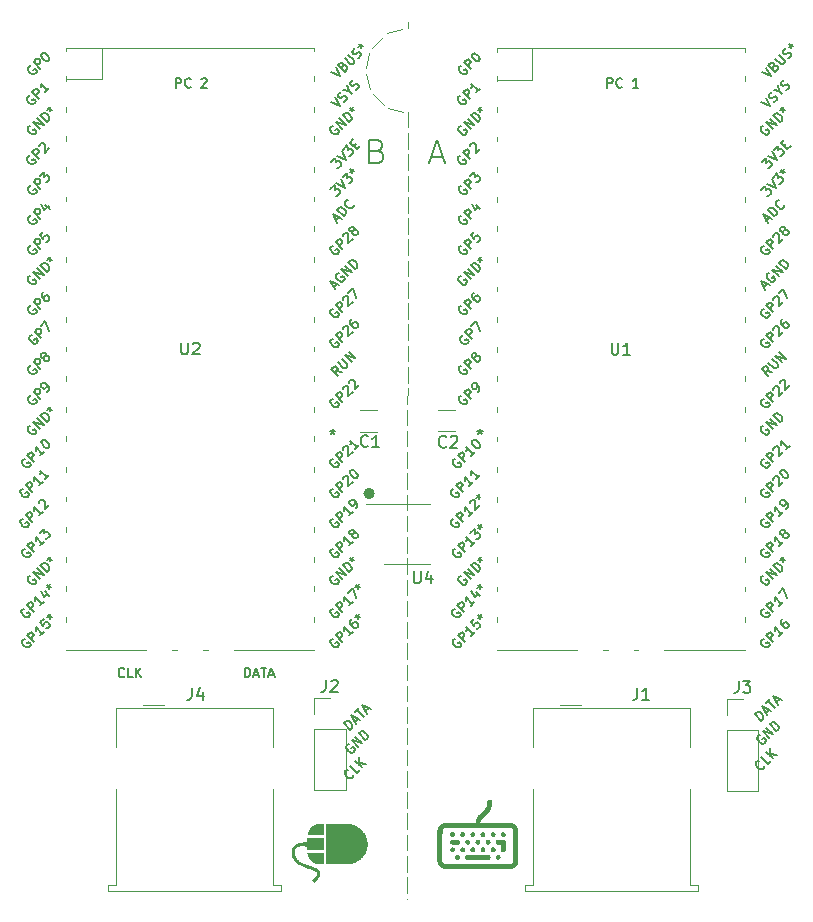
<source format=gbr>
%TF.GenerationSoftware,KiCad,Pcbnew,7.0.9*%
%TF.CreationDate,2024-01-21T01:35:17+01:00*%
%TF.ProjectId,DeskHop,4465736b-486f-4702-9e6b-696361645f70,rev?*%
%TF.SameCoordinates,Original*%
%TF.FileFunction,Legend,Top*%
%TF.FilePolarity,Positive*%
%FSLAX46Y46*%
G04 Gerber Fmt 4.6, Leading zero omitted, Abs format (unit mm)*
G04 Created by KiCad (PCBNEW 7.0.9) date 2024-01-21 01:35:17*
%MOMM*%
%LPD*%
G01*
G04 APERTURE LIST*
%ADD10C,0.000000*%
%ADD11C,0.120000*%
%ADD12C,0.466400*%
%ADD13C,0.150000*%
G04 APERTURE END LIST*
D10*
G36*
X58798165Y-110962168D02*
G01*
X58603088Y-110962168D01*
X58603088Y-110543306D01*
X58798165Y-110543306D01*
X58798165Y-110962168D01*
G37*
G36*
X58603630Y-110588683D02*
G01*
X58603617Y-110588683D01*
X58595362Y-110859483D01*
X58563375Y-110859196D01*
X58525560Y-110860214D01*
X58482716Y-110862766D01*
X58435645Y-110867081D01*
X58385147Y-110873387D01*
X58332022Y-110881913D01*
X58277071Y-110892888D01*
X58221094Y-110906541D01*
X58164892Y-110923101D01*
X58109265Y-110942796D01*
X58055014Y-110965855D01*
X58002938Y-110992508D01*
X57977967Y-111007253D01*
X57953840Y-111022982D01*
X57930657Y-111039724D01*
X57908519Y-111057507D01*
X57887525Y-111076360D01*
X57867775Y-111096311D01*
X57849370Y-111117390D01*
X57832409Y-111139624D01*
X57813791Y-111168348D01*
X57797659Y-111198636D01*
X57784012Y-111230476D01*
X57772851Y-111263862D01*
X57764176Y-111298784D01*
X57757987Y-111335233D01*
X57754283Y-111373200D01*
X57753066Y-111412676D01*
X57754334Y-111453652D01*
X57758088Y-111496119D01*
X57764329Y-111540069D01*
X57773055Y-111585493D01*
X57784267Y-111632380D01*
X57797965Y-111680724D01*
X57814149Y-111730514D01*
X57832819Y-111781741D01*
X57849110Y-111820656D01*
X57867573Y-111858229D01*
X57888127Y-111894500D01*
X57910689Y-111929509D01*
X57935177Y-111963293D01*
X57961509Y-111995892D01*
X58019376Y-112057693D01*
X58083632Y-112115223D01*
X58153618Y-112168796D01*
X58228678Y-112218724D01*
X58308153Y-112265320D01*
X58391386Y-112308897D01*
X58477719Y-112349767D01*
X58566493Y-112388243D01*
X58657052Y-112424638D01*
X58840891Y-112492435D01*
X59023974Y-112555661D01*
X59187753Y-112612183D01*
X59266552Y-112640444D01*
X59342782Y-112669096D01*
X59416060Y-112698430D01*
X59486004Y-112728738D01*
X59552231Y-112760313D01*
X59614358Y-112793447D01*
X59643765Y-112810689D01*
X59672004Y-112828431D01*
X59699027Y-112846709D01*
X59724786Y-112865559D01*
X59749234Y-112885017D01*
X59772322Y-112905121D01*
X59794003Y-112925907D01*
X59814229Y-112947412D01*
X59832952Y-112969671D01*
X59850124Y-112992721D01*
X59865699Y-113016600D01*
X59879627Y-113041343D01*
X59891861Y-113066987D01*
X59902353Y-113093568D01*
X59911056Y-113121124D01*
X59917921Y-113149690D01*
X59924621Y-113194423D01*
X59926498Y-113239887D01*
X59923498Y-113286177D01*
X59915567Y-113333386D01*
X59902650Y-113381606D01*
X59884694Y-113430933D01*
X59861643Y-113481458D01*
X59833445Y-113533276D01*
X59800044Y-113586480D01*
X59761387Y-113641164D01*
X59717418Y-113697420D01*
X59668085Y-113755342D01*
X59613333Y-113815025D01*
X59553108Y-113876560D01*
X59487355Y-113940042D01*
X59416020Y-114005564D01*
X59235045Y-113803991D01*
X59271218Y-113771101D01*
X59305325Y-113739273D01*
X59337424Y-113708494D01*
X59367573Y-113678746D01*
X59395829Y-113650017D01*
X59422249Y-113622289D01*
X59446890Y-113595549D01*
X59469809Y-113569781D01*
X59491065Y-113544971D01*
X59510715Y-113521102D01*
X59528814Y-113498160D01*
X59545422Y-113476130D01*
X59560596Y-113454996D01*
X59574392Y-113434744D01*
X59586868Y-113415358D01*
X59598081Y-113396824D01*
X59608089Y-113379126D01*
X59616950Y-113362249D01*
X59624719Y-113346178D01*
X59631455Y-113330898D01*
X59637215Y-113316394D01*
X59642057Y-113302651D01*
X59646037Y-113289653D01*
X59649213Y-113277385D01*
X59651642Y-113265833D01*
X59653383Y-113254982D01*
X59654491Y-113244815D01*
X59655024Y-113235319D01*
X59654596Y-113218275D01*
X59652557Y-113203731D01*
X59648621Y-113189025D01*
X59642895Y-113174543D01*
X59635441Y-113160279D01*
X59626317Y-113146226D01*
X59603303Y-113118728D01*
X59574333Y-113091998D01*
X59539884Y-113065981D01*
X59500437Y-113040627D01*
X59456471Y-113015882D01*
X59408464Y-112991694D01*
X59356897Y-112968011D01*
X59302248Y-112944781D01*
X59185622Y-112899467D01*
X59062420Y-112855334D01*
X58936476Y-112811963D01*
X58739717Y-112743829D01*
X58638965Y-112707231D01*
X58537716Y-112668397D01*
X58436782Y-112626917D01*
X58336977Y-112582381D01*
X58239114Y-112534379D01*
X58144006Y-112482498D01*
X58052467Y-112426330D01*
X58008289Y-112396510D01*
X57965309Y-112365464D01*
X57923627Y-112333140D01*
X57883346Y-112299488D01*
X57844567Y-112264456D01*
X57807391Y-112227993D01*
X57771921Y-112190047D01*
X57738258Y-112150567D01*
X57706503Y-112109503D01*
X57676759Y-112066801D01*
X57649127Y-112022412D01*
X57623708Y-111976284D01*
X57600604Y-111928366D01*
X57579918Y-111878605D01*
X57555346Y-111810565D01*
X57534312Y-111744074D01*
X57516817Y-111679144D01*
X57502860Y-111615787D01*
X57492443Y-111554016D01*
X57485566Y-111493842D01*
X57482229Y-111435277D01*
X57482433Y-111378334D01*
X57486179Y-111323025D01*
X57493468Y-111269362D01*
X57504299Y-111217356D01*
X57518673Y-111167021D01*
X57536591Y-111118367D01*
X57558054Y-111071408D01*
X57583061Y-111026155D01*
X57611615Y-110982620D01*
X57640028Y-110945385D01*
X57670484Y-110910564D01*
X57702794Y-110878076D01*
X57736771Y-110847839D01*
X57772228Y-110819775D01*
X57808977Y-110793802D01*
X57846831Y-110769840D01*
X57885601Y-110747807D01*
X57925102Y-110727625D01*
X57965144Y-110709211D01*
X58005540Y-110692486D01*
X58046103Y-110677369D01*
X58126981Y-110651638D01*
X58206276Y-110631371D01*
X58282487Y-110615926D01*
X58354116Y-110604658D01*
X58419661Y-110596922D01*
X58477623Y-110592075D01*
X58564795Y-110588468D01*
X58603630Y-110588683D01*
G37*
D11*
X67310000Y-48738426D02*
X67309441Y-50058426D01*
X67309238Y-50538426D02*
X67308679Y-51858426D01*
X67308476Y-52338426D02*
X67307918Y-53658426D01*
X67307715Y-54138426D02*
X67307156Y-55458425D01*
X67306953Y-55938425D02*
X67306394Y-57258425D01*
X67306191Y-57738425D02*
X67305632Y-59058425D01*
X67305429Y-59538425D02*
X67304870Y-60858425D01*
X67304667Y-61338425D02*
X67304109Y-62658425D01*
X67303905Y-63138425D02*
X67303347Y-64458425D01*
X67303144Y-64938425D02*
X67302585Y-66258424D01*
X67302382Y-66738424D02*
X67301823Y-68058424D01*
X67301620Y-68538424D02*
X67301061Y-69858424D01*
X67300858Y-70338424D02*
X67300299Y-71658424D01*
X67300096Y-72138424D02*
X67299538Y-73458424D01*
X67299334Y-73938424D02*
X67298776Y-75258424D01*
X67298573Y-75738424D02*
X67298014Y-77058423D01*
X67297811Y-77538423D02*
X67297252Y-78858423D01*
X67297049Y-79338423D02*
X67296490Y-80658423D01*
X67296287Y-81138423D02*
X67295728Y-82458423D01*
X67295525Y-82938423D02*
X67294967Y-84258423D01*
X67294763Y-84738423D02*
X67294205Y-86058423D01*
X67294002Y-86538423D02*
X67293443Y-87858422D01*
X67293240Y-88338422D02*
X67292681Y-89658422D01*
X67292478Y-90138422D02*
X67291919Y-91458422D01*
X67291716Y-91938422D02*
X67291157Y-93258422D01*
X67290954Y-93738422D02*
X67290396Y-95058422D01*
X67290192Y-95538422D02*
X67289634Y-96858422D01*
X67289431Y-97338422D02*
X67288872Y-98658422D01*
X67288669Y-99138421D02*
X67288110Y-100458421D01*
X67287907Y-100938421D02*
X67287348Y-102258421D01*
X67287145Y-102738421D02*
X67286586Y-104058421D01*
X67286383Y-104538421D02*
X67285825Y-105858421D01*
X67285621Y-106338421D02*
X67285063Y-107658421D01*
X67284860Y-108138421D02*
X67284301Y-109458421D01*
X67284098Y-109938421D02*
X67283539Y-111258420D01*
X67283336Y-111738420D02*
X67282777Y-113058420D01*
X67282574Y-113538420D02*
X67282015Y-114858420D01*
X67281812Y-115338420D02*
X67281783Y-115407659D01*
D10*
G36*
X60221226Y-111247336D02*
G01*
X58797199Y-111247336D01*
X58791178Y-111185136D01*
X58786094Y-111122011D01*
X58781905Y-111058001D01*
X58778571Y-110993144D01*
X58776050Y-110927482D01*
X58774300Y-110861053D01*
X58772950Y-110726054D01*
X58773281Y-110658120D01*
X58774300Y-110590897D01*
X58776050Y-110524421D01*
X58778571Y-110458727D01*
X58781905Y-110393853D01*
X58786094Y-110329834D01*
X58791178Y-110266707D01*
X58797199Y-110204507D01*
X60221226Y-110204507D01*
X60221226Y-111247336D01*
G37*
G36*
X75409953Y-109711596D02*
G01*
X75414084Y-109711996D01*
X75418717Y-109712651D01*
X75423798Y-109713553D01*
X75429272Y-109714694D01*
X75435082Y-109716066D01*
X75447491Y-109719465D01*
X75453979Y-109721476D01*
X75460582Y-109723683D01*
X75467245Y-109726077D01*
X75473912Y-109728651D01*
X75480528Y-109731395D01*
X75487037Y-109734301D01*
X75493385Y-109737361D01*
X75499515Y-109740565D01*
X75511406Y-109747709D01*
X75523025Y-109755970D01*
X75534303Y-109765237D01*
X75545172Y-109775399D01*
X75555563Y-109786346D01*
X75565408Y-109797967D01*
X75574640Y-109810150D01*
X75583189Y-109822785D01*
X75590988Y-109835761D01*
X75597969Y-109848967D01*
X75604062Y-109862293D01*
X75609201Y-109875627D01*
X75613317Y-109888859D01*
X75616341Y-109901877D01*
X75618205Y-109914572D01*
X75618681Y-109920763D01*
X75618842Y-109926832D01*
X75618681Y-109932900D01*
X75618205Y-109939091D01*
X75617422Y-109945389D01*
X75616341Y-109951781D01*
X75614969Y-109958251D01*
X75613317Y-109964786D01*
X75611391Y-109971371D01*
X75609201Y-109977991D01*
X75604062Y-109991282D01*
X75597969Y-110004543D01*
X75590988Y-110017659D01*
X75583189Y-110030515D01*
X75574640Y-110042996D01*
X75565408Y-110054987D01*
X75555563Y-110066372D01*
X75545172Y-110077037D01*
X75539793Y-110082063D01*
X75534303Y-110086866D01*
X75528711Y-110091431D01*
X75523025Y-110095744D01*
X75517254Y-110099791D01*
X75511406Y-110103557D01*
X75505490Y-110107027D01*
X75499515Y-110110189D01*
X75493385Y-110113426D01*
X75487038Y-110116578D01*
X75480528Y-110119627D01*
X75473912Y-110122558D01*
X75467245Y-110125352D01*
X75460582Y-110127992D01*
X75453979Y-110130462D01*
X75447491Y-110132744D01*
X75441174Y-110134822D01*
X75435082Y-110136678D01*
X75429272Y-110138295D01*
X75423799Y-110139657D01*
X75418717Y-110140745D01*
X75414084Y-110141544D01*
X75409954Y-110142035D01*
X75406382Y-110142203D01*
X75402810Y-110142035D01*
X75398679Y-110141544D01*
X75394046Y-110140745D01*
X75388965Y-110139657D01*
X75383491Y-110138295D01*
X75377681Y-110136678D01*
X75365272Y-110132744D01*
X75352181Y-110127992D01*
X75338851Y-110122558D01*
X75332235Y-110119627D01*
X75325725Y-110116578D01*
X75319378Y-110113426D01*
X75313248Y-110110189D01*
X75301356Y-110103589D01*
X75289737Y-110095864D01*
X75278459Y-110087115D01*
X75267591Y-110077446D01*
X75257200Y-110066958D01*
X75247354Y-110055754D01*
X75238123Y-110043936D01*
X75229573Y-110031607D01*
X75221774Y-110018868D01*
X75214794Y-110005823D01*
X75208700Y-109992572D01*
X75203562Y-109979220D01*
X75199446Y-109965867D01*
X75196422Y-109952616D01*
X75194558Y-109939571D01*
X75194081Y-109933157D01*
X75193921Y-109926832D01*
X75194081Y-109920507D01*
X75194558Y-109914093D01*
X75195341Y-109907600D01*
X75196422Y-109901042D01*
X75197793Y-109894430D01*
X75199446Y-109887778D01*
X75201372Y-109881097D01*
X75203562Y-109874399D01*
X75208700Y-109861003D01*
X75214794Y-109847688D01*
X75221775Y-109834552D01*
X75229574Y-109821693D01*
X75238123Y-109809210D01*
X75247355Y-109797199D01*
X75257200Y-109785760D01*
X75267591Y-109774990D01*
X75278460Y-109764988D01*
X75289737Y-109755851D01*
X75295509Y-109751637D01*
X75301356Y-109747677D01*
X75307272Y-109743982D01*
X75313248Y-109740565D01*
X75319858Y-109737361D01*
X75326561Y-109734301D01*
X75333316Y-109731395D01*
X75340079Y-109728651D01*
X75346808Y-109726077D01*
X75353460Y-109723683D01*
X75359993Y-109721476D01*
X75366364Y-109719465D01*
X75372530Y-109717659D01*
X75378449Y-109716066D01*
X75384078Y-109714694D01*
X75389374Y-109713553D01*
X75394295Y-109712651D01*
X75398799Y-109711996D01*
X75402842Y-109711596D01*
X75406382Y-109711461D01*
X75409953Y-109711596D01*
G37*
G36*
X60221226Y-112444972D02*
G01*
X59941893Y-112444972D01*
X59875793Y-112443793D01*
X59812158Y-112440281D01*
X59750944Y-112434480D01*
X59692105Y-112426429D01*
X59635597Y-112416172D01*
X59581376Y-112403748D01*
X59529396Y-112389201D01*
X59479613Y-112372571D01*
X59431983Y-112353900D01*
X59386459Y-112333229D01*
X59342999Y-112310600D01*
X59301557Y-112286055D01*
X59262088Y-112259634D01*
X59224548Y-112231380D01*
X59188891Y-112201334D01*
X59155075Y-112169538D01*
X59123052Y-112136032D01*
X59092780Y-112100860D01*
X59064213Y-112064061D01*
X59037306Y-112025678D01*
X59012016Y-111985751D01*
X58988296Y-111944324D01*
X58945392Y-111857131D01*
X58908235Y-111764431D01*
X58876469Y-111666556D01*
X58849737Y-111563837D01*
X58827679Y-111456608D01*
X60221226Y-111456608D01*
X60221226Y-112444972D01*
G37*
G36*
X62227485Y-109008671D02*
G01*
X62318639Y-109015309D01*
X62408466Y-109026241D01*
X62496854Y-109041358D01*
X62583689Y-109060552D01*
X62668859Y-109083717D01*
X62752251Y-109110743D01*
X62833753Y-109141524D01*
X62913252Y-109175950D01*
X62990635Y-109213914D01*
X63065790Y-109255309D01*
X63138604Y-109300027D01*
X63208965Y-109347958D01*
X63276759Y-109398996D01*
X63341873Y-109453033D01*
X63404197Y-109509961D01*
X63463616Y-109569672D01*
X63520018Y-109632058D01*
X63573290Y-109697010D01*
X63623320Y-109764422D01*
X63669995Y-109834185D01*
X63713203Y-109906192D01*
X63752830Y-109980334D01*
X63788764Y-110056504D01*
X63820893Y-110134593D01*
X63849103Y-110214495D01*
X63873282Y-110296100D01*
X63893318Y-110379301D01*
X63909098Y-110463991D01*
X63920508Y-110550060D01*
X63927437Y-110637402D01*
X63929772Y-110725908D01*
X63927437Y-110814365D01*
X63920508Y-110901660D01*
X63909097Y-110987688D01*
X63893318Y-111072338D01*
X63873281Y-111155504D01*
X63849102Y-111237078D01*
X63820891Y-111316950D01*
X63788762Y-111395014D01*
X63752827Y-111471161D01*
X63713200Y-111545283D01*
X63669992Y-111617273D01*
X63623316Y-111687021D01*
X63573285Y-111754420D01*
X63520012Y-111819362D01*
X63463610Y-111881739D01*
X63404190Y-111941442D01*
X63341866Y-111998365D01*
X63276751Y-112052398D01*
X63208956Y-112103433D01*
X63138595Y-112151364D01*
X63065781Y-112196080D01*
X62990625Y-112237476D01*
X62913241Y-112275441D01*
X62833742Y-112309869D01*
X62752239Y-112340652D01*
X62668847Y-112367680D01*
X62583676Y-112390847D01*
X62496841Y-112410044D01*
X62408453Y-112425163D01*
X62318626Y-112436096D01*
X62227471Y-112442735D01*
X62135103Y-112444972D01*
X62135106Y-112444976D01*
X62135110Y-112444979D01*
X62135113Y-112444982D01*
X62135116Y-112444986D01*
X60430684Y-112444986D01*
X60430684Y-109006435D01*
X62135116Y-109006435D01*
X62227485Y-109008671D01*
G37*
G36*
X71971429Y-111002828D02*
G01*
X71973288Y-111003199D01*
X71975000Y-111003686D01*
X71981325Y-111003846D01*
X71987740Y-111004323D01*
X71994233Y-111005106D01*
X72000791Y-111006187D01*
X72007402Y-111007558D01*
X72014055Y-111009211D01*
X72020736Y-111011137D01*
X72027434Y-111013327D01*
X72040830Y-111018465D01*
X72054145Y-111024559D01*
X72067281Y-111031540D01*
X72080139Y-111039339D01*
X72092623Y-111047888D01*
X72104634Y-111057120D01*
X72116073Y-111066965D01*
X72126843Y-111077356D01*
X72136845Y-111088225D01*
X72145982Y-111099502D01*
X72150195Y-111105274D01*
X72154155Y-111111121D01*
X72157850Y-111117037D01*
X72161267Y-111123013D01*
X72166696Y-111135490D01*
X72171954Y-111148616D01*
X72176871Y-111161946D01*
X72181276Y-111175037D01*
X72185000Y-111187446D01*
X72186552Y-111193256D01*
X72187870Y-111198730D01*
X72188933Y-111203811D01*
X72189718Y-111208444D01*
X72190204Y-111212575D01*
X72190371Y-111216147D01*
X72190236Y-111219719D01*
X72189837Y-111223849D01*
X72189182Y-111228482D01*
X72188280Y-111233564D01*
X72187138Y-111239037D01*
X72185767Y-111244847D01*
X72182368Y-111257256D01*
X72180357Y-111263744D01*
X72178150Y-111270347D01*
X72175755Y-111277010D01*
X72173182Y-111283677D01*
X72170438Y-111290293D01*
X72167531Y-111296802D01*
X72164472Y-111303150D01*
X72161267Y-111309280D01*
X72154155Y-111321172D01*
X72145982Y-111332791D01*
X72136845Y-111344069D01*
X72126842Y-111354937D01*
X72116073Y-111365328D01*
X72104633Y-111375174D01*
X72092623Y-111384405D01*
X72080139Y-111392954D01*
X72067281Y-111400753D01*
X72054145Y-111407734D01*
X72040830Y-111413828D01*
X72027434Y-111418966D01*
X72014055Y-111423082D01*
X72000791Y-111426106D01*
X71987740Y-111427970D01*
X71981325Y-111428446D01*
X71975000Y-111428607D01*
X71971429Y-111428439D01*
X71967298Y-111427948D01*
X71962665Y-111427149D01*
X71957584Y-111426060D01*
X71952110Y-111424699D01*
X71946300Y-111423082D01*
X71933891Y-111419148D01*
X71920800Y-111414396D01*
X71907470Y-111408962D01*
X71900854Y-111406031D01*
X71894345Y-111402982D01*
X71887997Y-111399830D01*
X71881867Y-111396592D01*
X71869976Y-111389993D01*
X71858357Y-111382268D01*
X71847079Y-111373519D01*
X71836210Y-111363850D01*
X71825819Y-111353362D01*
X71815974Y-111342158D01*
X71806742Y-111330340D01*
X71798193Y-111318011D01*
X71790394Y-111305272D01*
X71783413Y-111292226D01*
X71777320Y-111278976D01*
X71772181Y-111265623D01*
X71768066Y-111252271D01*
X71765041Y-111239020D01*
X71763177Y-111225975D01*
X71762701Y-111219561D01*
X71762540Y-111213236D01*
X71762701Y-111206911D01*
X71763177Y-111200497D01*
X71763960Y-111194004D01*
X71765041Y-111187446D01*
X71766413Y-111180835D01*
X71768066Y-111174182D01*
X71769991Y-111167501D01*
X71772181Y-111160803D01*
X71777320Y-111147407D01*
X71783413Y-111134092D01*
X71790394Y-111120956D01*
X71798193Y-111108097D01*
X71806742Y-111095614D01*
X71815974Y-111083603D01*
X71825819Y-111072164D01*
X71836210Y-111061394D01*
X71847079Y-111051392D01*
X71858357Y-111042255D01*
X71864128Y-111038042D01*
X71869976Y-111034081D01*
X71875892Y-111030387D01*
X71881867Y-111026970D01*
X71894345Y-111021552D01*
X71900854Y-111018918D01*
X71907470Y-111016374D01*
X71914137Y-111013949D01*
X71920800Y-111011673D01*
X71927403Y-111009576D01*
X71933891Y-111007688D01*
X71940208Y-111006039D01*
X71946300Y-111004658D01*
X71952110Y-111003576D01*
X71957584Y-111002822D01*
X71962665Y-111002426D01*
X71967298Y-111002418D01*
X71971429Y-111002828D01*
G37*
D11*
X66937740Y-48748460D02*
X65680287Y-48372564D01*
X65269783Y-48124498D02*
X64352267Y-47186069D01*
X64113514Y-46770079D02*
X63766049Y-45504476D01*
X63758926Y-45024893D02*
X64068656Y-43749529D01*
X64294950Y-43326633D02*
X65184194Y-42361372D01*
X65587150Y-42101225D02*
X66832886Y-41688153D01*
D10*
G36*
X60221226Y-109995209D02*
G01*
X58827679Y-109995209D01*
X58849712Y-109887864D01*
X58876427Y-109785050D01*
X58908180Y-109687098D01*
X58945328Y-109594337D01*
X58988229Y-109507099D01*
X59011948Y-109465654D01*
X59037239Y-109425713D01*
X59064147Y-109387318D01*
X59092715Y-109350510D01*
X59122990Y-109315331D01*
X59155015Y-109281821D01*
X59188835Y-109250022D01*
X59224495Y-109219976D01*
X59262039Y-109191722D01*
X59301513Y-109165304D01*
X59342959Y-109140762D01*
X59386424Y-109118137D01*
X59431952Y-109097471D01*
X59479587Y-109078805D01*
X59529375Y-109062181D01*
X59581359Y-109047639D01*
X59635584Y-109035221D01*
X59692095Y-109024968D01*
X59750937Y-109016922D01*
X59812154Y-109011123D01*
X59875791Y-109007614D01*
X59941893Y-109006435D01*
X60221226Y-109006435D01*
X60221226Y-109995209D01*
G37*
G36*
X74396618Y-106991515D02*
G01*
X74402288Y-106992041D01*
X74407276Y-106993018D01*
X74411632Y-106994453D01*
X74415406Y-106996352D01*
X74418648Y-106998720D01*
X74421408Y-107001564D01*
X74423737Y-107004888D01*
X74425684Y-107008700D01*
X74427299Y-107013005D01*
X74428634Y-107017809D01*
X74429737Y-107023117D01*
X74430658Y-107028936D01*
X74431449Y-107035271D01*
X74434303Y-107065893D01*
X74437784Y-107092363D01*
X74440601Y-107121310D01*
X74444307Y-107185083D01*
X74445558Y-107254109D01*
X74444489Y-107325284D01*
X74441237Y-107395503D01*
X74435939Y-107461664D01*
X74428732Y-107520662D01*
X74424454Y-107546506D01*
X74419750Y-107569395D01*
X74414104Y-107593448D01*
X74407046Y-107618576D01*
X74398666Y-107644625D01*
X74389055Y-107671441D01*
X74378301Y-107698871D01*
X74366493Y-107726762D01*
X74353723Y-107754960D01*
X74340078Y-107783311D01*
X74325649Y-107811662D01*
X74310525Y-107839859D01*
X74294795Y-107867750D01*
X74278550Y-107895180D01*
X74261878Y-107921996D01*
X74244870Y-107948045D01*
X74227614Y-107973173D01*
X74210200Y-107997226D01*
X74193699Y-108017684D01*
X74173138Y-108041383D01*
X74149371Y-108067468D01*
X74123252Y-108095089D01*
X74095631Y-108123392D01*
X74067362Y-108151524D01*
X74039299Y-108178633D01*
X74012292Y-108203866D01*
X73972019Y-108239667D01*
X73932125Y-108275950D01*
X73854448Y-108348886D01*
X73781204Y-108420527D01*
X73714339Y-108488723D01*
X73655795Y-108551325D01*
X73630251Y-108579857D01*
X73607517Y-108606185D01*
X73587836Y-108630041D01*
X73571450Y-108651155D01*
X73558602Y-108669259D01*
X73549536Y-108684084D01*
X73542419Y-108697383D01*
X73535297Y-108712029D01*
X73528235Y-108727800D01*
X73521296Y-108744475D01*
X73514545Y-108761833D01*
X73508046Y-108779651D01*
X73496057Y-108815781D01*
X73490696Y-108833650D01*
X73485842Y-108851092D01*
X73481560Y-108867887D01*
X73477913Y-108883812D01*
X73474965Y-108898645D01*
X73472780Y-108912165D01*
X73471422Y-108924151D01*
X73470955Y-108934380D01*
X73471948Y-108938479D01*
X73476037Y-108942065D01*
X73500150Y-108947841D01*
X73556596Y-108951979D01*
X73658677Y-108954753D01*
X74052947Y-108957300D01*
X74789374Y-108957664D01*
X75469002Y-108958391D01*
X75704671Y-108959505D01*
X75882599Y-108961302D01*
X76011550Y-108963916D01*
X76060398Y-108965573D01*
X76100289Y-108967486D01*
X76132319Y-108969672D01*
X76157582Y-108972147D01*
X76177176Y-108974930D01*
X76192194Y-108978036D01*
X76236309Y-108989888D01*
X76279081Y-109004634D01*
X76320394Y-109022168D01*
X76360134Y-109042384D01*
X76398187Y-109065175D01*
X76434435Y-109090434D01*
X76468766Y-109118055D01*
X76501062Y-109147932D01*
X76531210Y-109179957D01*
X76559094Y-109214025D01*
X76584600Y-109250028D01*
X76607611Y-109287859D01*
X76628013Y-109327414D01*
X76645691Y-109368584D01*
X76660529Y-109411263D01*
X76672413Y-109455345D01*
X76682918Y-109610643D01*
X76690421Y-109939747D01*
X76696424Y-110887997D01*
X76690421Y-111837339D01*
X76682918Y-112167807D01*
X76672413Y-112325015D01*
X76661557Y-112366122D01*
X76647640Y-112406393D01*
X76630807Y-112445675D01*
X76611203Y-112483815D01*
X76588973Y-112520658D01*
X76564261Y-112556052D01*
X76537214Y-112589843D01*
X76507974Y-112621878D01*
X76476689Y-112652002D01*
X76443502Y-112680063D01*
X76408558Y-112705908D01*
X76372003Y-112729381D01*
X76333982Y-112750331D01*
X76294639Y-112768604D01*
X76254119Y-112784045D01*
X76212567Y-112796503D01*
X76171480Y-112804188D01*
X76091239Y-112809963D01*
X75704699Y-112816876D01*
X73267226Y-112819786D01*
X72246516Y-112820719D01*
X71838534Y-112820886D01*
X71491735Y-112820696D01*
X71200819Y-112820028D01*
X70960488Y-112818763D01*
X70765441Y-112816782D01*
X70683243Y-112815486D01*
X70610379Y-112813966D01*
X70546187Y-112812207D01*
X70490004Y-112810194D01*
X70441168Y-112807913D01*
X70399016Y-112805348D01*
X70362886Y-112802485D01*
X70332115Y-112799308D01*
X70306042Y-112795803D01*
X70284003Y-112791955D01*
X70265337Y-112787749D01*
X70249380Y-112783170D01*
X70235471Y-112778203D01*
X70222947Y-112772833D01*
X70211146Y-112767045D01*
X70199404Y-112760825D01*
X70173453Y-112747026D01*
X70156057Y-112737303D01*
X70137829Y-112725726D01*
X70118961Y-112712487D01*
X70099647Y-112697776D01*
X70080076Y-112681787D01*
X70060441Y-112664710D01*
X70040934Y-112646738D01*
X70021747Y-112628063D01*
X70003072Y-112608876D01*
X69985100Y-112589369D01*
X69968023Y-112569734D01*
X69952034Y-112550163D01*
X69937323Y-112530849D01*
X69924084Y-112511981D01*
X69912507Y-112493754D01*
X69902784Y-112476357D01*
X69877932Y-112424902D01*
X69859492Y-112370854D01*
X69846509Y-112294433D01*
X69842451Y-112237703D01*
X70257855Y-112237703D01*
X70289869Y-112284269D01*
X70293341Y-112288764D01*
X70297180Y-112293489D01*
X70301342Y-112298402D01*
X70305786Y-112303460D01*
X70315347Y-112313840D01*
X70325522Y-112324288D01*
X70335970Y-112334463D01*
X70346350Y-112344024D01*
X70351407Y-112348468D01*
X70356320Y-112352630D01*
X70361045Y-112356469D01*
X70365540Y-112359940D01*
X70412107Y-112391955D01*
X73273047Y-112389045D01*
X76133986Y-112386134D01*
X76168911Y-112357030D01*
X76172827Y-112354136D01*
X76176914Y-112350936D01*
X76181138Y-112347463D01*
X76185464Y-112343751D01*
X76189858Y-112339834D01*
X76194286Y-112335747D01*
X76203108Y-112327198D01*
X76211657Y-112318376D01*
X76215745Y-112313948D01*
X76219661Y-112309554D01*
X76223373Y-112305228D01*
X76226846Y-112301004D01*
X76230047Y-112296917D01*
X76232940Y-112293001D01*
X76242547Y-112278443D01*
X76249766Y-112250209D01*
X76254939Y-112192165D01*
X76258406Y-112088180D01*
X76261589Y-111677857D01*
X76262044Y-110890180D01*
X76261987Y-110438594D01*
X76261852Y-110255743D01*
X76261589Y-110098774D01*
X76261156Y-109965629D01*
X76260862Y-109907347D01*
X76260509Y-109854248D01*
X76260093Y-109806076D01*
X76259607Y-109762572D01*
X76259047Y-109723480D01*
X76258406Y-109688542D01*
X76257681Y-109657500D01*
X76256864Y-109630098D01*
X76255952Y-109606078D01*
X76254939Y-109585182D01*
X76253819Y-109567154D01*
X76253217Y-109559134D01*
X76252587Y-109551734D01*
X76251927Y-109544923D01*
X76251238Y-109538668D01*
X76250517Y-109532936D01*
X76249766Y-109527696D01*
X76248982Y-109522915D01*
X76248166Y-109518561D01*
X76247317Y-109514603D01*
X76246433Y-109511007D01*
X76245515Y-109507742D01*
X76244562Y-109504775D01*
X76243573Y-109502075D01*
X76242547Y-109499609D01*
X76241483Y-109497345D01*
X76240382Y-109495251D01*
X76239242Y-109493294D01*
X76238063Y-109491443D01*
X76235584Y-109487928D01*
X76232940Y-109484449D01*
X76229981Y-109481011D01*
X76226591Y-109477275D01*
X76218706Y-109469078D01*
X76209662Y-109460199D01*
X76199834Y-109450979D01*
X76189596Y-109441759D01*
X76179325Y-109432880D01*
X76169394Y-109424683D01*
X76160180Y-109417509D01*
X76113613Y-109385494D01*
X70409197Y-109385494D01*
X70365540Y-109414599D01*
X70361046Y-109417525D01*
X70356326Y-109420817D01*
X70351427Y-109424434D01*
X70346395Y-109428332D01*
X70341279Y-109432469D01*
X70336123Y-109436802D01*
X70330977Y-109441288D01*
X70325886Y-109445886D01*
X70320897Y-109450551D01*
X70316058Y-109455242D01*
X70311414Y-109459916D01*
X70307014Y-109464530D01*
X70302903Y-109469042D01*
X70299129Y-109473409D01*
X70295739Y-109477589D01*
X70292780Y-109481538D01*
X70283168Y-109496920D01*
X70275909Y-109525467D01*
X70270628Y-109583346D01*
X70266950Y-109686723D01*
X70262903Y-110094636D01*
X70260765Y-110878538D01*
X70257855Y-112237703D01*
X69842451Y-112237703D01*
X69838027Y-112175857D01*
X69833093Y-111995343D01*
X69830751Y-111733109D01*
X69830024Y-110884359D01*
X69830189Y-110470540D01*
X69830797Y-110148433D01*
X69832019Y-109905521D01*
X69834026Y-109729288D01*
X69835376Y-109662263D01*
X69836987Y-109607215D01*
X69838879Y-109562577D01*
X69841074Y-109526786D01*
X69843593Y-109498277D01*
X69846457Y-109475484D01*
X69849688Y-109456845D01*
X69853307Y-109440792D01*
X69862206Y-109410544D01*
X69872520Y-109380936D01*
X69884233Y-109351992D01*
X69897327Y-109323739D01*
X69911785Y-109296202D01*
X69927591Y-109269408D01*
X69944727Y-109243380D01*
X69963175Y-109218146D01*
X69982920Y-109193730D01*
X70003944Y-109170158D01*
X70026230Y-109147456D01*
X70049760Y-109125649D01*
X70074519Y-109104763D01*
X70100488Y-109084824D01*
X70127651Y-109065856D01*
X70155990Y-109047886D01*
X70207292Y-109019066D01*
X70260811Y-108997409D01*
X70294551Y-108988946D01*
X70336226Y-108981890D01*
X70453217Y-108971488D01*
X70631463Y-108965178D01*
X70890643Y-108961938D01*
X71730526Y-108960574D01*
X73046034Y-108960574D01*
X73060586Y-108855799D01*
X73064775Y-108829996D01*
X73069675Y-108803951D01*
X73075250Y-108777761D01*
X73081459Y-108751524D01*
X73088265Y-108725338D01*
X73095630Y-108699301D01*
X73103515Y-108673512D01*
X73111882Y-108648068D01*
X73120692Y-108623067D01*
X73129907Y-108598608D01*
X73139489Y-108574788D01*
X73149399Y-108551706D01*
X73159599Y-108529459D01*
X73170051Y-108508146D01*
X73180715Y-108487865D01*
X73191555Y-108468713D01*
X73227196Y-108412580D01*
X73246053Y-108385266D01*
X73266043Y-108357981D01*
X73287500Y-108330373D01*
X73310757Y-108302086D01*
X73336145Y-108272768D01*
X73363997Y-108242065D01*
X73428424Y-108175085D01*
X73506698Y-108098317D01*
X73601480Y-108008930D01*
X73715430Y-107904093D01*
X73741621Y-107879605D01*
X73766709Y-107855258D01*
X73790679Y-107831056D01*
X73813520Y-107807003D01*
X73835218Y-107783103D01*
X73855761Y-107759362D01*
X73875135Y-107735782D01*
X73893329Y-107712369D01*
X73910329Y-107689126D01*
X73926122Y-107666058D01*
X73940697Y-107643169D01*
X73954039Y-107620463D01*
X73966136Y-107597945D01*
X73976975Y-107575619D01*
X73986544Y-107553489D01*
X73994830Y-107531559D01*
X74001805Y-107511590D01*
X74007518Y-107490222D01*
X74012071Y-107466331D01*
X74015567Y-107438790D01*
X74018107Y-107406474D01*
X74019796Y-107368258D01*
X74020733Y-107323015D01*
X74021023Y-107269622D01*
X74021023Y-107074624D01*
X74195649Y-107033878D01*
X74274901Y-107013886D01*
X74306627Y-107006156D01*
X74333620Y-106999999D01*
X74345468Y-106997525D01*
X74356283Y-106995462D01*
X74366115Y-106993816D01*
X74375014Y-106992592D01*
X74383031Y-106991797D01*
X74390216Y-106991436D01*
X74396618Y-106991515D01*
G37*
G36*
X71120000Y-110998000D02*
G01*
X71124130Y-110998400D01*
X71128764Y-110999055D01*
X71133845Y-110999957D01*
X71139318Y-111001098D01*
X71145128Y-111002470D01*
X71157537Y-111005869D01*
X71164026Y-111007880D01*
X71170629Y-111010087D01*
X71177291Y-111012481D01*
X71183959Y-111015055D01*
X71190575Y-111017799D01*
X71197084Y-111020705D01*
X71203431Y-111023765D01*
X71209561Y-111026970D01*
X71221453Y-111034113D01*
X71233072Y-111042374D01*
X71244350Y-111051641D01*
X71255218Y-111061803D01*
X71265609Y-111072750D01*
X71275455Y-111084371D01*
X71284686Y-111096554D01*
X71293235Y-111109189D01*
X71301034Y-111122165D01*
X71308015Y-111135371D01*
X71314109Y-111148697D01*
X71319247Y-111162031D01*
X71323363Y-111175263D01*
X71326387Y-111188282D01*
X71328251Y-111200976D01*
X71328727Y-111207168D01*
X71328888Y-111213236D01*
X71328727Y-111219305D01*
X71328251Y-111225495D01*
X71327468Y-111231793D01*
X71326387Y-111238185D01*
X71325016Y-111244655D01*
X71323363Y-111251190D01*
X71321437Y-111257775D01*
X71319247Y-111264396D01*
X71314109Y-111277687D01*
X71308015Y-111290948D01*
X71301035Y-111304064D01*
X71293236Y-111316920D01*
X71284686Y-111329400D01*
X71275455Y-111341391D01*
X71265609Y-111352776D01*
X71255218Y-111363441D01*
X71249839Y-111368467D01*
X71244350Y-111373270D01*
X71238758Y-111377835D01*
X71233072Y-111382148D01*
X71227301Y-111386195D01*
X71221453Y-111389961D01*
X71215537Y-111393431D01*
X71209561Y-111396592D01*
X71203431Y-111399830D01*
X71197084Y-111402982D01*
X71190574Y-111406031D01*
X71183959Y-111408962D01*
X71177291Y-111411756D01*
X71170629Y-111414396D01*
X71164025Y-111416866D01*
X71157537Y-111419148D01*
X71151220Y-111421226D01*
X71145128Y-111423082D01*
X71139318Y-111424699D01*
X71133845Y-111426060D01*
X71128764Y-111427149D01*
X71124130Y-111427948D01*
X71120000Y-111428439D01*
X71116428Y-111428607D01*
X71112856Y-111428439D01*
X71108725Y-111427948D01*
X71104092Y-111427149D01*
X71099011Y-111426060D01*
X71093537Y-111424699D01*
X71087727Y-111423082D01*
X71075318Y-111419148D01*
X71062227Y-111414396D01*
X71048897Y-111408962D01*
X71042281Y-111406031D01*
X71035772Y-111402982D01*
X71029424Y-111399830D01*
X71023294Y-111396592D01*
X71011403Y-111389993D01*
X70999784Y-111382268D01*
X70988506Y-111373519D01*
X70977637Y-111363850D01*
X70967246Y-111353362D01*
X70957401Y-111342158D01*
X70948169Y-111330340D01*
X70939620Y-111318011D01*
X70931821Y-111305272D01*
X70924841Y-111292226D01*
X70918747Y-111278976D01*
X70913608Y-111265623D01*
X70909493Y-111252271D01*
X70906469Y-111239020D01*
X70904604Y-111225975D01*
X70904128Y-111219561D01*
X70903967Y-111213236D01*
X70904128Y-111206911D01*
X70904604Y-111200497D01*
X70905387Y-111194004D01*
X70906469Y-111187446D01*
X70907840Y-111180835D01*
X70909493Y-111174182D01*
X70911418Y-111167501D01*
X70913608Y-111160803D01*
X70918747Y-111147407D01*
X70924841Y-111134092D01*
X70931821Y-111120956D01*
X70939620Y-111108097D01*
X70948169Y-111095614D01*
X70957401Y-111083603D01*
X70967246Y-111072164D01*
X70977637Y-111061394D01*
X70988506Y-111051392D01*
X70999784Y-111042255D01*
X71005555Y-111038042D01*
X71011403Y-111034081D01*
X71017319Y-111030387D01*
X71023294Y-111026970D01*
X71035772Y-111021541D01*
X71048897Y-111016283D01*
X71062227Y-111011366D01*
X71075318Y-111006960D01*
X71087727Y-111003237D01*
X71093537Y-111001685D01*
X71099011Y-111000366D01*
X71104092Y-110999304D01*
X71108725Y-110998519D01*
X71112856Y-110998032D01*
X71116428Y-110997865D01*
X71120000Y-110998000D01*
G37*
G36*
X72836484Y-111000776D02*
G01*
X72840056Y-111000911D01*
X72844186Y-111001310D01*
X72848820Y-111001965D01*
X72853901Y-111002868D01*
X72859374Y-111004009D01*
X72865184Y-111005380D01*
X72877594Y-111008779D01*
X72884082Y-111010790D01*
X72890685Y-111012997D01*
X72897348Y-111015392D01*
X72904015Y-111017965D01*
X72910631Y-111020710D01*
X72917140Y-111023616D01*
X72923487Y-111026675D01*
X72929617Y-111029880D01*
X72941509Y-111036992D01*
X72953128Y-111045165D01*
X72964406Y-111054302D01*
X72975274Y-111064305D01*
X72985665Y-111075075D01*
X72995511Y-111086514D01*
X73004742Y-111098524D01*
X73013292Y-111111008D01*
X73021091Y-111123867D01*
X73028071Y-111137003D01*
X73034165Y-111150318D01*
X73039304Y-111163714D01*
X73043419Y-111177093D01*
X73046443Y-111190356D01*
X73048308Y-111203407D01*
X73048784Y-111209822D01*
X73048944Y-111216147D01*
X73048809Y-111219719D01*
X73048410Y-111223849D01*
X73047755Y-111228482D01*
X73046852Y-111233564D01*
X73045711Y-111239037D01*
X73044340Y-111244847D01*
X73040941Y-111257256D01*
X73038930Y-111263744D01*
X73036723Y-111270347D01*
X73034328Y-111277010D01*
X73031755Y-111283677D01*
X73029010Y-111290293D01*
X73026104Y-111296802D01*
X73023045Y-111303150D01*
X73019840Y-111309280D01*
X73012728Y-111321172D01*
X73004555Y-111332791D01*
X72995418Y-111344069D01*
X72985415Y-111354937D01*
X72974646Y-111365328D01*
X72963206Y-111375174D01*
X72951196Y-111384405D01*
X72938712Y-111392954D01*
X72925853Y-111400753D01*
X72912717Y-111407734D01*
X72899402Y-111413828D01*
X72886006Y-111418966D01*
X72872627Y-111423082D01*
X72859364Y-111426106D01*
X72846313Y-111427970D01*
X72839898Y-111428446D01*
X72833573Y-111428607D01*
X72830001Y-111428439D01*
X72825871Y-111427948D01*
X72821238Y-111427149D01*
X72816156Y-111426060D01*
X72810683Y-111424699D01*
X72804873Y-111423082D01*
X72792464Y-111419148D01*
X72779373Y-111414396D01*
X72766043Y-111408962D01*
X72759427Y-111406031D01*
X72752917Y-111402982D01*
X72746570Y-111399830D01*
X72740440Y-111396592D01*
X72728548Y-111389993D01*
X72716930Y-111382268D01*
X72705652Y-111373519D01*
X72694783Y-111363850D01*
X72684392Y-111353362D01*
X72674547Y-111342158D01*
X72665315Y-111330340D01*
X72656766Y-111318011D01*
X72648967Y-111305272D01*
X72641986Y-111292226D01*
X72635893Y-111278976D01*
X72630754Y-111265623D01*
X72626638Y-111252271D01*
X72623614Y-111239020D01*
X72621750Y-111225975D01*
X72621274Y-111219561D01*
X72621113Y-111213236D01*
X72621274Y-111206911D01*
X72621750Y-111200497D01*
X72622533Y-111194004D01*
X72623614Y-111187446D01*
X72624986Y-111180835D01*
X72626638Y-111174182D01*
X72628564Y-111167501D01*
X72630754Y-111160803D01*
X72635893Y-111147407D01*
X72641986Y-111134092D01*
X72648967Y-111120956D01*
X72656766Y-111108097D01*
X72665315Y-111095614D01*
X72674547Y-111083603D01*
X72684392Y-111072164D01*
X72694783Y-111061394D01*
X72705652Y-111051392D01*
X72716930Y-111042255D01*
X72722701Y-111038042D01*
X72728548Y-111034081D01*
X72734465Y-111030387D01*
X72740440Y-111026970D01*
X72752804Y-111021547D01*
X72765679Y-111016328D01*
X72778759Y-111011519D01*
X72785279Y-111009332D01*
X72791736Y-111007324D01*
X72798091Y-111005521D01*
X72804304Y-111003948D01*
X72810339Y-111002630D01*
X72816156Y-111001594D01*
X72821718Y-111000865D01*
X72826985Y-111000469D01*
X72831920Y-111000431D01*
X72836484Y-111000776D01*
G37*
G36*
X73255435Y-110357196D02*
G01*
X73258494Y-110357573D01*
X73264819Y-110357734D01*
X73271234Y-110358210D01*
X73277726Y-110358993D01*
X73284284Y-110360074D01*
X73290896Y-110361446D01*
X73297548Y-110363098D01*
X73304229Y-110365024D01*
X73310927Y-110367214D01*
X73324323Y-110372353D01*
X73337638Y-110378446D01*
X73350774Y-110385427D01*
X73363633Y-110393226D01*
X73376117Y-110401775D01*
X73388127Y-110411007D01*
X73399566Y-110420852D01*
X73410336Y-110431243D01*
X73420339Y-110442112D01*
X73429476Y-110453390D01*
X73433689Y-110459161D01*
X73437649Y-110465009D01*
X73441344Y-110470925D01*
X73444761Y-110476900D01*
X73450189Y-110489378D01*
X73455448Y-110502503D01*
X73460365Y-110515833D01*
X73464770Y-110528924D01*
X73468493Y-110541333D01*
X73470046Y-110547143D01*
X73471364Y-110552617D01*
X73472426Y-110557698D01*
X73473211Y-110562331D01*
X73473698Y-110566462D01*
X73473865Y-110570034D01*
X73473704Y-110576102D01*
X73473228Y-110582293D01*
X73472445Y-110588591D01*
X73471364Y-110594983D01*
X73469992Y-110601453D01*
X73468340Y-110607988D01*
X73466414Y-110614573D01*
X73464224Y-110621193D01*
X73459085Y-110634484D01*
X73452992Y-110647745D01*
X73446011Y-110660861D01*
X73438212Y-110673717D01*
X73429663Y-110686198D01*
X73420431Y-110698189D01*
X73410586Y-110709574D01*
X73400195Y-110720238D01*
X73394816Y-110725265D01*
X73389326Y-110730068D01*
X73383734Y-110734633D01*
X73378048Y-110738946D01*
X73372277Y-110742993D01*
X73366430Y-110746758D01*
X73360513Y-110750229D01*
X73354538Y-110753390D01*
X73348408Y-110756627D01*
X73342061Y-110759779D01*
X73335551Y-110762829D01*
X73328935Y-110765759D01*
X73322268Y-110768553D01*
X73315605Y-110771194D01*
X73309002Y-110773664D01*
X73302514Y-110775946D01*
X73296197Y-110778023D01*
X73290105Y-110779879D01*
X73284295Y-110781497D01*
X73278822Y-110782858D01*
X73273741Y-110783947D01*
X73269107Y-110784745D01*
X73264977Y-110785237D01*
X73261405Y-110785405D01*
X73257833Y-110785237D01*
X73253702Y-110784745D01*
X73249069Y-110783947D01*
X73243988Y-110782858D01*
X73238514Y-110781497D01*
X73232704Y-110779879D01*
X73220295Y-110775946D01*
X73207204Y-110771194D01*
X73193874Y-110765759D01*
X73187258Y-110762829D01*
X73180748Y-110759779D01*
X73174401Y-110756627D01*
X73168271Y-110753390D01*
X73156379Y-110746790D01*
X73144761Y-110739065D01*
X73133483Y-110730317D01*
X73122614Y-110720648D01*
X73112223Y-110710160D01*
X73102378Y-110698956D01*
X73093146Y-110687138D01*
X73084597Y-110674809D01*
X73076798Y-110662070D01*
X73069817Y-110649024D01*
X73063724Y-110635774D01*
X73058585Y-110622421D01*
X73054470Y-110609068D01*
X73051445Y-110595818D01*
X73049581Y-110582773D01*
X73049105Y-110576358D01*
X73048944Y-110570034D01*
X73049105Y-110563709D01*
X73049581Y-110557294D01*
X73050364Y-110550802D01*
X73051445Y-110544244D01*
X73052817Y-110537632D01*
X73054470Y-110530980D01*
X73056395Y-110524299D01*
X73058585Y-110517601D01*
X73063724Y-110504205D01*
X73069817Y-110490890D01*
X73076798Y-110477754D01*
X73084597Y-110464895D01*
X73093146Y-110452412D01*
X73102378Y-110440401D01*
X73112223Y-110428962D01*
X73122614Y-110418192D01*
X73133483Y-110408190D01*
X73144761Y-110399053D01*
X73150532Y-110394839D01*
X73156379Y-110390879D01*
X73162295Y-110387184D01*
X73168271Y-110383767D01*
X73174400Y-110380563D01*
X73180743Y-110377509D01*
X73187239Y-110374616D01*
X73193829Y-110371898D01*
X73200452Y-110369368D01*
X73207051Y-110367038D01*
X73213563Y-110364921D01*
X73219931Y-110363031D01*
X73226095Y-110361378D01*
X73231994Y-110359978D01*
X73237569Y-110358842D01*
X73242760Y-110357983D01*
X73247508Y-110357413D01*
X73251753Y-110357147D01*
X73255435Y-110357196D01*
G37*
G36*
X73695718Y-109711596D02*
G01*
X73699849Y-109711996D01*
X73704482Y-109712651D01*
X73709563Y-109713553D01*
X73715037Y-109714694D01*
X73720847Y-109716066D01*
X73733256Y-109719465D01*
X73739744Y-109721476D01*
X73746347Y-109723683D01*
X73753010Y-109726077D01*
X73759677Y-109728651D01*
X73766293Y-109731395D01*
X73772802Y-109734301D01*
X73779149Y-109737361D01*
X73785279Y-109740565D01*
X73797171Y-109747709D01*
X73808790Y-109755970D01*
X73820068Y-109765237D01*
X73830937Y-109775399D01*
X73841328Y-109786346D01*
X73851173Y-109797967D01*
X73860405Y-109810150D01*
X73868954Y-109822785D01*
X73876753Y-109835761D01*
X73883734Y-109848967D01*
X73889827Y-109862293D01*
X73894966Y-109875627D01*
X73899081Y-109888859D01*
X73902105Y-109901877D01*
X73903970Y-109914572D01*
X73904446Y-109920763D01*
X73904607Y-109926832D01*
X73904446Y-109932900D01*
X73903970Y-109939091D01*
X73903187Y-109945389D01*
X73902105Y-109951781D01*
X73900734Y-109958251D01*
X73899081Y-109964786D01*
X73897156Y-109971371D01*
X73894966Y-109977991D01*
X73889827Y-109991282D01*
X73883733Y-110004543D01*
X73876753Y-110017659D01*
X73868954Y-110030515D01*
X73860405Y-110042996D01*
X73851173Y-110054987D01*
X73841328Y-110066372D01*
X73830937Y-110077037D01*
X73825558Y-110082063D01*
X73820068Y-110086866D01*
X73814476Y-110091431D01*
X73808790Y-110095744D01*
X73803019Y-110099791D01*
X73797171Y-110103557D01*
X73791255Y-110107027D01*
X73785279Y-110110189D01*
X73779149Y-110113426D01*
X73772802Y-110116578D01*
X73766293Y-110119627D01*
X73759677Y-110122558D01*
X73753010Y-110125352D01*
X73746347Y-110127992D01*
X73739744Y-110130462D01*
X73733256Y-110132744D01*
X73726938Y-110134822D01*
X73720847Y-110136678D01*
X73715037Y-110138295D01*
X73709563Y-110139657D01*
X73704482Y-110140745D01*
X73699849Y-110141544D01*
X73695718Y-110142035D01*
X73692146Y-110142203D01*
X73688574Y-110142035D01*
X73684444Y-110141544D01*
X73679810Y-110140745D01*
X73674729Y-110139657D01*
X73669256Y-110138295D01*
X73663446Y-110136678D01*
X73651037Y-110132744D01*
X73637946Y-110127992D01*
X73624616Y-110122558D01*
X73618000Y-110119627D01*
X73611490Y-110116578D01*
X73605143Y-110113426D01*
X73599013Y-110110189D01*
X73587121Y-110103589D01*
X73575502Y-110095864D01*
X73564224Y-110087115D01*
X73553356Y-110077446D01*
X73542965Y-110066958D01*
X73533119Y-110055754D01*
X73523888Y-110043936D01*
X73515338Y-110031607D01*
X73507539Y-110018868D01*
X73500559Y-110005823D01*
X73494465Y-109992572D01*
X73489327Y-109979220D01*
X73485211Y-109965867D01*
X73482187Y-109952616D01*
X73480323Y-109939571D01*
X73479847Y-109933157D01*
X73479686Y-109926832D01*
X73479847Y-109920507D01*
X73480323Y-109914093D01*
X73481106Y-109907600D01*
X73482187Y-109901042D01*
X73483558Y-109894430D01*
X73485211Y-109887778D01*
X73487137Y-109881097D01*
X73489327Y-109874399D01*
X73494465Y-109861003D01*
X73500559Y-109847688D01*
X73507540Y-109834552D01*
X73515339Y-109821693D01*
X73523888Y-109809210D01*
X73533119Y-109797199D01*
X73542965Y-109785760D01*
X73553356Y-109774990D01*
X73564225Y-109764988D01*
X73575502Y-109755851D01*
X73581274Y-109751637D01*
X73587121Y-109747677D01*
X73593037Y-109743982D01*
X73599013Y-109740565D01*
X73605143Y-109737361D01*
X73611490Y-109734301D01*
X73618000Y-109731395D01*
X73624616Y-109728651D01*
X73631283Y-109726077D01*
X73637946Y-109723683D01*
X73644549Y-109721476D01*
X73651037Y-109719465D01*
X73657354Y-109717659D01*
X73663446Y-109716066D01*
X73669256Y-109714694D01*
X73674729Y-109713553D01*
X73679810Y-109712651D01*
X73684444Y-109711996D01*
X73688574Y-109711596D01*
X73692146Y-109711461D01*
X73695718Y-109711596D01*
G37*
D11*
X67310000Y-41656000D02*
X67310000Y-41148000D01*
D10*
G36*
X71547169Y-111643978D02*
G01*
X71550741Y-111644113D01*
X71554872Y-111644512D01*
X71559505Y-111645168D01*
X71564586Y-111646070D01*
X71570060Y-111647211D01*
X71575870Y-111648582D01*
X71588279Y-111651982D01*
X71594767Y-111653993D01*
X71601370Y-111656200D01*
X71608033Y-111658594D01*
X71614700Y-111661168D01*
X71621316Y-111663912D01*
X71627825Y-111666818D01*
X71634173Y-111669878D01*
X71640303Y-111673082D01*
X71652194Y-111680194D01*
X71663813Y-111688368D01*
X71675091Y-111697505D01*
X71685960Y-111707507D01*
X71696351Y-111718277D01*
X71706196Y-111729716D01*
X71715428Y-111741726D01*
X71723977Y-111754210D01*
X71731776Y-111767069D01*
X71738757Y-111780205D01*
X71744850Y-111793520D01*
X71749989Y-111806916D01*
X71754104Y-111820295D01*
X71757129Y-111833559D01*
X71758993Y-111846609D01*
X71759469Y-111853024D01*
X71759630Y-111859349D01*
X71759495Y-111862921D01*
X71759095Y-111867051D01*
X71758440Y-111871685D01*
X71757538Y-111876766D01*
X71756397Y-111882239D01*
X71755025Y-111888049D01*
X71751626Y-111900458D01*
X71749615Y-111906946D01*
X71747408Y-111913549D01*
X71745014Y-111920212D01*
X71742440Y-111926879D01*
X71739696Y-111933495D01*
X71736790Y-111940005D01*
X71733730Y-111946352D01*
X71730525Y-111952482D01*
X71723414Y-111964374D01*
X71715240Y-111975993D01*
X71706103Y-111987271D01*
X71696101Y-111998139D01*
X71685331Y-112008530D01*
X71673892Y-112018376D01*
X71661881Y-112027607D01*
X71649398Y-112036157D01*
X71636539Y-112043956D01*
X71623403Y-112050936D01*
X71610088Y-112057030D01*
X71596692Y-112062169D01*
X71583313Y-112066284D01*
X71570049Y-112069308D01*
X71556998Y-112071173D01*
X71550584Y-112071649D01*
X71544259Y-112071809D01*
X71540687Y-112071642D01*
X71536556Y-112071150D01*
X71531923Y-112070351D01*
X71526842Y-112069263D01*
X71521368Y-112067901D01*
X71515558Y-112066284D01*
X71503149Y-112062350D01*
X71490058Y-112057598D01*
X71476728Y-112052164D01*
X71470112Y-112049234D01*
X71463603Y-112046184D01*
X71457255Y-112043032D01*
X71451126Y-112039795D01*
X71439234Y-112033195D01*
X71427615Y-112025470D01*
X71416337Y-112016722D01*
X71405468Y-112007052D01*
X71395077Y-111996565D01*
X71385232Y-111985361D01*
X71376000Y-111973543D01*
X71367451Y-111961213D01*
X71359652Y-111948474D01*
X71352672Y-111935429D01*
X71346578Y-111922178D01*
X71341439Y-111908826D01*
X71337324Y-111895473D01*
X71334300Y-111882222D01*
X71332435Y-111869177D01*
X71331959Y-111862763D01*
X71331799Y-111856438D01*
X71331959Y-111850113D01*
X71332435Y-111843699D01*
X71333218Y-111837206D01*
X71334300Y-111830648D01*
X71335671Y-111824037D01*
X71337324Y-111817384D01*
X71339249Y-111810703D01*
X71341439Y-111804005D01*
X71346578Y-111790609D01*
X71352672Y-111777294D01*
X71359652Y-111764158D01*
X71367451Y-111751300D01*
X71376000Y-111738816D01*
X71385232Y-111726806D01*
X71395077Y-111715366D01*
X71405468Y-111704597D01*
X71416337Y-111694594D01*
X71427615Y-111685457D01*
X71433386Y-111681244D01*
X71439234Y-111677284D01*
X71445150Y-111673589D01*
X71451126Y-111670172D01*
X71463609Y-111664749D01*
X71476774Y-111659531D01*
X71490212Y-111654722D01*
X71496905Y-111652535D01*
X71503513Y-111650527D01*
X71509985Y-111648723D01*
X71516269Y-111647150D01*
X71522314Y-111645833D01*
X71528070Y-111644797D01*
X71533484Y-111644068D01*
X71538506Y-111643671D01*
X71543085Y-111643633D01*
X71547169Y-111643978D01*
G37*
G36*
X74557201Y-109714507D02*
G01*
X74561332Y-109714906D01*
X74565965Y-109715561D01*
X74571046Y-109716464D01*
X74576519Y-109717605D01*
X74582330Y-109718976D01*
X74594739Y-109722375D01*
X74601227Y-109724386D01*
X74607830Y-109726593D01*
X74614493Y-109728988D01*
X74621160Y-109731561D01*
X74627776Y-109734305D01*
X74634285Y-109737212D01*
X74640633Y-109740271D01*
X74646762Y-109743476D01*
X74658654Y-109750588D01*
X74670273Y-109758761D01*
X74681551Y-109767898D01*
X74692420Y-109777901D01*
X74702811Y-109788670D01*
X74712656Y-109800110D01*
X74721888Y-109812120D01*
X74730437Y-109824604D01*
X74738236Y-109837463D01*
X74745217Y-109850599D01*
X74751310Y-109863914D01*
X74756449Y-109877310D01*
X74760565Y-109890688D01*
X74763589Y-109903952D01*
X74765453Y-109917003D01*
X74765929Y-109923418D01*
X74766090Y-109929742D01*
X74765955Y-109933314D01*
X74765555Y-109937445D01*
X74764900Y-109942078D01*
X74763998Y-109947159D01*
X74762857Y-109952633D01*
X74761485Y-109958443D01*
X74758086Y-109970852D01*
X74756075Y-109977340D01*
X74753868Y-109983943D01*
X74751474Y-109990606D01*
X74748900Y-109997273D01*
X74746156Y-110003889D01*
X74743250Y-110010398D01*
X74740190Y-110016746D01*
X74736986Y-110022876D01*
X74729874Y-110034768D01*
X74721700Y-110046387D01*
X74712563Y-110057665D01*
X74702561Y-110068533D01*
X74691791Y-110078924D01*
X74680352Y-110088770D01*
X74668342Y-110098001D01*
X74655858Y-110106551D01*
X74642999Y-110114350D01*
X74629863Y-110121330D01*
X74616548Y-110127424D01*
X74603152Y-110132562D01*
X74589773Y-110136678D01*
X74576509Y-110139702D01*
X74563458Y-110141567D01*
X74557044Y-110142043D01*
X74550719Y-110142203D01*
X74547147Y-110142035D01*
X74543017Y-110141544D01*
X74538383Y-110140745D01*
X74533302Y-110139657D01*
X74527829Y-110138295D01*
X74522019Y-110136678D01*
X74509610Y-110132744D01*
X74496518Y-110127992D01*
X74483189Y-110122558D01*
X74476573Y-110119627D01*
X74470063Y-110116578D01*
X74463716Y-110113426D01*
X74457586Y-110110189D01*
X74445694Y-110103589D01*
X74434075Y-110095864D01*
X74422797Y-110087115D01*
X74411929Y-110077446D01*
X74401537Y-110066958D01*
X74391692Y-110055754D01*
X74382461Y-110043936D01*
X74373911Y-110031607D01*
X74366112Y-110018868D01*
X74359132Y-110005823D01*
X74353038Y-109992572D01*
X74347899Y-109979220D01*
X74343784Y-109965867D01*
X74340760Y-109952616D01*
X74338895Y-109939571D01*
X74338419Y-109933157D01*
X74338259Y-109926832D01*
X74338419Y-109920507D01*
X74338895Y-109914093D01*
X74339678Y-109907600D01*
X74340760Y-109901042D01*
X74342131Y-109894430D01*
X74343784Y-109887778D01*
X74345710Y-109881097D01*
X74347899Y-109874399D01*
X74353038Y-109861003D01*
X74359132Y-109847688D01*
X74366112Y-109834552D01*
X74373911Y-109821693D01*
X74382461Y-109809210D01*
X74391692Y-109797199D01*
X74401538Y-109785760D01*
X74411929Y-109774990D01*
X74422797Y-109764988D01*
X74434075Y-109755851D01*
X74439846Y-109751637D01*
X74445694Y-109747677D01*
X74451610Y-109743982D01*
X74457586Y-109740565D01*
X74463748Y-109737393D01*
X74470188Y-109734426D01*
X74476841Y-109731664D01*
X74483643Y-109729106D01*
X74490531Y-109726752D01*
X74497439Y-109724604D01*
X74504305Y-109722660D01*
X74511065Y-109720920D01*
X74517654Y-109719385D01*
X74524008Y-109718055D01*
X74530064Y-109716930D01*
X74535758Y-109716009D01*
X74541025Y-109715293D01*
X74545802Y-109714781D01*
X74550025Y-109714474D01*
X74553629Y-109714372D01*
X74557201Y-109714507D01*
G37*
G36*
X75208474Y-110357573D02*
G01*
X75262347Y-110358140D01*
X75309724Y-110358835D01*
X75351132Y-110359786D01*
X75387100Y-110361120D01*
X75403209Y-110361971D01*
X75418157Y-110362966D01*
X75432009Y-110364121D01*
X75444831Y-110365452D01*
X75456690Y-110366974D01*
X75467651Y-110368705D01*
X75477781Y-110370659D01*
X75487146Y-110372853D01*
X75495811Y-110375303D01*
X75503844Y-110378024D01*
X75511309Y-110381034D01*
X75518274Y-110384347D01*
X75524803Y-110387980D01*
X75530964Y-110391948D01*
X75536822Y-110396269D01*
X75542444Y-110400957D01*
X75547895Y-110406028D01*
X75553241Y-110411500D01*
X75558549Y-110417387D01*
X75563885Y-110423706D01*
X75574905Y-110437702D01*
X75586828Y-110453617D01*
X75596434Y-110466646D01*
X75600321Y-110473953D01*
X75603654Y-110482539D01*
X75606474Y-110492967D01*
X75608826Y-110505800D01*
X75612294Y-110540930D01*
X75614397Y-110592430D01*
X75615477Y-110664804D01*
X75615932Y-110890180D01*
X75615893Y-110958009D01*
X75615756Y-111017806D01*
X75615491Y-111070134D01*
X75615068Y-111115555D01*
X75614457Y-111154632D01*
X75613630Y-111187929D01*
X75613125Y-111202585D01*
X75612554Y-111216007D01*
X75611915Y-111228265D01*
X75611202Y-111239430D01*
X75610413Y-111249571D01*
X75609543Y-111258759D01*
X75608589Y-111267065D01*
X75607547Y-111274559D01*
X75606414Y-111281311D01*
X75605185Y-111287392D01*
X75603856Y-111292871D01*
X75602426Y-111297820D01*
X75600888Y-111302308D01*
X75599240Y-111306406D01*
X75597478Y-111310184D01*
X75595599Y-111313713D01*
X75593597Y-111317063D01*
X75591471Y-111320304D01*
X75586828Y-111326742D01*
X75577095Y-111339779D01*
X75567495Y-111351634D01*
X75557954Y-111362356D01*
X75548401Y-111371990D01*
X75538762Y-111380584D01*
X75528966Y-111388185D01*
X75518939Y-111394839D01*
X75508610Y-111400594D01*
X75497906Y-111405496D01*
X75486754Y-111409592D01*
X75475081Y-111412930D01*
X75462817Y-111415555D01*
X75449887Y-111417515D01*
X75436219Y-111418858D01*
X75421742Y-111419629D01*
X75406382Y-111419875D01*
X75391022Y-111419597D01*
X75376545Y-111418738D01*
X75362877Y-111417266D01*
X75356324Y-111416289D01*
X75349947Y-111415146D01*
X75343736Y-111413832D01*
X75337682Y-111412343D01*
X75331777Y-111410676D01*
X75326010Y-111408825D01*
X75320374Y-111406786D01*
X75314858Y-111404556D01*
X75309454Y-111402129D01*
X75304154Y-111399502D01*
X75298947Y-111396671D01*
X75293824Y-111393630D01*
X75288778Y-111390377D01*
X75283798Y-111386906D01*
X75278875Y-111383213D01*
X75274001Y-111379294D01*
X75269167Y-111375145D01*
X75264363Y-111370762D01*
X75254809Y-111361275D01*
X75245269Y-111350798D01*
X75235668Y-111339299D01*
X75225936Y-111326742D01*
X75217159Y-111313759D01*
X75213504Y-111306866D01*
X75210292Y-111299275D01*
X75207490Y-111290660D01*
X75205063Y-111280698D01*
X75202977Y-111269065D01*
X75201198Y-111255437D01*
X75198424Y-111220898D01*
X75196468Y-111174491D01*
X75195058Y-111113622D01*
X75193921Y-111035701D01*
X75191011Y-110782494D01*
X75062953Y-110782494D01*
X75036736Y-110782315D01*
X75012566Y-110781744D01*
X74990306Y-110780729D01*
X74969819Y-110779220D01*
X74950970Y-110777165D01*
X74933621Y-110774513D01*
X74925467Y-110772948D01*
X74917636Y-110771214D01*
X74910113Y-110769305D01*
X74902880Y-110767215D01*
X74895919Y-110764937D01*
X74889214Y-110762465D01*
X74882748Y-110759793D01*
X74876504Y-110756914D01*
X74870464Y-110753822D01*
X74864612Y-110750511D01*
X74858931Y-110746973D01*
X74853403Y-110743204D01*
X74848011Y-110739195D01*
X74842739Y-110734941D01*
X74837569Y-110730436D01*
X74832484Y-110725673D01*
X74827467Y-110720645D01*
X74822502Y-110715347D01*
X74812657Y-110703913D01*
X74804845Y-110693900D01*
X74797776Y-110683528D01*
X74791441Y-110672831D01*
X74785832Y-110661843D01*
X74780942Y-110650597D01*
X74776762Y-110639126D01*
X74773284Y-110627464D01*
X74770501Y-110615646D01*
X74768404Y-110603703D01*
X74766986Y-110591671D01*
X74766238Y-110579582D01*
X74766152Y-110567470D01*
X74766721Y-110555369D01*
X74767937Y-110543312D01*
X74769790Y-110531333D01*
X74772275Y-110519466D01*
X74775381Y-110507743D01*
X74779102Y-110496199D01*
X74783430Y-110484866D01*
X74788356Y-110473780D01*
X74793872Y-110462973D01*
X74799971Y-110452478D01*
X74806644Y-110442330D01*
X74813884Y-110432562D01*
X74821683Y-110423208D01*
X74830032Y-110414300D01*
X74838923Y-110405874D01*
X74848349Y-110397961D01*
X74858301Y-110390597D01*
X74868772Y-110383814D01*
X74879754Y-110377645D01*
X74891238Y-110372126D01*
X74897774Y-110369532D01*
X74905466Y-110367203D01*
X74924844Y-110363303D01*
X74950430Y-110360359D01*
X74983280Y-110358301D01*
X75024452Y-110357062D01*
X75075004Y-110356573D01*
X75208474Y-110357573D01*
G37*
G36*
X73578452Y-111644995D02*
G01*
X73700352Y-111645519D01*
X73805425Y-111646115D01*
X73894996Y-111646831D01*
X73970392Y-111647712D01*
X74003189Y-111648230D01*
X74032939Y-111648807D01*
X74059807Y-111649449D01*
X74083961Y-111650162D01*
X74105565Y-111650952D01*
X74124786Y-111651824D01*
X74141788Y-111652785D01*
X74156738Y-111653840D01*
X74169802Y-111654996D01*
X74181145Y-111656257D01*
X74190933Y-111657630D01*
X74199332Y-111659121D01*
X74206507Y-111660736D01*
X74212624Y-111662480D01*
X74217849Y-111664359D01*
X74222348Y-111666380D01*
X74226286Y-111668548D01*
X74229829Y-111670869D01*
X74233143Y-111673348D01*
X74236394Y-111675992D01*
X74249431Y-111685725D01*
X74261286Y-111695325D01*
X74272008Y-111704866D01*
X74281642Y-111714419D01*
X74290236Y-111724058D01*
X74297837Y-111733854D01*
X74304491Y-111743881D01*
X74310246Y-111754210D01*
X74315148Y-111764914D01*
X74319244Y-111776066D01*
X74322582Y-111787739D01*
X74325207Y-111800003D01*
X74327168Y-111812933D01*
X74328510Y-111826601D01*
X74329281Y-111841078D01*
X74329527Y-111856438D01*
X74329249Y-111871798D01*
X74328390Y-111886276D01*
X74326918Y-111899943D01*
X74325941Y-111906496D01*
X74324798Y-111912873D01*
X74323484Y-111919084D01*
X74321995Y-111925138D01*
X74320328Y-111931043D01*
X74318477Y-111936810D01*
X74316438Y-111942446D01*
X74314208Y-111947962D01*
X74311781Y-111953366D01*
X74309154Y-111958666D01*
X74306323Y-111963873D01*
X74303282Y-111968996D01*
X74300029Y-111974042D01*
X74296558Y-111979022D01*
X74292865Y-111983945D01*
X74288946Y-111988819D01*
X74284797Y-111993653D01*
X74280414Y-111998457D01*
X74270927Y-112008011D01*
X74260450Y-112017551D01*
X74248951Y-112027151D01*
X74236394Y-112036884D01*
X74222376Y-112046496D01*
X74199559Y-112053755D01*
X74157506Y-112059036D01*
X74085780Y-112062714D01*
X73811565Y-112066761D01*
X73293419Y-112068899D01*
X72889645Y-112069945D01*
X72729793Y-112069564D01*
X72597466Y-112068535D01*
X72492287Y-112066824D01*
X72413882Y-112064397D01*
X72361876Y-112061219D01*
X72345655Y-112059339D01*
X72335892Y-112057257D01*
X72330147Y-112055460D01*
X72324379Y-112053351D01*
X72312819Y-112048242D01*
X72301302Y-112042024D01*
X72289917Y-112034792D01*
X72278753Y-112026640D01*
X72267901Y-112017660D01*
X72257450Y-112007946D01*
X72247488Y-111997594D01*
X72238107Y-111986695D01*
X72229395Y-111975345D01*
X72221442Y-111963636D01*
X72214337Y-111951663D01*
X72208170Y-111939520D01*
X72203031Y-111927300D01*
X72199008Y-111915097D01*
X72197444Y-111909031D01*
X72196192Y-111903005D01*
X72194751Y-111893713D01*
X72193696Y-111884401D01*
X72193024Y-111875081D01*
X72192730Y-111865766D01*
X72192810Y-111856471D01*
X72193257Y-111847209D01*
X72194068Y-111837992D01*
X72195237Y-111828835D01*
X72196761Y-111819750D01*
X72198633Y-111810751D01*
X72200850Y-111801850D01*
X72203406Y-111793063D01*
X72206297Y-111784401D01*
X72209517Y-111775878D01*
X72213063Y-111767508D01*
X72216929Y-111759303D01*
X72221110Y-111751277D01*
X72225603Y-111743444D01*
X72230401Y-111735817D01*
X72235500Y-111728408D01*
X72240895Y-111721232D01*
X72246582Y-111714302D01*
X72252556Y-111707630D01*
X72258812Y-111701231D01*
X72265344Y-111695118D01*
X72272149Y-111689303D01*
X72279222Y-111683801D01*
X72286557Y-111678624D01*
X72294151Y-111673787D01*
X72301997Y-111669301D01*
X72310092Y-111665181D01*
X72318430Y-111661441D01*
X72338331Y-111656512D01*
X72377229Y-111652573D01*
X72531254Y-111647252D01*
X72818976Y-111644660D01*
X73278867Y-111643978D01*
X73578452Y-111644995D01*
G37*
G36*
X71122752Y-109711622D02*
G01*
X71129167Y-109712098D01*
X71135660Y-109712881D01*
X71142218Y-109713962D01*
X71148829Y-109715334D01*
X71155482Y-109716986D01*
X71162163Y-109718912D01*
X71168861Y-109721102D01*
X71182257Y-109726241D01*
X71195572Y-109732334D01*
X71208708Y-109739315D01*
X71221566Y-109747114D01*
X71234050Y-109755663D01*
X71246061Y-109764895D01*
X71257500Y-109774740D01*
X71268270Y-109785131D01*
X71278272Y-109796000D01*
X71287409Y-109807277D01*
X71291622Y-109813048D01*
X71295582Y-109818896D01*
X71299277Y-109824812D01*
X71302694Y-109830788D01*
X71308123Y-109843265D01*
X71313381Y-109856391D01*
X71318298Y-109869721D01*
X71322703Y-109882812D01*
X71326427Y-109895221D01*
X71327979Y-109901031D01*
X71329297Y-109906504D01*
X71330360Y-109911586D01*
X71331145Y-109916219D01*
X71331632Y-109920350D01*
X71331799Y-109923921D01*
X71331638Y-109929990D01*
X71331162Y-109936181D01*
X71330379Y-109942479D01*
X71329297Y-109948870D01*
X71327926Y-109955341D01*
X71326273Y-109961875D01*
X71324348Y-109968460D01*
X71322158Y-109975081D01*
X71317019Y-109988372D01*
X71310925Y-110001633D01*
X71303945Y-110014749D01*
X71296146Y-110027605D01*
X71287597Y-110040086D01*
X71278365Y-110052076D01*
X71268520Y-110063461D01*
X71258129Y-110074126D01*
X71252750Y-110079152D01*
X71247260Y-110083955D01*
X71241668Y-110088520D01*
X71235982Y-110092834D01*
X71230211Y-110096880D01*
X71224363Y-110100646D01*
X71218447Y-110104117D01*
X71212472Y-110107278D01*
X71206342Y-110110515D01*
X71199994Y-110113667D01*
X71193485Y-110116717D01*
X71186869Y-110119647D01*
X71180202Y-110122441D01*
X71173539Y-110125081D01*
X71166936Y-110127551D01*
X71160448Y-110129833D01*
X71154130Y-110131911D01*
X71148039Y-110133767D01*
X71142228Y-110135384D01*
X71136755Y-110136746D01*
X71131674Y-110137834D01*
X71127040Y-110138633D01*
X71122910Y-110139125D01*
X71119338Y-110139292D01*
X71113270Y-110139132D01*
X71107079Y-110138656D01*
X71100781Y-110137873D01*
X71094389Y-110136791D01*
X71087919Y-110135420D01*
X71081384Y-110133767D01*
X71074799Y-110131841D01*
X71068178Y-110129652D01*
X71054888Y-110124513D01*
X71041627Y-110118419D01*
X71028511Y-110111439D01*
X71015655Y-110103640D01*
X71003174Y-110095090D01*
X70991183Y-110085859D01*
X70979798Y-110076013D01*
X70969133Y-110065622D01*
X70964107Y-110060243D01*
X70959304Y-110054754D01*
X70954739Y-110049162D01*
X70950426Y-110043476D01*
X70946379Y-110037705D01*
X70942613Y-110031857D01*
X70939143Y-110025941D01*
X70935982Y-110019965D01*
X70932745Y-110013835D01*
X70929593Y-110007488D01*
X70926543Y-110000979D01*
X70923613Y-109994363D01*
X70920819Y-109987696D01*
X70918178Y-109981033D01*
X70915709Y-109974430D01*
X70913426Y-109967942D01*
X70911349Y-109961624D01*
X70909493Y-109955533D01*
X70907875Y-109949722D01*
X70906514Y-109944249D01*
X70905425Y-109939168D01*
X70904627Y-109934534D01*
X70904135Y-109930404D01*
X70903967Y-109926832D01*
X70904128Y-109920507D01*
X70904604Y-109914093D01*
X70905387Y-109907600D01*
X70906469Y-109901042D01*
X70907840Y-109894430D01*
X70909493Y-109887778D01*
X70911418Y-109881097D01*
X70913608Y-109874399D01*
X70918747Y-109861003D01*
X70924841Y-109847688D01*
X70931821Y-109834552D01*
X70939620Y-109821693D01*
X70948169Y-109809210D01*
X70957401Y-109797199D01*
X70967246Y-109785760D01*
X70977637Y-109774990D01*
X70988506Y-109764988D01*
X70999784Y-109755851D01*
X71005555Y-109751637D01*
X71011403Y-109747677D01*
X71017319Y-109743982D01*
X71023294Y-109740565D01*
X71029424Y-109737361D01*
X71035772Y-109734301D01*
X71042281Y-109731395D01*
X71048897Y-109728651D01*
X71055564Y-109726077D01*
X71062227Y-109723683D01*
X71068830Y-109721476D01*
X71075318Y-109719465D01*
X71081636Y-109717659D01*
X71087727Y-109716066D01*
X71093537Y-109714694D01*
X71099011Y-109713553D01*
X71104092Y-109712651D01*
X71108725Y-109711996D01*
X71112856Y-109711596D01*
X71116428Y-109711461D01*
X71122752Y-109711622D01*
G37*
G36*
X74553630Y-111000775D02*
G01*
X74559954Y-111000936D01*
X74566369Y-111001412D01*
X74572862Y-111002195D01*
X74579420Y-111003277D01*
X74586031Y-111004648D01*
X74592684Y-111006301D01*
X74599365Y-111008226D01*
X74606063Y-111010416D01*
X74619458Y-111015555D01*
X74632773Y-111021649D01*
X74645909Y-111028629D01*
X74658768Y-111036428D01*
X74671252Y-111044978D01*
X74683262Y-111054209D01*
X74694702Y-111064054D01*
X74705472Y-111074446D01*
X74715474Y-111085314D01*
X74724611Y-111096592D01*
X74728824Y-111102363D01*
X74732784Y-111108211D01*
X74736479Y-111114127D01*
X74739896Y-111120103D01*
X74745325Y-111132580D01*
X74750583Y-111145705D01*
X74755500Y-111159035D01*
X74759905Y-111172126D01*
X74763629Y-111184536D01*
X74765181Y-111190346D01*
X74766499Y-111195819D01*
X74767561Y-111200900D01*
X74768346Y-111205534D01*
X74768833Y-111209664D01*
X74769000Y-111213236D01*
X74768865Y-111216808D01*
X74768466Y-111220938D01*
X74767811Y-111225572D01*
X74766908Y-111230653D01*
X74765767Y-111236126D01*
X74764396Y-111241936D01*
X74760997Y-111254345D01*
X74758986Y-111260833D01*
X74756779Y-111267437D01*
X74754384Y-111274100D01*
X74751811Y-111280767D01*
X74749067Y-111287383D01*
X74746161Y-111293892D01*
X74743101Y-111300239D01*
X74739896Y-111306369D01*
X74732753Y-111318261D01*
X74724492Y-111329880D01*
X74715225Y-111341158D01*
X74705062Y-111352027D01*
X74694116Y-111362418D01*
X74682495Y-111372263D01*
X74670312Y-111381495D01*
X74657677Y-111390044D01*
X74644701Y-111397843D01*
X74631495Y-111404823D01*
X74618169Y-111410917D01*
X74604835Y-111416056D01*
X74591603Y-111420171D01*
X74578584Y-111423195D01*
X74565890Y-111425060D01*
X74559698Y-111425536D01*
X74553630Y-111425697D01*
X74547561Y-111425536D01*
X74541371Y-111425060D01*
X74535072Y-111424277D01*
X74528681Y-111423195D01*
X74522211Y-111421824D01*
X74515676Y-111420171D01*
X74509091Y-111418246D01*
X74502470Y-111416056D01*
X74489179Y-111410917D01*
X74475918Y-111404823D01*
X74462802Y-111397843D01*
X74449946Y-111390044D01*
X74437465Y-111381494D01*
X74425475Y-111372263D01*
X74414090Y-111362417D01*
X74403425Y-111352026D01*
X74398399Y-111346647D01*
X74393596Y-111341158D01*
X74389031Y-111335566D01*
X74384718Y-111329880D01*
X74380671Y-111324109D01*
X74376905Y-111318261D01*
X74373434Y-111312345D01*
X74370273Y-111306369D01*
X74367036Y-111300239D01*
X74363884Y-111293892D01*
X74360834Y-111287383D01*
X74357904Y-111280767D01*
X74355110Y-111274100D01*
X74352470Y-111267437D01*
X74350000Y-111260834D01*
X74347718Y-111254346D01*
X74345640Y-111248028D01*
X74343784Y-111241937D01*
X74342167Y-111236127D01*
X74340805Y-111230653D01*
X74339717Y-111225572D01*
X74338918Y-111220939D01*
X74338426Y-111216808D01*
X74338259Y-111213236D01*
X74338419Y-111206911D01*
X74338895Y-111200497D01*
X74339678Y-111194004D01*
X74340760Y-111187446D01*
X74342131Y-111180835D01*
X74343784Y-111174182D01*
X74345710Y-111167501D01*
X74347899Y-111160803D01*
X74353038Y-111147407D01*
X74359132Y-111134092D01*
X74366112Y-111120956D01*
X74373911Y-111108097D01*
X74382461Y-111095614D01*
X74391692Y-111083603D01*
X74401538Y-111072164D01*
X74411929Y-111061394D01*
X74422797Y-111051392D01*
X74434075Y-111042255D01*
X74439846Y-111038042D01*
X74445694Y-111034081D01*
X74451610Y-111030387D01*
X74457586Y-111026970D01*
X74469949Y-111021547D01*
X74482825Y-111016328D01*
X74495904Y-111011519D01*
X74502425Y-111009332D01*
X74508882Y-111007324D01*
X74515236Y-111005521D01*
X74521450Y-111003948D01*
X74527485Y-111002630D01*
X74533302Y-111001594D01*
X74538864Y-111000865D01*
X74544131Y-111000469D01*
X74549066Y-111000430D01*
X74553630Y-111000775D01*
G37*
G36*
X74126302Y-110354823D02*
G01*
X74132717Y-110355299D01*
X74139210Y-110356082D01*
X74145768Y-110357164D01*
X74152379Y-110358535D01*
X74159032Y-110360188D01*
X74165713Y-110362114D01*
X74172411Y-110364303D01*
X74185807Y-110369442D01*
X74199122Y-110375536D01*
X74212258Y-110382516D01*
X74225116Y-110390315D01*
X74237600Y-110398865D01*
X74249611Y-110408096D01*
X74261050Y-110417942D01*
X74271820Y-110428333D01*
X74281822Y-110439201D01*
X74290959Y-110450479D01*
X74295172Y-110456250D01*
X74299132Y-110462098D01*
X74302827Y-110468014D01*
X74306244Y-110473990D01*
X74311673Y-110486467D01*
X74316931Y-110499592D01*
X74321848Y-110512922D01*
X74326253Y-110526013D01*
X74329977Y-110538422D01*
X74331529Y-110544233D01*
X74332847Y-110549706D01*
X74333910Y-110554787D01*
X74334695Y-110559421D01*
X74335182Y-110563551D01*
X74335349Y-110567123D01*
X74335188Y-110573192D01*
X74334712Y-110579382D01*
X74333929Y-110585680D01*
X74332847Y-110592072D01*
X74331476Y-110598542D01*
X74329823Y-110605077D01*
X74327898Y-110611662D01*
X74325708Y-110618283D01*
X74320569Y-110631574D01*
X74314475Y-110644835D01*
X74307495Y-110657951D01*
X74299696Y-110670807D01*
X74291146Y-110683288D01*
X74281915Y-110695278D01*
X74272070Y-110706663D01*
X74261678Y-110717328D01*
X74256300Y-110722354D01*
X74250810Y-110727157D01*
X74245218Y-110731722D01*
X74239532Y-110736035D01*
X74233761Y-110740082D01*
X74227913Y-110743848D01*
X74221997Y-110747319D01*
X74216021Y-110750480D01*
X74209891Y-110753717D01*
X74203544Y-110756869D01*
X74197035Y-110759919D01*
X74190419Y-110762849D01*
X74183752Y-110765643D01*
X74177089Y-110768283D01*
X74170486Y-110770753D01*
X74163998Y-110773035D01*
X74157680Y-110775113D01*
X74151589Y-110776969D01*
X74145778Y-110778586D01*
X74140305Y-110779948D01*
X74135224Y-110781036D01*
X74130590Y-110781835D01*
X74126460Y-110782326D01*
X74122888Y-110782494D01*
X74116819Y-110782334D01*
X74110629Y-110781858D01*
X74104331Y-110781074D01*
X74097939Y-110779993D01*
X74091469Y-110778622D01*
X74084934Y-110776969D01*
X74078349Y-110775043D01*
X74071728Y-110772853D01*
X74058437Y-110767715D01*
X74045176Y-110761621D01*
X74032060Y-110754641D01*
X74019204Y-110746842D01*
X74006724Y-110738292D01*
X73994733Y-110729061D01*
X73983348Y-110719215D01*
X73972683Y-110708824D01*
X73967657Y-110703445D01*
X73962854Y-110697956D01*
X73958289Y-110692364D01*
X73953976Y-110686678D01*
X73949929Y-110680907D01*
X73946163Y-110675059D01*
X73942693Y-110669143D01*
X73939532Y-110663167D01*
X73936294Y-110657037D01*
X73933142Y-110650690D01*
X73930093Y-110644180D01*
X73927162Y-110637565D01*
X73924368Y-110630898D01*
X73921728Y-110624235D01*
X73919258Y-110617632D01*
X73916976Y-110611144D01*
X73914898Y-110604826D01*
X73913042Y-110598735D01*
X73911425Y-110592924D01*
X73910064Y-110587451D01*
X73908975Y-110582370D01*
X73908176Y-110577736D01*
X73907685Y-110573606D01*
X73907517Y-110570034D01*
X73907678Y-110563709D01*
X73908154Y-110557294D01*
X73908937Y-110550802D01*
X73910018Y-110544244D01*
X73911390Y-110537632D01*
X73913042Y-110530980D01*
X73914968Y-110524299D01*
X73917158Y-110517601D01*
X73922297Y-110504205D01*
X73928390Y-110490890D01*
X73935371Y-110477754D01*
X73943170Y-110464895D01*
X73951719Y-110452412D01*
X73960951Y-110440401D01*
X73970796Y-110428962D01*
X73981187Y-110418192D01*
X73992056Y-110408190D01*
X74003334Y-110399053D01*
X74009105Y-110394839D01*
X74014952Y-110390879D01*
X74020869Y-110387184D01*
X74026844Y-110383767D01*
X74032974Y-110380563D01*
X74039322Y-110377503D01*
X74045831Y-110374597D01*
X74052447Y-110371853D01*
X74059114Y-110369279D01*
X74065777Y-110366885D01*
X74072380Y-110364678D01*
X74078868Y-110362667D01*
X74085186Y-110360860D01*
X74091277Y-110359267D01*
X74097087Y-110357896D01*
X74102561Y-110356755D01*
X74107642Y-110355852D01*
X74112275Y-110355197D01*
X74116406Y-110354798D01*
X74119978Y-110354663D01*
X74126302Y-110354823D01*
G37*
G36*
X72839898Y-109711622D02*
G01*
X72846313Y-109712098D01*
X72852805Y-109712881D01*
X72859364Y-109713962D01*
X72865975Y-109715334D01*
X72872627Y-109716986D01*
X72879309Y-109718912D01*
X72886006Y-109721102D01*
X72899402Y-109726241D01*
X72912718Y-109732334D01*
X72925853Y-109739315D01*
X72938712Y-109747114D01*
X72951196Y-109755663D01*
X72963206Y-109764895D01*
X72974646Y-109774740D01*
X72985415Y-109785131D01*
X72995418Y-109796000D01*
X73004555Y-109807277D01*
X73008768Y-109813048D01*
X73012728Y-109818896D01*
X73016423Y-109824812D01*
X73019840Y-109830788D01*
X73025269Y-109843265D01*
X73030527Y-109856391D01*
X73035444Y-109869721D01*
X73039849Y-109882812D01*
X73043573Y-109895221D01*
X73045125Y-109901031D01*
X73046443Y-109906504D01*
X73047505Y-109911586D01*
X73048291Y-109916219D01*
X73048777Y-109920350D01*
X73048944Y-109923921D01*
X73048784Y-109929990D01*
X73048308Y-109936181D01*
X73047525Y-109942479D01*
X73046443Y-109948870D01*
X73045072Y-109955341D01*
X73043419Y-109961875D01*
X73041493Y-109968460D01*
X73039304Y-109975081D01*
X73034165Y-109988372D01*
X73028071Y-110001633D01*
X73021091Y-110014749D01*
X73013292Y-110027605D01*
X73004742Y-110040086D01*
X72995511Y-110052076D01*
X72985665Y-110063461D01*
X72975274Y-110074126D01*
X72969895Y-110079152D01*
X72964406Y-110083955D01*
X72958814Y-110088520D01*
X72953128Y-110092834D01*
X72947357Y-110096880D01*
X72941509Y-110100646D01*
X72935593Y-110104117D01*
X72929617Y-110107278D01*
X72923487Y-110110515D01*
X72917140Y-110113667D01*
X72910631Y-110116717D01*
X72904015Y-110119647D01*
X72897348Y-110122441D01*
X72890685Y-110125081D01*
X72884082Y-110127551D01*
X72877594Y-110129833D01*
X72871276Y-110131911D01*
X72865184Y-110133767D01*
X72859374Y-110135384D01*
X72853901Y-110136746D01*
X72848820Y-110137834D01*
X72844186Y-110138633D01*
X72840056Y-110139125D01*
X72836484Y-110139292D01*
X72830415Y-110139132D01*
X72824225Y-110138656D01*
X72817927Y-110137873D01*
X72811535Y-110136791D01*
X72805065Y-110135420D01*
X72798530Y-110133767D01*
X72791945Y-110131841D01*
X72785324Y-110129652D01*
X72772033Y-110124513D01*
X72758772Y-110118419D01*
X72745656Y-110111439D01*
X72732800Y-110103640D01*
X72720319Y-110095090D01*
X72708329Y-110085859D01*
X72696944Y-110076013D01*
X72686279Y-110065622D01*
X72681253Y-110060243D01*
X72676450Y-110054754D01*
X72671885Y-110049162D01*
X72667572Y-110043476D01*
X72663525Y-110037705D01*
X72659759Y-110031857D01*
X72656289Y-110025941D01*
X72653128Y-110019965D01*
X72649890Y-110013835D01*
X72646738Y-110007488D01*
X72643689Y-110000979D01*
X72640758Y-109994363D01*
X72637965Y-109987696D01*
X72635324Y-109981033D01*
X72632854Y-109974430D01*
X72630572Y-109967942D01*
X72628494Y-109961624D01*
X72626638Y-109955533D01*
X72625021Y-109949722D01*
X72623660Y-109944249D01*
X72622571Y-109939168D01*
X72621773Y-109934534D01*
X72621281Y-109930404D01*
X72621113Y-109926832D01*
X72621274Y-109920507D01*
X72621750Y-109914093D01*
X72622533Y-109907600D01*
X72623614Y-109901042D01*
X72624986Y-109894430D01*
X72626638Y-109887778D01*
X72628564Y-109881097D01*
X72630754Y-109874399D01*
X72635893Y-109861003D01*
X72641986Y-109847688D01*
X72648967Y-109834552D01*
X72656766Y-109821693D01*
X72665315Y-109809210D01*
X72674547Y-109797199D01*
X72684392Y-109785760D01*
X72694783Y-109774990D01*
X72705652Y-109764988D01*
X72716930Y-109755851D01*
X72722701Y-109751637D01*
X72728548Y-109747677D01*
X72734465Y-109743982D01*
X72740440Y-109740565D01*
X72746538Y-109737361D01*
X72752798Y-109734301D01*
X72759177Y-109731395D01*
X72765633Y-109728651D01*
X72772124Y-109726077D01*
X72778605Y-109723683D01*
X72785036Y-109721476D01*
X72791372Y-109719465D01*
X72797573Y-109717659D01*
X72803594Y-109716066D01*
X72809393Y-109714694D01*
X72814929Y-109713553D01*
X72820157Y-109712651D01*
X72825035Y-109711996D01*
X72829522Y-109711596D01*
X72833573Y-109711461D01*
X72839898Y-109711622D01*
G37*
D12*
X64281928Y-81041328D02*
G75*
G03*
X64281928Y-81041328I-233200J0D01*
G01*
D10*
G36*
X71346351Y-110357574D02*
G01*
X71400225Y-110358141D01*
X71447601Y-110358836D01*
X71489009Y-110359786D01*
X71524977Y-110361121D01*
X71541087Y-110361972D01*
X71556034Y-110362967D01*
X71569886Y-110364122D01*
X71582708Y-110365452D01*
X71594567Y-110366975D01*
X71605528Y-110368705D01*
X71615658Y-110370659D01*
X71625023Y-110372853D01*
X71633688Y-110375303D01*
X71641721Y-110378025D01*
X71649186Y-110381034D01*
X71656151Y-110384347D01*
X71662680Y-110387980D01*
X71668841Y-110391949D01*
X71674699Y-110396269D01*
X71680321Y-110400957D01*
X71685772Y-110406029D01*
X71691118Y-110411500D01*
X71696427Y-110417387D01*
X71701762Y-110423706D01*
X71712782Y-110437703D01*
X71724705Y-110453617D01*
X71728141Y-110458738D01*
X71731356Y-110464257D01*
X71737120Y-110476389D01*
X71741997Y-110489800D01*
X71745987Y-110504277D01*
X71749091Y-110519606D01*
X71751308Y-110535575D01*
X71752638Y-110551970D01*
X71753081Y-110568579D01*
X71752638Y-110585187D01*
X71751308Y-110601582D01*
X71749091Y-110617551D01*
X71745987Y-110632881D01*
X71741997Y-110647357D01*
X71737120Y-110660768D01*
X71731356Y-110672900D01*
X71728141Y-110678420D01*
X71724705Y-110683540D01*
X71702507Y-110713452D01*
X71692046Y-110725657D01*
X71681367Y-110736201D01*
X71669989Y-110745209D01*
X71657430Y-110752810D01*
X71643208Y-110759133D01*
X71626842Y-110764304D01*
X71607850Y-110768453D01*
X71585749Y-110771705D01*
X71560060Y-110774191D01*
X71530298Y-110776037D01*
X71456634Y-110778322D01*
X71360903Y-110779584D01*
X71307630Y-110780494D01*
X71259959Y-110781000D01*
X71217489Y-110781036D01*
X71179820Y-110780539D01*
X71146551Y-110779446D01*
X71131441Y-110778655D01*
X71117280Y-110777692D01*
X71104020Y-110776547D01*
X71091608Y-110775212D01*
X71079996Y-110773681D01*
X71069133Y-110771945D01*
X71058970Y-110769995D01*
X71049455Y-110767824D01*
X71040540Y-110765424D01*
X71032173Y-110762787D01*
X71024306Y-110759905D01*
X71016887Y-110756769D01*
X71009866Y-110753373D01*
X71003194Y-110749707D01*
X70996821Y-110745764D01*
X70990696Y-110741537D01*
X70984769Y-110737016D01*
X70978990Y-110732193D01*
X70973310Y-110727062D01*
X70967677Y-110721614D01*
X70956355Y-110709734D01*
X70947998Y-110699457D01*
X70940385Y-110688836D01*
X70933511Y-110677906D01*
X70927370Y-110666698D01*
X70921956Y-110655244D01*
X70917262Y-110643578D01*
X70913284Y-110631732D01*
X70910016Y-110619739D01*
X70907450Y-110607630D01*
X70905582Y-110595438D01*
X70904406Y-110583197D01*
X70903916Y-110570938D01*
X70904106Y-110558694D01*
X70904970Y-110546497D01*
X70906502Y-110534380D01*
X70908697Y-110522376D01*
X70911548Y-110510517D01*
X70915050Y-110498835D01*
X70919196Y-110487363D01*
X70923982Y-110476133D01*
X70929401Y-110465179D01*
X70935447Y-110454532D01*
X70942114Y-110444225D01*
X70949397Y-110434291D01*
X70957290Y-110424761D01*
X70965786Y-110415669D01*
X70974880Y-110407047D01*
X70984567Y-110398928D01*
X70994839Y-110391343D01*
X71005692Y-110384327D01*
X71017119Y-110377910D01*
X71029115Y-110372126D01*
X71035652Y-110369532D01*
X71043343Y-110367203D01*
X71062721Y-110363303D01*
X71088307Y-110360359D01*
X71121157Y-110358301D01*
X71162329Y-110357062D01*
X71212881Y-110356573D01*
X71346351Y-110357574D01*
G37*
G36*
X71973827Y-109713994D02*
G01*
X71977911Y-109714372D01*
X71984236Y-109714532D01*
X71990651Y-109715008D01*
X71997143Y-109715791D01*
X72003701Y-109716873D01*
X72010313Y-109718244D01*
X72016965Y-109719897D01*
X72023646Y-109721822D01*
X72030344Y-109724012D01*
X72043740Y-109729151D01*
X72057055Y-109735245D01*
X72070191Y-109742225D01*
X72083050Y-109750024D01*
X72095534Y-109758574D01*
X72107544Y-109767805D01*
X72118983Y-109777651D01*
X72129753Y-109788042D01*
X72139756Y-109798910D01*
X72148893Y-109810188D01*
X72153106Y-109815959D01*
X72157066Y-109821807D01*
X72160761Y-109827723D01*
X72164178Y-109833699D01*
X72169606Y-109846176D01*
X72174864Y-109859301D01*
X72179781Y-109872631D01*
X72184187Y-109885722D01*
X72187910Y-109898131D01*
X72189463Y-109903942D01*
X72190781Y-109909415D01*
X72191843Y-109914496D01*
X72192628Y-109919130D01*
X72193115Y-109923260D01*
X72193282Y-109926832D01*
X72193147Y-109930404D01*
X72192748Y-109934534D01*
X72192092Y-109939168D01*
X72191190Y-109944249D01*
X72190049Y-109949722D01*
X72188678Y-109955532D01*
X72185278Y-109967941D01*
X72183267Y-109974429D01*
X72181060Y-109981033D01*
X72178666Y-109987695D01*
X72176092Y-109994362D01*
X72173348Y-110000978D01*
X72170442Y-110007488D01*
X72167382Y-110013835D01*
X72164178Y-110019965D01*
X72157034Y-110031857D01*
X72148773Y-110043476D01*
X72139506Y-110054754D01*
X72129344Y-110065622D01*
X72118397Y-110076014D01*
X72106777Y-110085859D01*
X72094594Y-110095090D01*
X72081959Y-110103640D01*
X72068982Y-110111439D01*
X72055776Y-110118419D01*
X72042450Y-110124513D01*
X72029116Y-110129652D01*
X72015884Y-110133767D01*
X72002866Y-110136791D01*
X71990171Y-110138656D01*
X71983980Y-110139132D01*
X71977911Y-110139292D01*
X71971843Y-110139132D01*
X71965652Y-110138656D01*
X71959354Y-110137873D01*
X71952962Y-110136791D01*
X71946492Y-110135420D01*
X71939957Y-110133767D01*
X71933372Y-110131841D01*
X71926751Y-110129652D01*
X71913461Y-110124513D01*
X71900200Y-110118419D01*
X71887083Y-110111439D01*
X71874227Y-110103640D01*
X71861747Y-110095090D01*
X71849756Y-110085859D01*
X71838371Y-110076013D01*
X71827706Y-110065622D01*
X71822680Y-110060243D01*
X71817877Y-110054754D01*
X71813312Y-110049162D01*
X71808999Y-110043476D01*
X71804952Y-110037705D01*
X71801186Y-110031857D01*
X71797716Y-110025941D01*
X71794555Y-110019965D01*
X71791318Y-110013835D01*
X71788166Y-110007488D01*
X71785116Y-110000979D01*
X71782186Y-109994363D01*
X71779392Y-109987696D01*
X71776751Y-109981033D01*
X71774281Y-109974430D01*
X71771999Y-109967942D01*
X71769922Y-109961624D01*
X71768066Y-109955533D01*
X71766448Y-109949722D01*
X71765087Y-109944249D01*
X71763998Y-109939168D01*
X71763200Y-109934534D01*
X71762708Y-109930404D01*
X71762540Y-109926832D01*
X71762701Y-109920507D01*
X71763177Y-109914093D01*
X71763960Y-109907600D01*
X71765041Y-109901042D01*
X71766413Y-109894430D01*
X71768066Y-109887778D01*
X71769991Y-109881097D01*
X71772181Y-109874399D01*
X71777320Y-109861003D01*
X71783413Y-109847688D01*
X71790394Y-109834552D01*
X71798193Y-109821693D01*
X71806742Y-109809210D01*
X71815974Y-109797199D01*
X71825819Y-109785760D01*
X71836210Y-109774990D01*
X71847079Y-109764988D01*
X71858357Y-109755851D01*
X71864128Y-109751637D01*
X71869976Y-109747677D01*
X71875892Y-109743982D01*
X71881867Y-109740565D01*
X71887998Y-109737362D01*
X71894350Y-109734307D01*
X71900873Y-109731414D01*
X71907515Y-109728696D01*
X71914226Y-109726166D01*
X71920953Y-109723836D01*
X71927647Y-109721719D01*
X71934255Y-109719829D01*
X71940726Y-109718177D01*
X71947011Y-109716776D01*
X71953056Y-109715640D01*
X71958811Y-109714781D01*
X71964226Y-109714212D01*
X71969248Y-109713945D01*
X71973827Y-109713994D01*
G37*
G36*
X72395129Y-110359097D02*
G01*
X72399260Y-110359594D01*
X72401119Y-110359989D01*
X72402832Y-110360484D01*
X72409156Y-110360645D01*
X72415571Y-110361121D01*
X72422064Y-110361904D01*
X72428622Y-110362985D01*
X72435233Y-110364356D01*
X72441886Y-110366009D01*
X72448567Y-110367935D01*
X72455265Y-110370125D01*
X72468661Y-110375263D01*
X72481976Y-110381357D01*
X72495112Y-110388338D01*
X72507971Y-110396137D01*
X72520454Y-110404686D01*
X72532465Y-110413917D01*
X72543904Y-110423763D01*
X72554674Y-110434154D01*
X72564676Y-110445023D01*
X72573813Y-110456300D01*
X72578026Y-110462072D01*
X72581986Y-110467919D01*
X72585681Y-110473835D01*
X72589098Y-110479811D01*
X72594527Y-110492288D01*
X72599785Y-110505414D01*
X72604702Y-110518744D01*
X72609108Y-110531835D01*
X72612831Y-110544244D01*
X72614383Y-110550054D01*
X72615701Y-110555527D01*
X72616764Y-110560608D01*
X72617549Y-110565242D01*
X72618036Y-110569372D01*
X72618203Y-110572944D01*
X72618068Y-110576516D01*
X72617668Y-110580647D01*
X72617013Y-110585280D01*
X72616111Y-110590361D01*
X72614970Y-110595835D01*
X72613598Y-110601645D01*
X72610199Y-110614054D01*
X72608188Y-110620542D01*
X72605981Y-110627145D01*
X72603587Y-110633808D01*
X72601013Y-110640475D01*
X72598269Y-110647091D01*
X72595363Y-110653600D01*
X72592303Y-110659947D01*
X72589098Y-110666077D01*
X72581986Y-110677969D01*
X72573813Y-110689588D01*
X72564676Y-110700866D01*
X72554674Y-110711735D01*
X72543904Y-110722126D01*
X72532465Y-110731971D01*
X72520454Y-110741203D01*
X72507970Y-110749752D01*
X72495112Y-110757551D01*
X72481976Y-110764532D01*
X72468661Y-110770625D01*
X72455265Y-110775764D01*
X72441886Y-110779879D01*
X72428622Y-110782904D01*
X72415571Y-110784768D01*
X72409156Y-110785244D01*
X72402832Y-110785405D01*
X72399260Y-110785237D01*
X72395129Y-110784745D01*
X72390496Y-110783947D01*
X72385415Y-110782858D01*
X72379941Y-110781497D01*
X72374131Y-110779879D01*
X72361722Y-110775946D01*
X72348631Y-110771194D01*
X72335301Y-110765759D01*
X72328685Y-110762829D01*
X72322176Y-110759779D01*
X72315828Y-110756627D01*
X72309698Y-110753390D01*
X72297807Y-110746790D01*
X72286188Y-110739065D01*
X72274910Y-110730317D01*
X72264041Y-110720648D01*
X72253650Y-110710160D01*
X72243805Y-110698956D01*
X72234573Y-110687138D01*
X72226024Y-110674809D01*
X72218225Y-110662070D01*
X72211245Y-110649024D01*
X72205151Y-110635774D01*
X72200012Y-110622421D01*
X72195897Y-110609068D01*
X72192873Y-110595818D01*
X72191008Y-110582773D01*
X72190532Y-110576358D01*
X72190371Y-110570034D01*
X72190532Y-110563709D01*
X72191008Y-110557294D01*
X72191791Y-110550802D01*
X72192873Y-110544244D01*
X72194244Y-110537632D01*
X72195897Y-110530980D01*
X72197822Y-110524299D01*
X72200012Y-110517601D01*
X72205151Y-110504205D01*
X72211245Y-110490890D01*
X72218225Y-110477754D01*
X72226024Y-110464895D01*
X72234573Y-110452412D01*
X72243805Y-110440401D01*
X72253650Y-110428962D01*
X72264041Y-110418192D01*
X72274910Y-110408190D01*
X72286188Y-110399053D01*
X72291959Y-110394839D01*
X72297807Y-110390879D01*
X72303723Y-110387184D01*
X72309698Y-110383767D01*
X72315828Y-110380564D01*
X72322176Y-110377514D01*
X72328685Y-110374635D01*
X72335301Y-110371944D01*
X72341968Y-110369457D01*
X72348631Y-110367192D01*
X72355234Y-110365165D01*
X72361722Y-110363394D01*
X72368040Y-110361897D01*
X72374131Y-110360689D01*
X72379941Y-110359788D01*
X72385415Y-110359211D01*
X72390496Y-110358975D01*
X72395129Y-110359097D01*
G37*
G36*
X74981461Y-111643978D02*
G01*
X74987786Y-111644138D01*
X74994200Y-111644614D01*
X75000693Y-111645397D01*
X75007251Y-111646479D01*
X75013862Y-111647850D01*
X75020515Y-111649503D01*
X75027196Y-111651429D01*
X75033894Y-111653619D01*
X75047290Y-111658757D01*
X75060605Y-111664851D01*
X75073741Y-111671831D01*
X75086600Y-111679630D01*
X75099083Y-111688180D01*
X75111094Y-111697411D01*
X75122533Y-111707257D01*
X75133303Y-111717648D01*
X75143305Y-111728516D01*
X75152442Y-111739794D01*
X75156655Y-111745565D01*
X75160616Y-111751413D01*
X75164310Y-111757329D01*
X75167728Y-111763305D01*
X75173156Y-111775782D01*
X75178414Y-111788907D01*
X75183331Y-111802237D01*
X75187737Y-111815329D01*
X75191460Y-111827738D01*
X75193012Y-111833548D01*
X75194331Y-111839021D01*
X75195393Y-111844102D01*
X75196178Y-111848736D01*
X75196665Y-111852866D01*
X75196832Y-111856438D01*
X75196697Y-111860010D01*
X75196297Y-111864140D01*
X75195642Y-111868774D01*
X75194740Y-111873855D01*
X75193599Y-111879328D01*
X75192227Y-111885139D01*
X75188828Y-111897548D01*
X75186817Y-111904036D01*
X75184610Y-111910639D01*
X75182216Y-111917302D01*
X75179642Y-111923969D01*
X75176898Y-111930585D01*
X75173992Y-111937094D01*
X75170932Y-111943442D01*
X75167728Y-111949572D01*
X75160616Y-111961463D01*
X75152442Y-111973082D01*
X75143305Y-111984360D01*
X75133303Y-111995229D01*
X75122533Y-112005620D01*
X75111094Y-112015465D01*
X75099083Y-112024697D01*
X75086600Y-112033246D01*
X75073741Y-112041045D01*
X75060605Y-112048026D01*
X75047290Y-112054119D01*
X75033894Y-112059258D01*
X75020515Y-112063374D01*
X75007251Y-112066398D01*
X74994200Y-112068262D01*
X74987786Y-112068738D01*
X74981461Y-112068899D01*
X74975392Y-112068738D01*
X74969202Y-112068262D01*
X74962904Y-112067479D01*
X74956512Y-112066398D01*
X74950042Y-112065026D01*
X74943507Y-112063374D01*
X74936922Y-112061448D01*
X74930301Y-112059258D01*
X74917010Y-112054119D01*
X74903749Y-112048026D01*
X74890633Y-112041045D01*
X74877777Y-112033246D01*
X74865297Y-112024697D01*
X74853306Y-112015465D01*
X74841921Y-112005620D01*
X74831256Y-111995229D01*
X74826230Y-111989850D01*
X74821427Y-111984360D01*
X74816862Y-111978768D01*
X74812549Y-111973082D01*
X74808502Y-111967311D01*
X74804736Y-111961463D01*
X74801265Y-111955547D01*
X74798104Y-111949572D01*
X74794867Y-111943442D01*
X74791715Y-111937094D01*
X74788665Y-111930585D01*
X74785735Y-111923969D01*
X74782941Y-111917302D01*
X74780301Y-111910639D01*
X74777831Y-111904036D01*
X74775549Y-111897548D01*
X74773471Y-111891230D01*
X74771615Y-111885139D01*
X74769998Y-111879329D01*
X74768636Y-111873855D01*
X74767548Y-111868774D01*
X74766749Y-111864141D01*
X74766257Y-111860010D01*
X74766090Y-111856438D01*
X74766250Y-111850113D01*
X74766726Y-111843699D01*
X74767509Y-111837206D01*
X74768591Y-111830648D01*
X74769962Y-111824037D01*
X74771615Y-111817384D01*
X74773541Y-111810703D01*
X74775731Y-111804005D01*
X74780869Y-111790609D01*
X74786963Y-111777294D01*
X74793943Y-111764158D01*
X74801743Y-111751300D01*
X74810292Y-111738816D01*
X74819523Y-111726806D01*
X74829369Y-111715366D01*
X74839760Y-111704597D01*
X74850628Y-111694594D01*
X74861906Y-111685457D01*
X74867677Y-111681244D01*
X74873525Y-111677284D01*
X74879441Y-111673589D01*
X74885417Y-111670172D01*
X74897900Y-111664749D01*
X74911065Y-111659531D01*
X74924503Y-111654722D01*
X74931197Y-111652534D01*
X74937805Y-111650526D01*
X74944276Y-111648723D01*
X74950561Y-111647150D01*
X74956606Y-111645833D01*
X74962361Y-111644796D01*
X74967776Y-111644067D01*
X74972798Y-111643671D01*
X74977377Y-111643632D01*
X74981461Y-111643978D01*
G37*
G36*
X73698471Y-110998026D02*
G01*
X73704886Y-110998502D01*
X73711379Y-110999285D01*
X73717937Y-111000366D01*
X73724548Y-111001737D01*
X73731201Y-111003390D01*
X73737882Y-111005316D01*
X73744580Y-111007506D01*
X73757976Y-111012644D01*
X73771291Y-111018738D01*
X73784426Y-111025719D01*
X73797285Y-111033518D01*
X73809769Y-111042067D01*
X73821779Y-111051298D01*
X73833219Y-111061144D01*
X73843988Y-111071535D01*
X73853991Y-111082404D01*
X73863128Y-111093681D01*
X73867341Y-111099453D01*
X73871301Y-111105300D01*
X73874996Y-111111216D01*
X73878413Y-111117192D01*
X73883842Y-111129669D01*
X73889100Y-111142795D01*
X73894017Y-111156124D01*
X73898422Y-111169216D01*
X73902146Y-111181625D01*
X73903698Y-111187435D01*
X73905016Y-111192908D01*
X73906079Y-111197989D01*
X73906864Y-111202623D01*
X73907350Y-111206753D01*
X73907517Y-111210325D01*
X73907357Y-111216394D01*
X73906881Y-111222584D01*
X73906098Y-111228883D01*
X73905016Y-111235274D01*
X73903645Y-111241745D01*
X73901992Y-111248279D01*
X73900067Y-111254864D01*
X73897877Y-111261485D01*
X73892738Y-111274776D01*
X73886644Y-111288037D01*
X73879664Y-111301153D01*
X73871865Y-111314009D01*
X73863315Y-111326490D01*
X73854084Y-111338480D01*
X73844238Y-111349865D01*
X73833847Y-111360530D01*
X73828468Y-111365556D01*
X73822979Y-111370359D01*
X73817387Y-111374924D01*
X73811701Y-111379238D01*
X73805930Y-111383284D01*
X73800082Y-111387050D01*
X73794166Y-111390521D01*
X73788190Y-111393682D01*
X73782060Y-111396919D01*
X73775713Y-111400071D01*
X73769204Y-111403121D01*
X73762588Y-111406051D01*
X73755921Y-111408845D01*
X73749258Y-111411485D01*
X73742655Y-111413955D01*
X73736167Y-111416238D01*
X73729849Y-111418315D01*
X73723758Y-111420171D01*
X73717947Y-111421788D01*
X73712474Y-111423150D01*
X73707393Y-111424238D01*
X73702759Y-111425037D01*
X73698629Y-111425529D01*
X73695057Y-111425697D01*
X73688988Y-111425536D01*
X73682798Y-111425060D01*
X73676499Y-111424277D01*
X73670108Y-111423195D01*
X73663638Y-111421824D01*
X73657103Y-111420171D01*
X73650518Y-111418246D01*
X73643897Y-111416056D01*
X73630606Y-111410917D01*
X73617345Y-111404823D01*
X73604229Y-111397843D01*
X73591373Y-111390044D01*
X73578892Y-111381494D01*
X73566902Y-111372263D01*
X73555517Y-111362417D01*
X73544852Y-111352026D01*
X73539826Y-111346647D01*
X73535023Y-111341158D01*
X73530458Y-111335566D01*
X73526145Y-111329880D01*
X73522098Y-111324109D01*
X73518332Y-111318261D01*
X73514862Y-111312345D01*
X73511701Y-111306369D01*
X73508463Y-111300239D01*
X73505311Y-111293892D01*
X73502262Y-111287383D01*
X73499331Y-111280767D01*
X73496537Y-111274100D01*
X73493897Y-111267437D01*
X73491427Y-111260834D01*
X73489145Y-111254346D01*
X73487067Y-111248028D01*
X73485211Y-111241937D01*
X73483594Y-111236127D01*
X73482233Y-111230653D01*
X73481144Y-111225572D01*
X73480345Y-111220939D01*
X73479854Y-111216808D01*
X73479686Y-111213236D01*
X73479847Y-111206911D01*
X73480323Y-111200497D01*
X73481106Y-111194004D01*
X73482187Y-111187446D01*
X73483558Y-111180835D01*
X73485211Y-111174182D01*
X73487137Y-111167501D01*
X73489327Y-111160803D01*
X73494465Y-111147407D01*
X73500559Y-111134092D01*
X73507540Y-111120956D01*
X73515339Y-111108097D01*
X73523888Y-111095614D01*
X73533119Y-111083603D01*
X73542965Y-111072164D01*
X73553356Y-111061394D01*
X73564225Y-111051392D01*
X73575502Y-111042255D01*
X73581274Y-111038042D01*
X73587121Y-111034081D01*
X73593037Y-111030387D01*
X73599013Y-111026970D01*
X73611371Y-111021541D01*
X73624206Y-111016283D01*
X73637178Y-111011366D01*
X73649945Y-111006960D01*
X73656146Y-111005003D01*
X73662167Y-111003237D01*
X73667966Y-111001684D01*
X73673502Y-111000366D01*
X73678730Y-110999304D01*
X73683609Y-110998519D01*
X73688095Y-110998032D01*
X73692147Y-110997865D01*
X73698471Y-110998026D01*
G37*
D13*
X60957036Y-75577819D02*
X60957036Y-75815914D01*
X60718941Y-75720676D02*
X60957036Y-75815914D01*
X60957036Y-75815914D02*
X61195131Y-75720676D01*
X60814179Y-76006390D02*
X60957036Y-75815914D01*
X60957036Y-75815914D02*
X61099893Y-76006390D01*
X84210760Y-46681095D02*
X84210760Y-45881095D01*
X84210760Y-45881095D02*
X84515522Y-45881095D01*
X84515522Y-45881095D02*
X84591712Y-45919190D01*
X84591712Y-45919190D02*
X84629807Y-45957285D01*
X84629807Y-45957285D02*
X84667903Y-46033476D01*
X84667903Y-46033476D02*
X84667903Y-46147761D01*
X84667903Y-46147761D02*
X84629807Y-46223952D01*
X84629807Y-46223952D02*
X84591712Y-46262047D01*
X84591712Y-46262047D02*
X84515522Y-46300142D01*
X84515522Y-46300142D02*
X84210760Y-46300142D01*
X85467903Y-46604904D02*
X85429807Y-46643000D01*
X85429807Y-46643000D02*
X85315522Y-46681095D01*
X85315522Y-46681095D02*
X85239331Y-46681095D01*
X85239331Y-46681095D02*
X85125045Y-46643000D01*
X85125045Y-46643000D02*
X85048855Y-46566809D01*
X85048855Y-46566809D02*
X85010760Y-46490619D01*
X85010760Y-46490619D02*
X84972664Y-46338238D01*
X84972664Y-46338238D02*
X84972664Y-46223952D01*
X84972664Y-46223952D02*
X85010760Y-46071571D01*
X85010760Y-46071571D02*
X85048855Y-45995380D01*
X85048855Y-45995380D02*
X85125045Y-45919190D01*
X85125045Y-45919190D02*
X85239331Y-45881095D01*
X85239331Y-45881095D02*
X85315522Y-45881095D01*
X85315522Y-45881095D02*
X85429807Y-45919190D01*
X85429807Y-45919190D02*
X85467903Y-45957285D01*
X86839331Y-46681095D02*
X86382188Y-46681095D01*
X86610760Y-46681095D02*
X86610760Y-45881095D01*
X86610760Y-45881095D02*
X86534569Y-45995380D01*
X86534569Y-45995380D02*
X86458379Y-46071571D01*
X86458379Y-46071571D02*
X86382188Y-46109666D01*
X64741541Y-52039819D02*
X65027255Y-52135057D01*
X65027255Y-52135057D02*
X65122493Y-52230295D01*
X65122493Y-52230295D02*
X65217731Y-52420771D01*
X65217731Y-52420771D02*
X65217731Y-52706485D01*
X65217731Y-52706485D02*
X65122493Y-52896961D01*
X65122493Y-52896961D02*
X65027255Y-52992200D01*
X65027255Y-52992200D02*
X64836779Y-53087438D01*
X64836779Y-53087438D02*
X64074874Y-53087438D01*
X64074874Y-53087438D02*
X64074874Y-51087438D01*
X64074874Y-51087438D02*
X64741541Y-51087438D01*
X64741541Y-51087438D02*
X64932017Y-51182676D01*
X64932017Y-51182676D02*
X65027255Y-51277914D01*
X65027255Y-51277914D02*
X65122493Y-51468390D01*
X65122493Y-51468390D02*
X65122493Y-51658866D01*
X65122493Y-51658866D02*
X65027255Y-51849342D01*
X65027255Y-51849342D02*
X64932017Y-51944580D01*
X64932017Y-51944580D02*
X64741541Y-52039819D01*
X64741541Y-52039819D02*
X64074874Y-52039819D01*
X97127235Y-101494431D02*
X97046423Y-101521368D01*
X97046423Y-101521368D02*
X96965611Y-101602180D01*
X96965611Y-101602180D02*
X96911736Y-101709930D01*
X96911736Y-101709930D02*
X96911736Y-101817680D01*
X96911736Y-101817680D02*
X96938673Y-101898492D01*
X96938673Y-101898492D02*
X97019485Y-102033179D01*
X97019485Y-102033179D02*
X97100298Y-102113991D01*
X97100298Y-102113991D02*
X97234985Y-102194803D01*
X97234985Y-102194803D02*
X97315797Y-102221741D01*
X97315797Y-102221741D02*
X97423546Y-102221741D01*
X97423546Y-102221741D02*
X97531296Y-102167866D01*
X97531296Y-102167866D02*
X97585171Y-102113991D01*
X97585171Y-102113991D02*
X97639046Y-102006241D01*
X97639046Y-102006241D02*
X97639046Y-101952367D01*
X97639046Y-101952367D02*
X97450484Y-101763805D01*
X97450484Y-101763805D02*
X97342734Y-101871554D01*
X97935357Y-101763805D02*
X97369672Y-101198119D01*
X97369672Y-101198119D02*
X98258606Y-101440556D01*
X98258606Y-101440556D02*
X97692920Y-100874871D01*
X98527980Y-101171182D02*
X97962294Y-100605497D01*
X97962294Y-100605497D02*
X98096981Y-100470810D01*
X98096981Y-100470810D02*
X98204731Y-100416935D01*
X98204731Y-100416935D02*
X98312480Y-100416935D01*
X98312480Y-100416935D02*
X98393293Y-100443872D01*
X98393293Y-100443872D02*
X98527980Y-100524685D01*
X98527980Y-100524685D02*
X98608792Y-100605497D01*
X98608792Y-100605497D02*
X98689604Y-100740184D01*
X98689604Y-100740184D02*
X98716541Y-100820996D01*
X98716541Y-100820996D02*
X98716541Y-100928746D01*
X98716541Y-100928746D02*
X98662667Y-101036495D01*
X98662667Y-101036495D02*
X98527980Y-101171182D01*
X97503189Y-104120223D02*
X97503189Y-104174098D01*
X97503189Y-104174098D02*
X97449314Y-104281848D01*
X97449314Y-104281848D02*
X97395439Y-104335722D01*
X97395439Y-104335722D02*
X97287690Y-104389597D01*
X97287690Y-104389597D02*
X97179940Y-104389597D01*
X97179940Y-104389597D02*
X97099128Y-104362660D01*
X97099128Y-104362660D02*
X96964441Y-104281848D01*
X96964441Y-104281848D02*
X96883629Y-104201035D01*
X96883629Y-104201035D02*
X96802817Y-104066348D01*
X96802817Y-104066348D02*
X96775879Y-103985536D01*
X96775879Y-103985536D02*
X96775879Y-103877787D01*
X96775879Y-103877787D02*
X96829754Y-103770037D01*
X96829754Y-103770037D02*
X96883629Y-103716162D01*
X96883629Y-103716162D02*
X96991378Y-103662287D01*
X96991378Y-103662287D02*
X97045253Y-103662287D01*
X98068874Y-103662287D02*
X97799500Y-103931661D01*
X97799500Y-103931661D02*
X97233815Y-103365976D01*
X98257436Y-103473726D02*
X97691751Y-102908040D01*
X98580685Y-103150477D02*
X98015000Y-103069665D01*
X98015000Y-102584791D02*
X98015000Y-103231289D01*
X62450453Y-101079109D02*
X61884767Y-100513423D01*
X61884767Y-100513423D02*
X62019454Y-100378736D01*
X62019454Y-100378736D02*
X62127204Y-100324862D01*
X62127204Y-100324862D02*
X62234954Y-100324862D01*
X62234954Y-100324862D02*
X62315766Y-100351799D01*
X62315766Y-100351799D02*
X62450453Y-100432611D01*
X62450453Y-100432611D02*
X62531265Y-100513423D01*
X62531265Y-100513423D02*
X62612077Y-100648111D01*
X62612077Y-100648111D02*
X62639015Y-100728923D01*
X62639015Y-100728923D02*
X62639015Y-100836672D01*
X62639015Y-100836672D02*
X62585140Y-100944422D01*
X62585140Y-100944422D02*
X62450453Y-101079109D01*
X62827577Y-100378736D02*
X63096951Y-100109362D01*
X62935326Y-100594236D02*
X62558203Y-99839988D01*
X62558203Y-99839988D02*
X63312450Y-100217112D01*
X62854514Y-99543677D02*
X63177763Y-99220428D01*
X63581824Y-99947738D02*
X63016138Y-99382053D01*
X63743448Y-99462865D02*
X64012822Y-99193491D01*
X63851198Y-99678364D02*
X63474074Y-98924117D01*
X63474074Y-98924117D02*
X64228321Y-99301241D01*
X73428436Y-75577819D02*
X73428436Y-75815914D01*
X73190341Y-75720676D02*
X73428436Y-75815914D01*
X73428436Y-75815914D02*
X73666531Y-75720676D01*
X73285579Y-76006390D02*
X73428436Y-75815914D01*
X73428436Y-75815914D02*
X73571293Y-76006390D01*
X69313636Y-52516009D02*
X70266017Y-52516009D01*
X69123160Y-53087438D02*
X69789826Y-51087438D01*
X69789826Y-51087438D02*
X70456493Y-53087438D01*
X62705189Y-104882223D02*
X62705189Y-104936098D01*
X62705189Y-104936098D02*
X62651314Y-105043848D01*
X62651314Y-105043848D02*
X62597439Y-105097722D01*
X62597439Y-105097722D02*
X62489690Y-105151597D01*
X62489690Y-105151597D02*
X62381940Y-105151597D01*
X62381940Y-105151597D02*
X62301128Y-105124660D01*
X62301128Y-105124660D02*
X62166441Y-105043848D01*
X62166441Y-105043848D02*
X62085629Y-104963035D01*
X62085629Y-104963035D02*
X62004817Y-104828348D01*
X62004817Y-104828348D02*
X61977879Y-104747536D01*
X61977879Y-104747536D02*
X61977879Y-104639787D01*
X61977879Y-104639787D02*
X62031754Y-104532037D01*
X62031754Y-104532037D02*
X62085629Y-104478162D01*
X62085629Y-104478162D02*
X62193378Y-104424287D01*
X62193378Y-104424287D02*
X62247253Y-104424287D01*
X63270874Y-104424287D02*
X63001500Y-104693661D01*
X63001500Y-104693661D02*
X62435815Y-104127976D01*
X63459436Y-104235726D02*
X62893751Y-103670040D01*
X63782685Y-103912477D02*
X63217000Y-103831665D01*
X63217000Y-103346791D02*
X63217000Y-103993289D01*
X62329235Y-102256431D02*
X62248423Y-102283368D01*
X62248423Y-102283368D02*
X62167611Y-102364180D01*
X62167611Y-102364180D02*
X62113736Y-102471930D01*
X62113736Y-102471930D02*
X62113736Y-102579680D01*
X62113736Y-102579680D02*
X62140673Y-102660492D01*
X62140673Y-102660492D02*
X62221485Y-102795179D01*
X62221485Y-102795179D02*
X62302298Y-102875991D01*
X62302298Y-102875991D02*
X62436985Y-102956803D01*
X62436985Y-102956803D02*
X62517797Y-102983741D01*
X62517797Y-102983741D02*
X62625546Y-102983741D01*
X62625546Y-102983741D02*
X62733296Y-102929866D01*
X62733296Y-102929866D02*
X62787171Y-102875991D01*
X62787171Y-102875991D02*
X62841046Y-102768241D01*
X62841046Y-102768241D02*
X62841046Y-102714367D01*
X62841046Y-102714367D02*
X62652484Y-102525805D01*
X62652484Y-102525805D02*
X62544734Y-102633554D01*
X63137357Y-102525805D02*
X62571672Y-101960119D01*
X62571672Y-101960119D02*
X63460606Y-102202556D01*
X63460606Y-102202556D02*
X62894920Y-101636871D01*
X63729980Y-101933182D02*
X63164294Y-101367497D01*
X63164294Y-101367497D02*
X63298981Y-101232810D01*
X63298981Y-101232810D02*
X63406731Y-101178935D01*
X63406731Y-101178935D02*
X63514480Y-101178935D01*
X63514480Y-101178935D02*
X63595293Y-101205872D01*
X63595293Y-101205872D02*
X63729980Y-101286685D01*
X63729980Y-101286685D02*
X63810792Y-101367497D01*
X63810792Y-101367497D02*
X63891604Y-101502184D01*
X63891604Y-101502184D02*
X63918541Y-101582996D01*
X63918541Y-101582996D02*
X63918541Y-101690746D01*
X63918541Y-101690746D02*
X63864667Y-101798495D01*
X63864667Y-101798495D02*
X63729980Y-101933182D01*
X47685560Y-46681095D02*
X47685560Y-45881095D01*
X47685560Y-45881095D02*
X47990322Y-45881095D01*
X47990322Y-45881095D02*
X48066512Y-45919190D01*
X48066512Y-45919190D02*
X48104607Y-45957285D01*
X48104607Y-45957285D02*
X48142703Y-46033476D01*
X48142703Y-46033476D02*
X48142703Y-46147761D01*
X48142703Y-46147761D02*
X48104607Y-46223952D01*
X48104607Y-46223952D02*
X48066512Y-46262047D01*
X48066512Y-46262047D02*
X47990322Y-46300142D01*
X47990322Y-46300142D02*
X47685560Y-46300142D01*
X48942703Y-46604904D02*
X48904607Y-46643000D01*
X48904607Y-46643000D02*
X48790322Y-46681095D01*
X48790322Y-46681095D02*
X48714131Y-46681095D01*
X48714131Y-46681095D02*
X48599845Y-46643000D01*
X48599845Y-46643000D02*
X48523655Y-46566809D01*
X48523655Y-46566809D02*
X48485560Y-46490619D01*
X48485560Y-46490619D02*
X48447464Y-46338238D01*
X48447464Y-46338238D02*
X48447464Y-46223952D01*
X48447464Y-46223952D02*
X48485560Y-46071571D01*
X48485560Y-46071571D02*
X48523655Y-45995380D01*
X48523655Y-45995380D02*
X48599845Y-45919190D01*
X48599845Y-45919190D02*
X48714131Y-45881095D01*
X48714131Y-45881095D02*
X48790322Y-45881095D01*
X48790322Y-45881095D02*
X48904607Y-45919190D01*
X48904607Y-45919190D02*
X48942703Y-45957285D01*
X49856988Y-45957285D02*
X49895084Y-45919190D01*
X49895084Y-45919190D02*
X49971274Y-45881095D01*
X49971274Y-45881095D02*
X50161750Y-45881095D01*
X50161750Y-45881095D02*
X50237941Y-45919190D01*
X50237941Y-45919190D02*
X50276036Y-45957285D01*
X50276036Y-45957285D02*
X50314131Y-46033476D01*
X50314131Y-46033476D02*
X50314131Y-46109666D01*
X50314131Y-46109666D02*
X50276036Y-46223952D01*
X50276036Y-46223952D02*
X49818893Y-46681095D01*
X49818893Y-46681095D02*
X50314131Y-46681095D01*
X84582095Y-68288819D02*
X84582095Y-69098342D01*
X84582095Y-69098342D02*
X84629714Y-69193580D01*
X84629714Y-69193580D02*
X84677333Y-69241200D01*
X84677333Y-69241200D02*
X84772571Y-69288819D01*
X84772571Y-69288819D02*
X84963047Y-69288819D01*
X84963047Y-69288819D02*
X85058285Y-69241200D01*
X85058285Y-69241200D02*
X85105904Y-69193580D01*
X85105904Y-69193580D02*
X85153523Y-69098342D01*
X85153523Y-69098342D02*
X85153523Y-68288819D01*
X86153523Y-69288819D02*
X85582095Y-69288819D01*
X85867809Y-69288819D02*
X85867809Y-68288819D01*
X85867809Y-68288819D02*
X85772571Y-68431676D01*
X85772571Y-68431676D02*
X85677333Y-68526914D01*
X85677333Y-68526914D02*
X85582095Y-68574533D01*
X97441998Y-78124868D02*
X97361185Y-78151805D01*
X97361185Y-78151805D02*
X97280373Y-78232618D01*
X97280373Y-78232618D02*
X97226498Y-78340367D01*
X97226498Y-78340367D02*
X97226498Y-78448117D01*
X97226498Y-78448117D02*
X97253436Y-78528929D01*
X97253436Y-78528929D02*
X97334248Y-78663616D01*
X97334248Y-78663616D02*
X97415060Y-78744428D01*
X97415060Y-78744428D02*
X97549747Y-78825241D01*
X97549747Y-78825241D02*
X97630560Y-78852178D01*
X97630560Y-78852178D02*
X97738309Y-78852178D01*
X97738309Y-78852178D02*
X97846059Y-78798303D01*
X97846059Y-78798303D02*
X97899934Y-78744428D01*
X97899934Y-78744428D02*
X97953808Y-78636679D01*
X97953808Y-78636679D02*
X97953808Y-78582804D01*
X97953808Y-78582804D02*
X97765247Y-78394242D01*
X97765247Y-78394242D02*
X97657497Y-78501992D01*
X98250120Y-78394242D02*
X97684434Y-77828557D01*
X97684434Y-77828557D02*
X97899934Y-77613057D01*
X97899934Y-77613057D02*
X97980746Y-77586120D01*
X97980746Y-77586120D02*
X98034621Y-77586120D01*
X98034621Y-77586120D02*
X98115433Y-77613057D01*
X98115433Y-77613057D02*
X98196245Y-77693870D01*
X98196245Y-77693870D02*
X98223182Y-77774682D01*
X98223182Y-77774682D02*
X98223182Y-77828557D01*
X98223182Y-77828557D02*
X98196245Y-77909369D01*
X98196245Y-77909369D02*
X97980746Y-78124868D01*
X98277057Y-77343683D02*
X98277057Y-77289809D01*
X98277057Y-77289809D02*
X98303995Y-77208996D01*
X98303995Y-77208996D02*
X98438682Y-77074309D01*
X98438682Y-77074309D02*
X98519494Y-77047372D01*
X98519494Y-77047372D02*
X98573369Y-77047372D01*
X98573369Y-77047372D02*
X98654181Y-77074309D01*
X98654181Y-77074309D02*
X98708056Y-77128184D01*
X98708056Y-77128184D02*
X98761930Y-77235934D01*
X98761930Y-77235934D02*
X98761930Y-77882431D01*
X98761930Y-77882431D02*
X99112117Y-77532245D01*
X99650865Y-76993497D02*
X99327616Y-77316746D01*
X99489240Y-77155121D02*
X98923555Y-76589436D01*
X98923555Y-76589436D02*
X98950492Y-76724123D01*
X98950492Y-76724123D02*
X98950492Y-76831873D01*
X98950492Y-76831873D02*
X98923555Y-76912685D01*
X71857372Y-70225494D02*
X71776560Y-70252431D01*
X71776560Y-70252431D02*
X71695748Y-70333243D01*
X71695748Y-70333243D02*
X71641873Y-70440993D01*
X71641873Y-70440993D02*
X71641873Y-70548742D01*
X71641873Y-70548742D02*
X71668810Y-70629555D01*
X71668810Y-70629555D02*
X71749623Y-70764242D01*
X71749623Y-70764242D02*
X71830435Y-70845054D01*
X71830435Y-70845054D02*
X71965122Y-70925866D01*
X71965122Y-70925866D02*
X72045934Y-70952803D01*
X72045934Y-70952803D02*
X72153684Y-70952803D01*
X72153684Y-70952803D02*
X72261433Y-70898929D01*
X72261433Y-70898929D02*
X72315308Y-70845054D01*
X72315308Y-70845054D02*
X72369183Y-70737304D01*
X72369183Y-70737304D02*
X72369183Y-70683429D01*
X72369183Y-70683429D02*
X72180621Y-70494868D01*
X72180621Y-70494868D02*
X72072871Y-70602617D01*
X72665494Y-70494868D02*
X72099809Y-69929182D01*
X72099809Y-69929182D02*
X72315308Y-69713683D01*
X72315308Y-69713683D02*
X72396120Y-69686746D01*
X72396120Y-69686746D02*
X72449995Y-69686746D01*
X72449995Y-69686746D02*
X72530807Y-69713683D01*
X72530807Y-69713683D02*
X72611619Y-69794495D01*
X72611619Y-69794495D02*
X72638557Y-69875307D01*
X72638557Y-69875307D02*
X72638557Y-69929182D01*
X72638557Y-69929182D02*
X72611619Y-70009994D01*
X72611619Y-70009994D02*
X72396120Y-70225494D01*
X72988743Y-69525121D02*
X72907931Y-69552059D01*
X72907931Y-69552059D02*
X72854056Y-69552059D01*
X72854056Y-69552059D02*
X72773244Y-69525121D01*
X72773244Y-69525121D02*
X72746306Y-69498184D01*
X72746306Y-69498184D02*
X72719369Y-69417372D01*
X72719369Y-69417372D02*
X72719369Y-69363497D01*
X72719369Y-69363497D02*
X72746306Y-69282685D01*
X72746306Y-69282685D02*
X72854056Y-69174935D01*
X72854056Y-69174935D02*
X72934868Y-69147998D01*
X72934868Y-69147998D02*
X72988743Y-69147998D01*
X72988743Y-69147998D02*
X73069555Y-69174935D01*
X73069555Y-69174935D02*
X73096493Y-69201872D01*
X73096493Y-69201872D02*
X73123430Y-69282685D01*
X73123430Y-69282685D02*
X73123430Y-69336559D01*
X73123430Y-69336559D02*
X73096493Y-69417372D01*
X73096493Y-69417372D02*
X72988743Y-69525121D01*
X72988743Y-69525121D02*
X72961806Y-69605933D01*
X72961806Y-69605933D02*
X72961806Y-69659808D01*
X72961806Y-69659808D02*
X72988743Y-69740620D01*
X72988743Y-69740620D02*
X73096493Y-69848370D01*
X73096493Y-69848370D02*
X73177305Y-69875307D01*
X73177305Y-69875307D02*
X73231180Y-69875307D01*
X73231180Y-69875307D02*
X73311992Y-69848370D01*
X73311992Y-69848370D02*
X73419741Y-69740620D01*
X73419741Y-69740620D02*
X73446679Y-69659808D01*
X73446679Y-69659808D02*
X73446679Y-69605933D01*
X73446679Y-69605933D02*
X73419741Y-69525121D01*
X73419741Y-69525121D02*
X73311992Y-69417372D01*
X73311992Y-69417372D02*
X73231180Y-69390434D01*
X73231180Y-69390434D02*
X73177305Y-69390434D01*
X73177305Y-69390434D02*
X73096493Y-69417372D01*
X71187998Y-80654868D02*
X71107185Y-80681805D01*
X71107185Y-80681805D02*
X71026373Y-80762618D01*
X71026373Y-80762618D02*
X70972498Y-80870367D01*
X70972498Y-80870367D02*
X70972498Y-80978117D01*
X70972498Y-80978117D02*
X70999436Y-81058929D01*
X70999436Y-81058929D02*
X71080248Y-81193616D01*
X71080248Y-81193616D02*
X71161060Y-81274428D01*
X71161060Y-81274428D02*
X71295747Y-81355241D01*
X71295747Y-81355241D02*
X71376560Y-81382178D01*
X71376560Y-81382178D02*
X71484309Y-81382178D01*
X71484309Y-81382178D02*
X71592059Y-81328303D01*
X71592059Y-81328303D02*
X71645934Y-81274428D01*
X71645934Y-81274428D02*
X71699808Y-81166679D01*
X71699808Y-81166679D02*
X71699808Y-81112804D01*
X71699808Y-81112804D02*
X71511247Y-80924242D01*
X71511247Y-80924242D02*
X71403497Y-81031992D01*
X71996120Y-80924242D02*
X71430434Y-80358557D01*
X71430434Y-80358557D02*
X71645934Y-80143057D01*
X71645934Y-80143057D02*
X71726746Y-80116120D01*
X71726746Y-80116120D02*
X71780621Y-80116120D01*
X71780621Y-80116120D02*
X71861433Y-80143057D01*
X71861433Y-80143057D02*
X71942245Y-80223870D01*
X71942245Y-80223870D02*
X71969182Y-80304682D01*
X71969182Y-80304682D02*
X71969182Y-80358557D01*
X71969182Y-80358557D02*
X71942245Y-80439369D01*
X71942245Y-80439369D02*
X71726746Y-80654868D01*
X72858117Y-80062245D02*
X72534868Y-80385494D01*
X72696492Y-80223870D02*
X72130807Y-79658184D01*
X72130807Y-79658184D02*
X72157744Y-79792871D01*
X72157744Y-79792871D02*
X72157744Y-79900621D01*
X72157744Y-79900621D02*
X72130807Y-79981433D01*
X73396865Y-79523497D02*
X73073616Y-79846746D01*
X73235240Y-79685121D02*
X72669555Y-79119436D01*
X72669555Y-79119436D02*
X72696492Y-79254123D01*
X72696492Y-79254123D02*
X72696492Y-79361873D01*
X72696492Y-79361873D02*
X72669555Y-79442685D01*
X71857372Y-60065494D02*
X71776560Y-60092431D01*
X71776560Y-60092431D02*
X71695748Y-60173243D01*
X71695748Y-60173243D02*
X71641873Y-60280993D01*
X71641873Y-60280993D02*
X71641873Y-60388742D01*
X71641873Y-60388742D02*
X71668810Y-60469555D01*
X71668810Y-60469555D02*
X71749623Y-60604242D01*
X71749623Y-60604242D02*
X71830435Y-60685054D01*
X71830435Y-60685054D02*
X71965122Y-60765866D01*
X71965122Y-60765866D02*
X72045934Y-60792803D01*
X72045934Y-60792803D02*
X72153684Y-60792803D01*
X72153684Y-60792803D02*
X72261433Y-60738929D01*
X72261433Y-60738929D02*
X72315308Y-60685054D01*
X72315308Y-60685054D02*
X72369183Y-60577304D01*
X72369183Y-60577304D02*
X72369183Y-60523429D01*
X72369183Y-60523429D02*
X72180621Y-60334868D01*
X72180621Y-60334868D02*
X72072871Y-60442617D01*
X72665494Y-60334868D02*
X72099809Y-59769182D01*
X72099809Y-59769182D02*
X72315308Y-59553683D01*
X72315308Y-59553683D02*
X72396120Y-59526746D01*
X72396120Y-59526746D02*
X72449995Y-59526746D01*
X72449995Y-59526746D02*
X72530807Y-59553683D01*
X72530807Y-59553683D02*
X72611619Y-59634495D01*
X72611619Y-59634495D02*
X72638557Y-59715307D01*
X72638557Y-59715307D02*
X72638557Y-59769182D01*
X72638557Y-59769182D02*
X72611619Y-59849994D01*
X72611619Y-59849994D02*
X72396120Y-60065494D01*
X72934868Y-58934123D02*
X72665494Y-59203497D01*
X72665494Y-59203497D02*
X72907931Y-59499808D01*
X72907931Y-59499808D02*
X72907931Y-59445933D01*
X72907931Y-59445933D02*
X72934868Y-59365121D01*
X72934868Y-59365121D02*
X73069555Y-59230434D01*
X73069555Y-59230434D02*
X73150367Y-59203497D01*
X73150367Y-59203497D02*
X73204242Y-59203497D01*
X73204242Y-59203497D02*
X73285054Y-59230434D01*
X73285054Y-59230434D02*
X73419741Y-59365121D01*
X73419741Y-59365121D02*
X73446679Y-59445933D01*
X73446679Y-59445933D02*
X73446679Y-59499808D01*
X73446679Y-59499808D02*
X73419741Y-59580620D01*
X73419741Y-59580620D02*
X73285054Y-59715307D01*
X73285054Y-59715307D02*
X73204242Y-59742245D01*
X73204242Y-59742245D02*
X73150367Y-59742245D01*
X71957372Y-67655494D02*
X71876560Y-67682431D01*
X71876560Y-67682431D02*
X71795748Y-67763243D01*
X71795748Y-67763243D02*
X71741873Y-67870993D01*
X71741873Y-67870993D02*
X71741873Y-67978742D01*
X71741873Y-67978742D02*
X71768810Y-68059555D01*
X71768810Y-68059555D02*
X71849623Y-68194242D01*
X71849623Y-68194242D02*
X71930435Y-68275054D01*
X71930435Y-68275054D02*
X72065122Y-68355866D01*
X72065122Y-68355866D02*
X72145934Y-68382803D01*
X72145934Y-68382803D02*
X72253684Y-68382803D01*
X72253684Y-68382803D02*
X72361433Y-68328929D01*
X72361433Y-68328929D02*
X72415308Y-68275054D01*
X72415308Y-68275054D02*
X72469183Y-68167304D01*
X72469183Y-68167304D02*
X72469183Y-68113429D01*
X72469183Y-68113429D02*
X72280621Y-67924868D01*
X72280621Y-67924868D02*
X72172871Y-68032617D01*
X72765494Y-67924868D02*
X72199809Y-67359182D01*
X72199809Y-67359182D02*
X72415308Y-67143683D01*
X72415308Y-67143683D02*
X72496120Y-67116746D01*
X72496120Y-67116746D02*
X72549995Y-67116746D01*
X72549995Y-67116746D02*
X72630807Y-67143683D01*
X72630807Y-67143683D02*
X72711619Y-67224495D01*
X72711619Y-67224495D02*
X72738557Y-67305307D01*
X72738557Y-67305307D02*
X72738557Y-67359182D01*
X72738557Y-67359182D02*
X72711619Y-67439994D01*
X72711619Y-67439994D02*
X72496120Y-67655494D01*
X72711619Y-66847372D02*
X73088743Y-66470248D01*
X73088743Y-66470248D02*
X73411992Y-67278370D01*
X97248453Y-100317109D02*
X96682767Y-99751423D01*
X96682767Y-99751423D02*
X96817454Y-99616736D01*
X96817454Y-99616736D02*
X96925204Y-99562862D01*
X96925204Y-99562862D02*
X97032954Y-99562862D01*
X97032954Y-99562862D02*
X97113766Y-99589799D01*
X97113766Y-99589799D02*
X97248453Y-99670611D01*
X97248453Y-99670611D02*
X97329265Y-99751423D01*
X97329265Y-99751423D02*
X97410077Y-99886111D01*
X97410077Y-99886111D02*
X97437015Y-99966923D01*
X97437015Y-99966923D02*
X97437015Y-100074672D01*
X97437015Y-100074672D02*
X97383140Y-100182422D01*
X97383140Y-100182422D02*
X97248453Y-100317109D01*
X97625577Y-99616736D02*
X97894951Y-99347362D01*
X97733326Y-99832236D02*
X97356203Y-99077988D01*
X97356203Y-99077988D02*
X98110450Y-99455112D01*
X97652514Y-98781677D02*
X97975763Y-98458428D01*
X98379824Y-99185738D02*
X97814138Y-98620053D01*
X98541448Y-98700865D02*
X98810822Y-98431491D01*
X98649198Y-98916364D02*
X98272074Y-98162117D01*
X98272074Y-98162117D02*
X99026321Y-98539241D01*
X71333998Y-78114868D02*
X71253185Y-78141805D01*
X71253185Y-78141805D02*
X71172373Y-78222618D01*
X71172373Y-78222618D02*
X71118498Y-78330367D01*
X71118498Y-78330367D02*
X71118498Y-78438117D01*
X71118498Y-78438117D02*
X71145436Y-78518929D01*
X71145436Y-78518929D02*
X71226248Y-78653616D01*
X71226248Y-78653616D02*
X71307060Y-78734428D01*
X71307060Y-78734428D02*
X71441747Y-78815241D01*
X71441747Y-78815241D02*
X71522560Y-78842178D01*
X71522560Y-78842178D02*
X71630309Y-78842178D01*
X71630309Y-78842178D02*
X71738059Y-78788303D01*
X71738059Y-78788303D02*
X71791934Y-78734428D01*
X71791934Y-78734428D02*
X71845808Y-78626679D01*
X71845808Y-78626679D02*
X71845808Y-78572804D01*
X71845808Y-78572804D02*
X71657247Y-78384242D01*
X71657247Y-78384242D02*
X71549497Y-78491992D01*
X72142120Y-78384242D02*
X71576434Y-77818557D01*
X71576434Y-77818557D02*
X71791934Y-77603057D01*
X71791934Y-77603057D02*
X71872746Y-77576120D01*
X71872746Y-77576120D02*
X71926621Y-77576120D01*
X71926621Y-77576120D02*
X72007433Y-77603057D01*
X72007433Y-77603057D02*
X72088245Y-77683870D01*
X72088245Y-77683870D02*
X72115182Y-77764682D01*
X72115182Y-77764682D02*
X72115182Y-77818557D01*
X72115182Y-77818557D02*
X72088245Y-77899369D01*
X72088245Y-77899369D02*
X71872746Y-78114868D01*
X73004117Y-77522245D02*
X72680868Y-77845494D01*
X72842492Y-77683870D02*
X72276807Y-77118184D01*
X72276807Y-77118184D02*
X72303744Y-77252871D01*
X72303744Y-77252871D02*
X72303744Y-77360621D01*
X72303744Y-77360621D02*
X72276807Y-77441433D01*
X72788618Y-76606373D02*
X72842492Y-76552499D01*
X72842492Y-76552499D02*
X72923305Y-76525561D01*
X72923305Y-76525561D02*
X72977179Y-76525561D01*
X72977179Y-76525561D02*
X73057992Y-76552499D01*
X73057992Y-76552499D02*
X73192679Y-76633311D01*
X73192679Y-76633311D02*
X73327366Y-76767998D01*
X73327366Y-76767998D02*
X73408178Y-76902685D01*
X73408178Y-76902685D02*
X73435115Y-76983497D01*
X73435115Y-76983497D02*
X73435115Y-77037372D01*
X73435115Y-77037372D02*
X73408178Y-77118184D01*
X73408178Y-77118184D02*
X73354303Y-77172059D01*
X73354303Y-77172059D02*
X73273491Y-77198996D01*
X73273491Y-77198996D02*
X73219616Y-77198996D01*
X73219616Y-77198996D02*
X73138804Y-77172059D01*
X73138804Y-77172059D02*
X73004117Y-77091247D01*
X73004117Y-77091247D02*
X72869430Y-76956560D01*
X72869430Y-76956560D02*
X72788618Y-76821873D01*
X72788618Y-76821873D02*
X72761680Y-76741060D01*
X72761680Y-76741060D02*
X72761680Y-76687186D01*
X72761680Y-76687186D02*
X72788618Y-76606373D01*
X97441998Y-90814868D02*
X97361185Y-90841805D01*
X97361185Y-90841805D02*
X97280373Y-90922618D01*
X97280373Y-90922618D02*
X97226498Y-91030367D01*
X97226498Y-91030367D02*
X97226498Y-91138117D01*
X97226498Y-91138117D02*
X97253436Y-91218929D01*
X97253436Y-91218929D02*
X97334248Y-91353616D01*
X97334248Y-91353616D02*
X97415060Y-91434428D01*
X97415060Y-91434428D02*
X97549747Y-91515241D01*
X97549747Y-91515241D02*
X97630560Y-91542178D01*
X97630560Y-91542178D02*
X97738309Y-91542178D01*
X97738309Y-91542178D02*
X97846059Y-91488303D01*
X97846059Y-91488303D02*
X97899934Y-91434428D01*
X97899934Y-91434428D02*
X97953808Y-91326679D01*
X97953808Y-91326679D02*
X97953808Y-91272804D01*
X97953808Y-91272804D02*
X97765247Y-91084242D01*
X97765247Y-91084242D02*
X97657497Y-91191992D01*
X98250120Y-91084242D02*
X97684434Y-90518557D01*
X97684434Y-90518557D02*
X97899934Y-90303057D01*
X97899934Y-90303057D02*
X97980746Y-90276120D01*
X97980746Y-90276120D02*
X98034621Y-90276120D01*
X98034621Y-90276120D02*
X98115433Y-90303057D01*
X98115433Y-90303057D02*
X98196245Y-90383870D01*
X98196245Y-90383870D02*
X98223182Y-90464682D01*
X98223182Y-90464682D02*
X98223182Y-90518557D01*
X98223182Y-90518557D02*
X98196245Y-90599369D01*
X98196245Y-90599369D02*
X97980746Y-90814868D01*
X99112117Y-90222245D02*
X98788868Y-90545494D01*
X98950492Y-90383870D02*
X98384807Y-89818184D01*
X98384807Y-89818184D02*
X98411744Y-89952871D01*
X98411744Y-89952871D02*
X98411744Y-90060621D01*
X98411744Y-90060621D02*
X98384807Y-90141433D01*
X98734993Y-89467998D02*
X99112117Y-89090874D01*
X99112117Y-89090874D02*
X99435366Y-89898996D01*
X71857372Y-65145494D02*
X71776560Y-65172431D01*
X71776560Y-65172431D02*
X71695748Y-65253243D01*
X71695748Y-65253243D02*
X71641873Y-65360993D01*
X71641873Y-65360993D02*
X71641873Y-65468742D01*
X71641873Y-65468742D02*
X71668810Y-65549555D01*
X71668810Y-65549555D02*
X71749623Y-65684242D01*
X71749623Y-65684242D02*
X71830435Y-65765054D01*
X71830435Y-65765054D02*
X71965122Y-65845866D01*
X71965122Y-65845866D02*
X72045934Y-65872803D01*
X72045934Y-65872803D02*
X72153684Y-65872803D01*
X72153684Y-65872803D02*
X72261433Y-65818929D01*
X72261433Y-65818929D02*
X72315308Y-65765054D01*
X72315308Y-65765054D02*
X72369183Y-65657304D01*
X72369183Y-65657304D02*
X72369183Y-65603429D01*
X72369183Y-65603429D02*
X72180621Y-65414868D01*
X72180621Y-65414868D02*
X72072871Y-65522617D01*
X72665494Y-65414868D02*
X72099809Y-64849182D01*
X72099809Y-64849182D02*
X72315308Y-64633683D01*
X72315308Y-64633683D02*
X72396120Y-64606746D01*
X72396120Y-64606746D02*
X72449995Y-64606746D01*
X72449995Y-64606746D02*
X72530807Y-64633683D01*
X72530807Y-64633683D02*
X72611619Y-64714495D01*
X72611619Y-64714495D02*
X72638557Y-64795307D01*
X72638557Y-64795307D02*
X72638557Y-64849182D01*
X72638557Y-64849182D02*
X72611619Y-64929994D01*
X72611619Y-64929994D02*
X72396120Y-65145494D01*
X72907931Y-64041060D02*
X72800181Y-64148810D01*
X72800181Y-64148810D02*
X72773244Y-64229622D01*
X72773244Y-64229622D02*
X72773244Y-64283497D01*
X72773244Y-64283497D02*
X72800181Y-64418184D01*
X72800181Y-64418184D02*
X72880993Y-64552871D01*
X72880993Y-64552871D02*
X73096493Y-64768370D01*
X73096493Y-64768370D02*
X73177305Y-64795307D01*
X73177305Y-64795307D02*
X73231180Y-64795307D01*
X73231180Y-64795307D02*
X73311992Y-64768370D01*
X73311992Y-64768370D02*
X73419741Y-64660620D01*
X73419741Y-64660620D02*
X73446679Y-64579808D01*
X73446679Y-64579808D02*
X73446679Y-64525933D01*
X73446679Y-64525933D02*
X73419741Y-64445121D01*
X73419741Y-64445121D02*
X73285054Y-64310434D01*
X73285054Y-64310434D02*
X73204242Y-64283497D01*
X73204242Y-64283497D02*
X73150367Y-64283497D01*
X73150367Y-64283497D02*
X73069555Y-64310434D01*
X73069555Y-64310434D02*
X72961806Y-64418184D01*
X72961806Y-64418184D02*
X72934868Y-64498996D01*
X72934868Y-64498996D02*
X72934868Y-64552871D01*
X72934868Y-64552871D02*
X72961806Y-64633683D01*
X97441998Y-80654868D02*
X97361185Y-80681805D01*
X97361185Y-80681805D02*
X97280373Y-80762618D01*
X97280373Y-80762618D02*
X97226498Y-80870367D01*
X97226498Y-80870367D02*
X97226498Y-80978117D01*
X97226498Y-80978117D02*
X97253436Y-81058929D01*
X97253436Y-81058929D02*
X97334248Y-81193616D01*
X97334248Y-81193616D02*
X97415060Y-81274428D01*
X97415060Y-81274428D02*
X97549747Y-81355241D01*
X97549747Y-81355241D02*
X97630560Y-81382178D01*
X97630560Y-81382178D02*
X97738309Y-81382178D01*
X97738309Y-81382178D02*
X97846059Y-81328303D01*
X97846059Y-81328303D02*
X97899934Y-81274428D01*
X97899934Y-81274428D02*
X97953808Y-81166679D01*
X97953808Y-81166679D02*
X97953808Y-81112804D01*
X97953808Y-81112804D02*
X97765247Y-80924242D01*
X97765247Y-80924242D02*
X97657497Y-81031992D01*
X98250120Y-80924242D02*
X97684434Y-80358557D01*
X97684434Y-80358557D02*
X97899934Y-80143057D01*
X97899934Y-80143057D02*
X97980746Y-80116120D01*
X97980746Y-80116120D02*
X98034621Y-80116120D01*
X98034621Y-80116120D02*
X98115433Y-80143057D01*
X98115433Y-80143057D02*
X98196245Y-80223870D01*
X98196245Y-80223870D02*
X98223182Y-80304682D01*
X98223182Y-80304682D02*
X98223182Y-80358557D01*
X98223182Y-80358557D02*
X98196245Y-80439369D01*
X98196245Y-80439369D02*
X97980746Y-80654868D01*
X98277057Y-79873683D02*
X98277057Y-79819809D01*
X98277057Y-79819809D02*
X98303995Y-79738996D01*
X98303995Y-79738996D02*
X98438682Y-79604309D01*
X98438682Y-79604309D02*
X98519494Y-79577372D01*
X98519494Y-79577372D02*
X98573369Y-79577372D01*
X98573369Y-79577372D02*
X98654181Y-79604309D01*
X98654181Y-79604309D02*
X98708056Y-79658184D01*
X98708056Y-79658184D02*
X98761930Y-79765934D01*
X98761930Y-79765934D02*
X98761930Y-80412431D01*
X98761930Y-80412431D02*
X99112117Y-80062245D01*
X98896618Y-79146373D02*
X98950492Y-79092499D01*
X98950492Y-79092499D02*
X99031305Y-79065561D01*
X99031305Y-79065561D02*
X99085179Y-79065561D01*
X99085179Y-79065561D02*
X99165992Y-79092499D01*
X99165992Y-79092499D02*
X99300679Y-79173311D01*
X99300679Y-79173311D02*
X99435366Y-79307998D01*
X99435366Y-79307998D02*
X99516178Y-79442685D01*
X99516178Y-79442685D02*
X99543115Y-79523497D01*
X99543115Y-79523497D02*
X99543115Y-79577372D01*
X99543115Y-79577372D02*
X99516178Y-79658184D01*
X99516178Y-79658184D02*
X99462303Y-79712059D01*
X99462303Y-79712059D02*
X99381491Y-79738996D01*
X99381491Y-79738996D02*
X99327616Y-79738996D01*
X99327616Y-79738996D02*
X99246804Y-79712059D01*
X99246804Y-79712059D02*
X99112117Y-79631247D01*
X99112117Y-79631247D02*
X98977430Y-79496560D01*
X98977430Y-79496560D02*
X98896618Y-79361873D01*
X98896618Y-79361873D02*
X98869680Y-79281060D01*
X98869680Y-79281060D02*
X98869680Y-79227186D01*
X98869680Y-79227186D02*
X98896618Y-79146373D01*
X71187998Y-83194868D02*
X71107185Y-83221805D01*
X71107185Y-83221805D02*
X71026373Y-83302618D01*
X71026373Y-83302618D02*
X70972498Y-83410367D01*
X70972498Y-83410367D02*
X70972498Y-83518117D01*
X70972498Y-83518117D02*
X70999436Y-83598929D01*
X70999436Y-83598929D02*
X71080248Y-83733616D01*
X71080248Y-83733616D02*
X71161060Y-83814428D01*
X71161060Y-83814428D02*
X71295747Y-83895241D01*
X71295747Y-83895241D02*
X71376560Y-83922178D01*
X71376560Y-83922178D02*
X71484309Y-83922178D01*
X71484309Y-83922178D02*
X71592059Y-83868303D01*
X71592059Y-83868303D02*
X71645934Y-83814428D01*
X71645934Y-83814428D02*
X71699808Y-83706679D01*
X71699808Y-83706679D02*
X71699808Y-83652804D01*
X71699808Y-83652804D02*
X71511247Y-83464242D01*
X71511247Y-83464242D02*
X71403497Y-83571992D01*
X71996120Y-83464242D02*
X71430434Y-82898557D01*
X71430434Y-82898557D02*
X71645934Y-82683057D01*
X71645934Y-82683057D02*
X71726746Y-82656120D01*
X71726746Y-82656120D02*
X71780621Y-82656120D01*
X71780621Y-82656120D02*
X71861433Y-82683057D01*
X71861433Y-82683057D02*
X71942245Y-82763870D01*
X71942245Y-82763870D02*
X71969182Y-82844682D01*
X71969182Y-82844682D02*
X71969182Y-82898557D01*
X71969182Y-82898557D02*
X71942245Y-82979369D01*
X71942245Y-82979369D02*
X71726746Y-83194868D01*
X72858117Y-82602245D02*
X72534868Y-82925494D01*
X72696492Y-82763870D02*
X72130807Y-82198184D01*
X72130807Y-82198184D02*
X72157744Y-82332871D01*
X72157744Y-82332871D02*
X72157744Y-82440621D01*
X72157744Y-82440621D02*
X72130807Y-82521433D01*
X72561805Y-81874935D02*
X72561805Y-81821060D01*
X72561805Y-81821060D02*
X72588743Y-81740248D01*
X72588743Y-81740248D02*
X72723430Y-81605561D01*
X72723430Y-81605561D02*
X72804242Y-81578624D01*
X72804242Y-81578624D02*
X72858117Y-81578624D01*
X72858117Y-81578624D02*
X72938929Y-81605561D01*
X72938929Y-81605561D02*
X72992804Y-81659436D01*
X72992804Y-81659436D02*
X73046679Y-81767186D01*
X73046679Y-81767186D02*
X73046679Y-82413683D01*
X73046679Y-82413683D02*
X73396865Y-82063497D01*
X73154428Y-81174563D02*
X73289115Y-81309250D01*
X73100554Y-81390062D02*
X73289115Y-81309250D01*
X73289115Y-81309250D02*
X73369928Y-81120688D01*
X73316053Y-81497811D02*
X73289115Y-81309250D01*
X73289115Y-81309250D02*
X73477677Y-81336187D01*
X71830435Y-88032431D02*
X71749623Y-88059368D01*
X71749623Y-88059368D02*
X71668811Y-88140180D01*
X71668811Y-88140180D02*
X71614936Y-88247930D01*
X71614936Y-88247930D02*
X71614936Y-88355680D01*
X71614936Y-88355680D02*
X71641873Y-88436492D01*
X71641873Y-88436492D02*
X71722685Y-88571179D01*
X71722685Y-88571179D02*
X71803498Y-88651991D01*
X71803498Y-88651991D02*
X71938185Y-88732803D01*
X71938185Y-88732803D02*
X72018997Y-88759741D01*
X72018997Y-88759741D02*
X72126746Y-88759741D01*
X72126746Y-88759741D02*
X72234496Y-88705866D01*
X72234496Y-88705866D02*
X72288371Y-88651991D01*
X72288371Y-88651991D02*
X72342246Y-88544241D01*
X72342246Y-88544241D02*
X72342246Y-88490367D01*
X72342246Y-88490367D02*
X72153684Y-88301805D01*
X72153684Y-88301805D02*
X72045934Y-88409554D01*
X72638557Y-88301805D02*
X72072872Y-87736119D01*
X72072872Y-87736119D02*
X72961806Y-87978556D01*
X72961806Y-87978556D02*
X72396120Y-87412871D01*
X73231180Y-87709182D02*
X72665494Y-87143497D01*
X72665494Y-87143497D02*
X72800181Y-87008810D01*
X72800181Y-87008810D02*
X72907931Y-86954935D01*
X72907931Y-86954935D02*
X73015680Y-86954935D01*
X73015680Y-86954935D02*
X73096493Y-86981872D01*
X73096493Y-86981872D02*
X73231180Y-87062685D01*
X73231180Y-87062685D02*
X73311992Y-87143497D01*
X73311992Y-87143497D02*
X73392804Y-87278184D01*
X73392804Y-87278184D02*
X73419741Y-87358996D01*
X73419741Y-87358996D02*
X73419741Y-87466746D01*
X73419741Y-87466746D02*
X73365867Y-87574495D01*
X73365867Y-87574495D02*
X73231180Y-87709182D01*
X73311992Y-86496999D02*
X73446679Y-86631686D01*
X73258117Y-86712498D02*
X73446679Y-86631686D01*
X73446679Y-86631686D02*
X73527491Y-86443124D01*
X73473616Y-86820248D02*
X73446679Y-86631686D01*
X73446679Y-86631686D02*
X73635241Y-86658624D01*
X71857372Y-44825494D02*
X71776560Y-44852431D01*
X71776560Y-44852431D02*
X71695748Y-44933243D01*
X71695748Y-44933243D02*
X71641873Y-45040993D01*
X71641873Y-45040993D02*
X71641873Y-45148742D01*
X71641873Y-45148742D02*
X71668810Y-45229555D01*
X71668810Y-45229555D02*
X71749623Y-45364242D01*
X71749623Y-45364242D02*
X71830435Y-45445054D01*
X71830435Y-45445054D02*
X71965122Y-45525866D01*
X71965122Y-45525866D02*
X72045934Y-45552803D01*
X72045934Y-45552803D02*
X72153684Y-45552803D01*
X72153684Y-45552803D02*
X72261433Y-45498929D01*
X72261433Y-45498929D02*
X72315308Y-45445054D01*
X72315308Y-45445054D02*
X72369183Y-45337304D01*
X72369183Y-45337304D02*
X72369183Y-45283429D01*
X72369183Y-45283429D02*
X72180621Y-45094868D01*
X72180621Y-45094868D02*
X72072871Y-45202617D01*
X72665494Y-45094868D02*
X72099809Y-44529182D01*
X72099809Y-44529182D02*
X72315308Y-44313683D01*
X72315308Y-44313683D02*
X72396120Y-44286746D01*
X72396120Y-44286746D02*
X72449995Y-44286746D01*
X72449995Y-44286746D02*
X72530807Y-44313683D01*
X72530807Y-44313683D02*
X72611619Y-44394495D01*
X72611619Y-44394495D02*
X72638557Y-44475307D01*
X72638557Y-44475307D02*
X72638557Y-44529182D01*
X72638557Y-44529182D02*
X72611619Y-44609994D01*
X72611619Y-44609994D02*
X72396120Y-44825494D01*
X72773244Y-43855747D02*
X72827119Y-43801872D01*
X72827119Y-43801872D02*
X72907931Y-43774935D01*
X72907931Y-43774935D02*
X72961806Y-43774935D01*
X72961806Y-43774935D02*
X73042618Y-43801872D01*
X73042618Y-43801872D02*
X73177305Y-43882685D01*
X73177305Y-43882685D02*
X73311992Y-44017372D01*
X73311992Y-44017372D02*
X73392804Y-44152059D01*
X73392804Y-44152059D02*
X73419741Y-44232871D01*
X73419741Y-44232871D02*
X73419741Y-44286746D01*
X73419741Y-44286746D02*
X73392804Y-44367558D01*
X73392804Y-44367558D02*
X73338929Y-44421433D01*
X73338929Y-44421433D02*
X73258117Y-44448370D01*
X73258117Y-44448370D02*
X73204242Y-44448370D01*
X73204242Y-44448370D02*
X73123430Y-44421433D01*
X73123430Y-44421433D02*
X72988743Y-44340620D01*
X72988743Y-44340620D02*
X72854056Y-44205933D01*
X72854056Y-44205933D02*
X72773244Y-44071246D01*
X72773244Y-44071246D02*
X72746306Y-43990434D01*
X72746306Y-43990434D02*
X72746306Y-43936559D01*
X72746306Y-43936559D02*
X72773244Y-43855747D01*
X71857372Y-54985494D02*
X71776560Y-55012431D01*
X71776560Y-55012431D02*
X71695748Y-55093243D01*
X71695748Y-55093243D02*
X71641873Y-55200993D01*
X71641873Y-55200993D02*
X71641873Y-55308742D01*
X71641873Y-55308742D02*
X71668810Y-55389555D01*
X71668810Y-55389555D02*
X71749623Y-55524242D01*
X71749623Y-55524242D02*
X71830435Y-55605054D01*
X71830435Y-55605054D02*
X71965122Y-55685866D01*
X71965122Y-55685866D02*
X72045934Y-55712803D01*
X72045934Y-55712803D02*
X72153684Y-55712803D01*
X72153684Y-55712803D02*
X72261433Y-55658929D01*
X72261433Y-55658929D02*
X72315308Y-55605054D01*
X72315308Y-55605054D02*
X72369183Y-55497304D01*
X72369183Y-55497304D02*
X72369183Y-55443429D01*
X72369183Y-55443429D02*
X72180621Y-55254868D01*
X72180621Y-55254868D02*
X72072871Y-55362617D01*
X72665494Y-55254868D02*
X72099809Y-54689182D01*
X72099809Y-54689182D02*
X72315308Y-54473683D01*
X72315308Y-54473683D02*
X72396120Y-54446746D01*
X72396120Y-54446746D02*
X72449995Y-54446746D01*
X72449995Y-54446746D02*
X72530807Y-54473683D01*
X72530807Y-54473683D02*
X72611619Y-54554495D01*
X72611619Y-54554495D02*
X72638557Y-54635307D01*
X72638557Y-54635307D02*
X72638557Y-54689182D01*
X72638557Y-54689182D02*
X72611619Y-54769994D01*
X72611619Y-54769994D02*
X72396120Y-54985494D01*
X72611619Y-54177372D02*
X72961806Y-53827185D01*
X72961806Y-53827185D02*
X72988743Y-54231246D01*
X72988743Y-54231246D02*
X73069555Y-54150434D01*
X73069555Y-54150434D02*
X73150367Y-54123497D01*
X73150367Y-54123497D02*
X73204242Y-54123497D01*
X73204242Y-54123497D02*
X73285054Y-54150434D01*
X73285054Y-54150434D02*
X73419741Y-54285121D01*
X73419741Y-54285121D02*
X73446679Y-54365933D01*
X73446679Y-54365933D02*
X73446679Y-54419808D01*
X73446679Y-54419808D02*
X73419741Y-54500620D01*
X73419741Y-54500620D02*
X73258117Y-54662245D01*
X73258117Y-54662245D02*
X73177305Y-54689182D01*
X73177305Y-54689182D02*
X73123430Y-54689182D01*
X97441998Y-67954868D02*
X97361185Y-67981805D01*
X97361185Y-67981805D02*
X97280373Y-68062618D01*
X97280373Y-68062618D02*
X97226498Y-68170367D01*
X97226498Y-68170367D02*
X97226498Y-68278117D01*
X97226498Y-68278117D02*
X97253436Y-68358929D01*
X97253436Y-68358929D02*
X97334248Y-68493616D01*
X97334248Y-68493616D02*
X97415060Y-68574428D01*
X97415060Y-68574428D02*
X97549747Y-68655241D01*
X97549747Y-68655241D02*
X97630560Y-68682178D01*
X97630560Y-68682178D02*
X97738309Y-68682178D01*
X97738309Y-68682178D02*
X97846059Y-68628303D01*
X97846059Y-68628303D02*
X97899934Y-68574428D01*
X97899934Y-68574428D02*
X97953808Y-68466679D01*
X97953808Y-68466679D02*
X97953808Y-68412804D01*
X97953808Y-68412804D02*
X97765247Y-68224242D01*
X97765247Y-68224242D02*
X97657497Y-68331992D01*
X98250120Y-68224242D02*
X97684434Y-67658557D01*
X97684434Y-67658557D02*
X97899934Y-67443057D01*
X97899934Y-67443057D02*
X97980746Y-67416120D01*
X97980746Y-67416120D02*
X98034621Y-67416120D01*
X98034621Y-67416120D02*
X98115433Y-67443057D01*
X98115433Y-67443057D02*
X98196245Y-67523870D01*
X98196245Y-67523870D02*
X98223182Y-67604682D01*
X98223182Y-67604682D02*
X98223182Y-67658557D01*
X98223182Y-67658557D02*
X98196245Y-67739369D01*
X98196245Y-67739369D02*
X97980746Y-67954868D01*
X98277057Y-67173683D02*
X98277057Y-67119809D01*
X98277057Y-67119809D02*
X98303995Y-67038996D01*
X98303995Y-67038996D02*
X98438682Y-66904309D01*
X98438682Y-66904309D02*
X98519494Y-66877372D01*
X98519494Y-66877372D02*
X98573369Y-66877372D01*
X98573369Y-66877372D02*
X98654181Y-66904309D01*
X98654181Y-66904309D02*
X98708056Y-66958184D01*
X98708056Y-66958184D02*
X98761930Y-67065934D01*
X98761930Y-67065934D02*
X98761930Y-67712431D01*
X98761930Y-67712431D02*
X99112117Y-67362245D01*
X99031305Y-66311686D02*
X98923555Y-66419436D01*
X98923555Y-66419436D02*
X98896618Y-66500248D01*
X98896618Y-66500248D02*
X98896618Y-66554123D01*
X98896618Y-66554123D02*
X98923555Y-66688810D01*
X98923555Y-66688810D02*
X99004367Y-66823497D01*
X99004367Y-66823497D02*
X99219866Y-67038996D01*
X99219866Y-67038996D02*
X99300679Y-67065934D01*
X99300679Y-67065934D02*
X99354553Y-67065934D01*
X99354553Y-67065934D02*
X99435366Y-67038996D01*
X99435366Y-67038996D02*
X99543115Y-66931247D01*
X99543115Y-66931247D02*
X99570053Y-66850434D01*
X99570053Y-66850434D02*
X99570053Y-66796560D01*
X99570053Y-66796560D02*
X99543115Y-66715747D01*
X99543115Y-66715747D02*
X99408428Y-66581060D01*
X99408428Y-66581060D02*
X99327616Y-66554123D01*
X99327616Y-66554123D02*
X99273741Y-66554123D01*
X99273741Y-66554123D02*
X99192929Y-66581060D01*
X99192929Y-66581060D02*
X99085179Y-66688810D01*
X99085179Y-66688810D02*
X99058242Y-66769622D01*
X99058242Y-66769622D02*
X99058242Y-66823497D01*
X99058242Y-66823497D02*
X99085179Y-66904309D01*
X71857372Y-72765494D02*
X71776560Y-72792431D01*
X71776560Y-72792431D02*
X71695748Y-72873243D01*
X71695748Y-72873243D02*
X71641873Y-72980993D01*
X71641873Y-72980993D02*
X71641873Y-73088742D01*
X71641873Y-73088742D02*
X71668810Y-73169555D01*
X71668810Y-73169555D02*
X71749623Y-73304242D01*
X71749623Y-73304242D02*
X71830435Y-73385054D01*
X71830435Y-73385054D02*
X71965122Y-73465866D01*
X71965122Y-73465866D02*
X72045934Y-73492803D01*
X72045934Y-73492803D02*
X72153684Y-73492803D01*
X72153684Y-73492803D02*
X72261433Y-73438929D01*
X72261433Y-73438929D02*
X72315308Y-73385054D01*
X72315308Y-73385054D02*
X72369183Y-73277304D01*
X72369183Y-73277304D02*
X72369183Y-73223429D01*
X72369183Y-73223429D02*
X72180621Y-73034868D01*
X72180621Y-73034868D02*
X72072871Y-73142617D01*
X72665494Y-73034868D02*
X72099809Y-72469182D01*
X72099809Y-72469182D02*
X72315308Y-72253683D01*
X72315308Y-72253683D02*
X72396120Y-72226746D01*
X72396120Y-72226746D02*
X72449995Y-72226746D01*
X72449995Y-72226746D02*
X72530807Y-72253683D01*
X72530807Y-72253683D02*
X72611619Y-72334495D01*
X72611619Y-72334495D02*
X72638557Y-72415307D01*
X72638557Y-72415307D02*
X72638557Y-72469182D01*
X72638557Y-72469182D02*
X72611619Y-72549994D01*
X72611619Y-72549994D02*
X72396120Y-72765494D01*
X73258117Y-72442245D02*
X73365867Y-72334495D01*
X73365867Y-72334495D02*
X73392804Y-72253683D01*
X73392804Y-72253683D02*
X73392804Y-72199808D01*
X73392804Y-72199808D02*
X73365867Y-72065121D01*
X73365867Y-72065121D02*
X73285054Y-71930434D01*
X73285054Y-71930434D02*
X73069555Y-71714935D01*
X73069555Y-71714935D02*
X72988743Y-71687998D01*
X72988743Y-71687998D02*
X72934868Y-71687998D01*
X72934868Y-71687998D02*
X72854056Y-71714935D01*
X72854056Y-71714935D02*
X72746306Y-71822685D01*
X72746306Y-71822685D02*
X72719369Y-71903497D01*
X72719369Y-71903497D02*
X72719369Y-71957372D01*
X72719369Y-71957372D02*
X72746306Y-72038184D01*
X72746306Y-72038184D02*
X72880993Y-72172871D01*
X72880993Y-72172871D02*
X72961806Y-72199808D01*
X72961806Y-72199808D02*
X73015680Y-72199808D01*
X73015680Y-72199808D02*
X73096493Y-72172871D01*
X73096493Y-72172871D02*
X73204242Y-72065121D01*
X73204242Y-72065121D02*
X73231180Y-71984309D01*
X73231180Y-71984309D02*
X73231180Y-71930434D01*
X73231180Y-71930434D02*
X73204242Y-71849622D01*
X71333998Y-93354868D02*
X71253185Y-93381805D01*
X71253185Y-93381805D02*
X71172373Y-93462618D01*
X71172373Y-93462618D02*
X71118498Y-93570367D01*
X71118498Y-93570367D02*
X71118498Y-93678117D01*
X71118498Y-93678117D02*
X71145436Y-93758929D01*
X71145436Y-93758929D02*
X71226248Y-93893616D01*
X71226248Y-93893616D02*
X71307060Y-93974428D01*
X71307060Y-93974428D02*
X71441747Y-94055241D01*
X71441747Y-94055241D02*
X71522560Y-94082178D01*
X71522560Y-94082178D02*
X71630309Y-94082178D01*
X71630309Y-94082178D02*
X71738059Y-94028303D01*
X71738059Y-94028303D02*
X71791934Y-93974428D01*
X71791934Y-93974428D02*
X71845808Y-93866679D01*
X71845808Y-93866679D02*
X71845808Y-93812804D01*
X71845808Y-93812804D02*
X71657247Y-93624242D01*
X71657247Y-93624242D02*
X71549497Y-93731992D01*
X72142120Y-93624242D02*
X71576434Y-93058557D01*
X71576434Y-93058557D02*
X71791934Y-92843057D01*
X71791934Y-92843057D02*
X71872746Y-92816120D01*
X71872746Y-92816120D02*
X71926621Y-92816120D01*
X71926621Y-92816120D02*
X72007433Y-92843057D01*
X72007433Y-92843057D02*
X72088245Y-92923870D01*
X72088245Y-92923870D02*
X72115182Y-93004682D01*
X72115182Y-93004682D02*
X72115182Y-93058557D01*
X72115182Y-93058557D02*
X72088245Y-93139369D01*
X72088245Y-93139369D02*
X71872746Y-93354868D01*
X73004117Y-92762245D02*
X72680868Y-93085494D01*
X72842492Y-92923870D02*
X72276807Y-92358184D01*
X72276807Y-92358184D02*
X72303744Y-92492871D01*
X72303744Y-92492871D02*
X72303744Y-92600621D01*
X72303744Y-92600621D02*
X72276807Y-92681433D01*
X72950242Y-91684749D02*
X72680868Y-91954123D01*
X72680868Y-91954123D02*
X72923305Y-92250434D01*
X72923305Y-92250434D02*
X72923305Y-92196560D01*
X72923305Y-92196560D02*
X72950242Y-92115747D01*
X72950242Y-92115747D02*
X73084929Y-91981060D01*
X73084929Y-91981060D02*
X73165741Y-91954123D01*
X73165741Y-91954123D02*
X73219616Y-91954123D01*
X73219616Y-91954123D02*
X73300428Y-91981060D01*
X73300428Y-91981060D02*
X73435115Y-92115747D01*
X73435115Y-92115747D02*
X73462053Y-92196560D01*
X73462053Y-92196560D02*
X73462053Y-92250434D01*
X73462053Y-92250434D02*
X73435115Y-92331247D01*
X73435115Y-92331247D02*
X73300428Y-92465934D01*
X73300428Y-92465934D02*
X73219616Y-92492871D01*
X73219616Y-92492871D02*
X73165741Y-92492871D01*
X73300428Y-91334563D02*
X73435115Y-91469250D01*
X73246554Y-91550062D02*
X73435115Y-91469250D01*
X73435115Y-91469250D02*
X73515928Y-91280688D01*
X73462053Y-91657811D02*
X73435115Y-91469250D01*
X73435115Y-91469250D02*
X73623677Y-91496187D01*
X97430435Y-88032431D02*
X97349623Y-88059368D01*
X97349623Y-88059368D02*
X97268811Y-88140180D01*
X97268811Y-88140180D02*
X97214936Y-88247930D01*
X97214936Y-88247930D02*
X97214936Y-88355680D01*
X97214936Y-88355680D02*
X97241873Y-88436492D01*
X97241873Y-88436492D02*
X97322685Y-88571179D01*
X97322685Y-88571179D02*
X97403498Y-88651991D01*
X97403498Y-88651991D02*
X97538185Y-88732803D01*
X97538185Y-88732803D02*
X97618997Y-88759741D01*
X97618997Y-88759741D02*
X97726746Y-88759741D01*
X97726746Y-88759741D02*
X97834496Y-88705866D01*
X97834496Y-88705866D02*
X97888371Y-88651991D01*
X97888371Y-88651991D02*
X97942246Y-88544241D01*
X97942246Y-88544241D02*
X97942246Y-88490367D01*
X97942246Y-88490367D02*
X97753684Y-88301805D01*
X97753684Y-88301805D02*
X97645934Y-88409554D01*
X98238557Y-88301805D02*
X97672872Y-87736119D01*
X97672872Y-87736119D02*
X98561806Y-87978556D01*
X98561806Y-87978556D02*
X97996120Y-87412871D01*
X98831180Y-87709182D02*
X98265494Y-87143497D01*
X98265494Y-87143497D02*
X98400181Y-87008810D01*
X98400181Y-87008810D02*
X98507931Y-86954935D01*
X98507931Y-86954935D02*
X98615680Y-86954935D01*
X98615680Y-86954935D02*
X98696493Y-86981872D01*
X98696493Y-86981872D02*
X98831180Y-87062685D01*
X98831180Y-87062685D02*
X98911992Y-87143497D01*
X98911992Y-87143497D02*
X98992804Y-87278184D01*
X98992804Y-87278184D02*
X99019741Y-87358996D01*
X99019741Y-87358996D02*
X99019741Y-87466746D01*
X99019741Y-87466746D02*
X98965867Y-87574495D01*
X98965867Y-87574495D02*
X98831180Y-87709182D01*
X98911992Y-86496999D02*
X99046679Y-86631686D01*
X98858117Y-86712498D02*
X99046679Y-86631686D01*
X99046679Y-86631686D02*
X99127491Y-86443124D01*
X99073616Y-86820248D02*
X99046679Y-86631686D01*
X99046679Y-86631686D02*
X99235241Y-86658624D01*
X71830435Y-62632431D02*
X71749623Y-62659368D01*
X71749623Y-62659368D02*
X71668811Y-62740180D01*
X71668811Y-62740180D02*
X71614936Y-62847930D01*
X71614936Y-62847930D02*
X71614936Y-62955680D01*
X71614936Y-62955680D02*
X71641873Y-63036492D01*
X71641873Y-63036492D02*
X71722685Y-63171179D01*
X71722685Y-63171179D02*
X71803498Y-63251991D01*
X71803498Y-63251991D02*
X71938185Y-63332803D01*
X71938185Y-63332803D02*
X72018997Y-63359741D01*
X72018997Y-63359741D02*
X72126746Y-63359741D01*
X72126746Y-63359741D02*
X72234496Y-63305866D01*
X72234496Y-63305866D02*
X72288371Y-63251991D01*
X72288371Y-63251991D02*
X72342246Y-63144241D01*
X72342246Y-63144241D02*
X72342246Y-63090367D01*
X72342246Y-63090367D02*
X72153684Y-62901805D01*
X72153684Y-62901805D02*
X72045934Y-63009554D01*
X72638557Y-62901805D02*
X72072872Y-62336119D01*
X72072872Y-62336119D02*
X72961806Y-62578556D01*
X72961806Y-62578556D02*
X72396120Y-62012871D01*
X73231180Y-62309182D02*
X72665494Y-61743497D01*
X72665494Y-61743497D02*
X72800181Y-61608810D01*
X72800181Y-61608810D02*
X72907931Y-61554935D01*
X72907931Y-61554935D02*
X73015680Y-61554935D01*
X73015680Y-61554935D02*
X73096493Y-61581872D01*
X73096493Y-61581872D02*
X73231180Y-61662685D01*
X73231180Y-61662685D02*
X73311992Y-61743497D01*
X73311992Y-61743497D02*
X73392804Y-61878184D01*
X73392804Y-61878184D02*
X73419741Y-61958996D01*
X73419741Y-61958996D02*
X73419741Y-62066746D01*
X73419741Y-62066746D02*
X73365867Y-62174495D01*
X73365867Y-62174495D02*
X73231180Y-62309182D01*
X73311992Y-61096999D02*
X73446679Y-61231686D01*
X73258117Y-61312498D02*
X73446679Y-61231686D01*
X73446679Y-61231686D02*
X73527491Y-61043124D01*
X73473616Y-61420248D02*
X73446679Y-61231686D01*
X73446679Y-61231686D02*
X73635241Y-61258624D01*
X71333998Y-85734868D02*
X71253185Y-85761805D01*
X71253185Y-85761805D02*
X71172373Y-85842618D01*
X71172373Y-85842618D02*
X71118498Y-85950367D01*
X71118498Y-85950367D02*
X71118498Y-86058117D01*
X71118498Y-86058117D02*
X71145436Y-86138929D01*
X71145436Y-86138929D02*
X71226248Y-86273616D01*
X71226248Y-86273616D02*
X71307060Y-86354428D01*
X71307060Y-86354428D02*
X71441747Y-86435241D01*
X71441747Y-86435241D02*
X71522560Y-86462178D01*
X71522560Y-86462178D02*
X71630309Y-86462178D01*
X71630309Y-86462178D02*
X71738059Y-86408303D01*
X71738059Y-86408303D02*
X71791934Y-86354428D01*
X71791934Y-86354428D02*
X71845808Y-86246679D01*
X71845808Y-86246679D02*
X71845808Y-86192804D01*
X71845808Y-86192804D02*
X71657247Y-86004242D01*
X71657247Y-86004242D02*
X71549497Y-86111992D01*
X72142120Y-86004242D02*
X71576434Y-85438557D01*
X71576434Y-85438557D02*
X71791934Y-85223057D01*
X71791934Y-85223057D02*
X71872746Y-85196120D01*
X71872746Y-85196120D02*
X71926621Y-85196120D01*
X71926621Y-85196120D02*
X72007433Y-85223057D01*
X72007433Y-85223057D02*
X72088245Y-85303870D01*
X72088245Y-85303870D02*
X72115182Y-85384682D01*
X72115182Y-85384682D02*
X72115182Y-85438557D01*
X72115182Y-85438557D02*
X72088245Y-85519369D01*
X72088245Y-85519369D02*
X71872746Y-85734868D01*
X73004117Y-85142245D02*
X72680868Y-85465494D01*
X72842492Y-85303870D02*
X72276807Y-84738184D01*
X72276807Y-84738184D02*
X72303744Y-84872871D01*
X72303744Y-84872871D02*
X72303744Y-84980621D01*
X72303744Y-84980621D02*
X72276807Y-85061433D01*
X72626993Y-84387998D02*
X72977179Y-84037812D01*
X72977179Y-84037812D02*
X73004117Y-84441873D01*
X73004117Y-84441873D02*
X73084929Y-84361060D01*
X73084929Y-84361060D02*
X73165741Y-84334123D01*
X73165741Y-84334123D02*
X73219616Y-84334123D01*
X73219616Y-84334123D02*
X73300428Y-84361060D01*
X73300428Y-84361060D02*
X73435115Y-84495747D01*
X73435115Y-84495747D02*
X73462053Y-84576560D01*
X73462053Y-84576560D02*
X73462053Y-84630434D01*
X73462053Y-84630434D02*
X73435115Y-84711247D01*
X73435115Y-84711247D02*
X73273491Y-84872871D01*
X73273491Y-84872871D02*
X73192679Y-84899808D01*
X73192679Y-84899808D02*
X73138804Y-84899808D01*
X73300428Y-83714563D02*
X73435115Y-83849250D01*
X73246554Y-83930062D02*
X73435115Y-83849250D01*
X73435115Y-83849250D02*
X73515928Y-83660688D01*
X73462053Y-84037811D02*
X73435115Y-83849250D01*
X73435115Y-83849250D02*
X73623677Y-83876187D01*
X97441998Y-65424868D02*
X97361185Y-65451805D01*
X97361185Y-65451805D02*
X97280373Y-65532618D01*
X97280373Y-65532618D02*
X97226498Y-65640367D01*
X97226498Y-65640367D02*
X97226498Y-65748117D01*
X97226498Y-65748117D02*
X97253436Y-65828929D01*
X97253436Y-65828929D02*
X97334248Y-65963616D01*
X97334248Y-65963616D02*
X97415060Y-66044428D01*
X97415060Y-66044428D02*
X97549747Y-66125241D01*
X97549747Y-66125241D02*
X97630560Y-66152178D01*
X97630560Y-66152178D02*
X97738309Y-66152178D01*
X97738309Y-66152178D02*
X97846059Y-66098303D01*
X97846059Y-66098303D02*
X97899934Y-66044428D01*
X97899934Y-66044428D02*
X97953808Y-65936679D01*
X97953808Y-65936679D02*
X97953808Y-65882804D01*
X97953808Y-65882804D02*
X97765247Y-65694242D01*
X97765247Y-65694242D02*
X97657497Y-65801992D01*
X98250120Y-65694242D02*
X97684434Y-65128557D01*
X97684434Y-65128557D02*
X97899934Y-64913057D01*
X97899934Y-64913057D02*
X97980746Y-64886120D01*
X97980746Y-64886120D02*
X98034621Y-64886120D01*
X98034621Y-64886120D02*
X98115433Y-64913057D01*
X98115433Y-64913057D02*
X98196245Y-64993870D01*
X98196245Y-64993870D02*
X98223182Y-65074682D01*
X98223182Y-65074682D02*
X98223182Y-65128557D01*
X98223182Y-65128557D02*
X98196245Y-65209369D01*
X98196245Y-65209369D02*
X97980746Y-65424868D01*
X98277057Y-64643683D02*
X98277057Y-64589809D01*
X98277057Y-64589809D02*
X98303995Y-64508996D01*
X98303995Y-64508996D02*
X98438682Y-64374309D01*
X98438682Y-64374309D02*
X98519494Y-64347372D01*
X98519494Y-64347372D02*
X98573369Y-64347372D01*
X98573369Y-64347372D02*
X98654181Y-64374309D01*
X98654181Y-64374309D02*
X98708056Y-64428184D01*
X98708056Y-64428184D02*
X98761930Y-64535934D01*
X98761930Y-64535934D02*
X98761930Y-65182431D01*
X98761930Y-65182431D02*
X99112117Y-64832245D01*
X98734993Y-64077998D02*
X99112117Y-63700874D01*
X99112117Y-63700874D02*
X99435366Y-64508996D01*
X97264749Y-47904242D02*
X98018996Y-48281366D01*
X98018996Y-48281366D02*
X97641873Y-47527118D01*
X98342245Y-47904242D02*
X98449995Y-47850367D01*
X98449995Y-47850367D02*
X98584682Y-47715680D01*
X98584682Y-47715680D02*
X98611619Y-47634868D01*
X98611619Y-47634868D02*
X98611619Y-47580993D01*
X98611619Y-47580993D02*
X98584682Y-47500181D01*
X98584682Y-47500181D02*
X98530807Y-47446306D01*
X98530807Y-47446306D02*
X98449995Y-47419369D01*
X98449995Y-47419369D02*
X98396120Y-47419369D01*
X98396120Y-47419369D02*
X98315308Y-47446306D01*
X98315308Y-47446306D02*
X98180621Y-47527118D01*
X98180621Y-47527118D02*
X98099808Y-47554056D01*
X98099808Y-47554056D02*
X98045934Y-47554056D01*
X98045934Y-47554056D02*
X97965121Y-47527118D01*
X97965121Y-47527118D02*
X97911247Y-47473244D01*
X97911247Y-47473244D02*
X97884309Y-47392431D01*
X97884309Y-47392431D02*
X97884309Y-47338557D01*
X97884309Y-47338557D02*
X97911247Y-47257744D01*
X97911247Y-47257744D02*
X98045934Y-47123057D01*
X98045934Y-47123057D02*
X98153683Y-47069183D01*
X98773244Y-46988370D02*
X99042618Y-47257744D01*
X98288370Y-46880621D02*
X98773244Y-46988370D01*
X98773244Y-46988370D02*
X98665494Y-46503497D01*
X99365866Y-46880621D02*
X99473616Y-46826746D01*
X99473616Y-46826746D02*
X99608303Y-46692059D01*
X99608303Y-46692059D02*
X99635240Y-46611247D01*
X99635240Y-46611247D02*
X99635240Y-46557372D01*
X99635240Y-46557372D02*
X99608303Y-46476560D01*
X99608303Y-46476560D02*
X99554428Y-46422685D01*
X99554428Y-46422685D02*
X99473616Y-46395748D01*
X99473616Y-46395748D02*
X99419741Y-46395748D01*
X99419741Y-46395748D02*
X99338929Y-46422685D01*
X99338929Y-46422685D02*
X99204242Y-46503497D01*
X99204242Y-46503497D02*
X99123430Y-46530435D01*
X99123430Y-46530435D02*
X99069555Y-46530435D01*
X99069555Y-46530435D02*
X98988743Y-46503497D01*
X98988743Y-46503497D02*
X98934868Y-46449622D01*
X98934868Y-46449622D02*
X98907930Y-46368810D01*
X98907930Y-46368810D02*
X98907930Y-46314935D01*
X98907930Y-46314935D02*
X98934868Y-46234123D01*
X98934868Y-46234123D02*
X99069555Y-46099436D01*
X99069555Y-46099436D02*
X99177304Y-46045561D01*
X97441998Y-60080868D02*
X97361185Y-60107805D01*
X97361185Y-60107805D02*
X97280373Y-60188618D01*
X97280373Y-60188618D02*
X97226498Y-60296367D01*
X97226498Y-60296367D02*
X97226498Y-60404117D01*
X97226498Y-60404117D02*
X97253436Y-60484929D01*
X97253436Y-60484929D02*
X97334248Y-60619616D01*
X97334248Y-60619616D02*
X97415060Y-60700428D01*
X97415060Y-60700428D02*
X97549747Y-60781241D01*
X97549747Y-60781241D02*
X97630560Y-60808178D01*
X97630560Y-60808178D02*
X97738309Y-60808178D01*
X97738309Y-60808178D02*
X97846059Y-60754303D01*
X97846059Y-60754303D02*
X97899934Y-60700428D01*
X97899934Y-60700428D02*
X97953808Y-60592679D01*
X97953808Y-60592679D02*
X97953808Y-60538804D01*
X97953808Y-60538804D02*
X97765247Y-60350242D01*
X97765247Y-60350242D02*
X97657497Y-60457992D01*
X98250120Y-60350242D02*
X97684434Y-59784557D01*
X97684434Y-59784557D02*
X97899934Y-59569057D01*
X97899934Y-59569057D02*
X97980746Y-59542120D01*
X97980746Y-59542120D02*
X98034621Y-59542120D01*
X98034621Y-59542120D02*
X98115433Y-59569057D01*
X98115433Y-59569057D02*
X98196245Y-59649870D01*
X98196245Y-59649870D02*
X98223182Y-59730682D01*
X98223182Y-59730682D02*
X98223182Y-59784557D01*
X98223182Y-59784557D02*
X98196245Y-59865369D01*
X98196245Y-59865369D02*
X97980746Y-60080868D01*
X98277057Y-59299683D02*
X98277057Y-59245809D01*
X98277057Y-59245809D02*
X98303995Y-59164996D01*
X98303995Y-59164996D02*
X98438682Y-59030309D01*
X98438682Y-59030309D02*
X98519494Y-59003372D01*
X98519494Y-59003372D02*
X98573369Y-59003372D01*
X98573369Y-59003372D02*
X98654181Y-59030309D01*
X98654181Y-59030309D02*
X98708056Y-59084184D01*
X98708056Y-59084184D02*
X98761930Y-59191934D01*
X98761930Y-59191934D02*
X98761930Y-59838431D01*
X98761930Y-59838431D02*
X99112117Y-59488245D01*
X99112117Y-58841747D02*
X99031305Y-58868685D01*
X99031305Y-58868685D02*
X98977430Y-58868685D01*
X98977430Y-58868685D02*
X98896618Y-58841747D01*
X98896618Y-58841747D02*
X98869680Y-58814810D01*
X98869680Y-58814810D02*
X98842743Y-58733998D01*
X98842743Y-58733998D02*
X98842743Y-58680123D01*
X98842743Y-58680123D02*
X98869680Y-58599311D01*
X98869680Y-58599311D02*
X98977430Y-58491561D01*
X98977430Y-58491561D02*
X99058242Y-58464624D01*
X99058242Y-58464624D02*
X99112117Y-58464624D01*
X99112117Y-58464624D02*
X99192929Y-58491561D01*
X99192929Y-58491561D02*
X99219866Y-58518499D01*
X99219866Y-58518499D02*
X99246804Y-58599311D01*
X99246804Y-58599311D02*
X99246804Y-58653186D01*
X99246804Y-58653186D02*
X99219866Y-58733998D01*
X99219866Y-58733998D02*
X99112117Y-58841747D01*
X99112117Y-58841747D02*
X99085179Y-58922560D01*
X99085179Y-58922560D02*
X99085179Y-58976434D01*
X99085179Y-58976434D02*
X99112117Y-59057247D01*
X99112117Y-59057247D02*
X99219866Y-59164996D01*
X99219866Y-59164996D02*
X99300679Y-59191934D01*
X99300679Y-59191934D02*
X99354553Y-59191934D01*
X99354553Y-59191934D02*
X99435366Y-59164996D01*
X99435366Y-59164996D02*
X99543115Y-59057247D01*
X99543115Y-59057247D02*
X99570053Y-58976434D01*
X99570053Y-58976434D02*
X99570053Y-58922560D01*
X99570053Y-58922560D02*
X99543115Y-58841747D01*
X99543115Y-58841747D02*
X99435366Y-58733998D01*
X99435366Y-58733998D02*
X99354553Y-58707060D01*
X99354553Y-58707060D02*
X99300679Y-58707060D01*
X99300679Y-58707060D02*
X99219866Y-58733998D01*
X97692184Y-57944929D02*
X97961558Y-57675555D01*
X97799934Y-58160428D02*
X97422810Y-57406181D01*
X97422810Y-57406181D02*
X98177057Y-57783304D01*
X98365619Y-57594743D02*
X97799934Y-57029057D01*
X97799934Y-57029057D02*
X97934621Y-56894370D01*
X97934621Y-56894370D02*
X98042370Y-56840496D01*
X98042370Y-56840496D02*
X98150120Y-56840496D01*
X98150120Y-56840496D02*
X98230932Y-56867433D01*
X98230932Y-56867433D02*
X98365619Y-56948245D01*
X98365619Y-56948245D02*
X98446431Y-57029057D01*
X98446431Y-57029057D02*
X98527243Y-57163744D01*
X98527243Y-57163744D02*
X98554181Y-57244557D01*
X98554181Y-57244557D02*
X98554181Y-57352306D01*
X98554181Y-57352306D02*
X98500306Y-57460056D01*
X98500306Y-57460056D02*
X98365619Y-57594743D01*
X99200678Y-56651934D02*
X99200678Y-56705809D01*
X99200678Y-56705809D02*
X99146804Y-56813558D01*
X99146804Y-56813558D02*
X99092929Y-56867433D01*
X99092929Y-56867433D02*
X98985179Y-56921308D01*
X98985179Y-56921308D02*
X98877430Y-56921308D01*
X98877430Y-56921308D02*
X98796617Y-56894370D01*
X98796617Y-56894370D02*
X98661930Y-56813558D01*
X98661930Y-56813558D02*
X98581118Y-56732746D01*
X98581118Y-56732746D02*
X98500306Y-56598059D01*
X98500306Y-56598059D02*
X98473369Y-56517247D01*
X98473369Y-56517247D02*
X98473369Y-56409497D01*
X98473369Y-56409497D02*
X98527243Y-56301748D01*
X98527243Y-56301748D02*
X98581118Y-56247873D01*
X98581118Y-56247873D02*
X98688868Y-56193998D01*
X98688868Y-56193998D02*
X98742743Y-56193998D01*
X97430435Y-75332431D02*
X97349623Y-75359368D01*
X97349623Y-75359368D02*
X97268811Y-75440180D01*
X97268811Y-75440180D02*
X97214936Y-75547930D01*
X97214936Y-75547930D02*
X97214936Y-75655680D01*
X97214936Y-75655680D02*
X97241873Y-75736492D01*
X97241873Y-75736492D02*
X97322685Y-75871179D01*
X97322685Y-75871179D02*
X97403498Y-75951991D01*
X97403498Y-75951991D02*
X97538185Y-76032803D01*
X97538185Y-76032803D02*
X97618997Y-76059741D01*
X97618997Y-76059741D02*
X97726746Y-76059741D01*
X97726746Y-76059741D02*
X97834496Y-76005866D01*
X97834496Y-76005866D02*
X97888371Y-75951991D01*
X97888371Y-75951991D02*
X97942246Y-75844241D01*
X97942246Y-75844241D02*
X97942246Y-75790367D01*
X97942246Y-75790367D02*
X97753684Y-75601805D01*
X97753684Y-75601805D02*
X97645934Y-75709554D01*
X98238557Y-75601805D02*
X97672872Y-75036119D01*
X97672872Y-75036119D02*
X98561806Y-75278556D01*
X98561806Y-75278556D02*
X97996120Y-74712871D01*
X98831180Y-75009182D02*
X98265494Y-74443497D01*
X98265494Y-74443497D02*
X98400181Y-74308810D01*
X98400181Y-74308810D02*
X98507931Y-74254935D01*
X98507931Y-74254935D02*
X98615680Y-74254935D01*
X98615680Y-74254935D02*
X98696493Y-74281872D01*
X98696493Y-74281872D02*
X98831180Y-74362685D01*
X98831180Y-74362685D02*
X98911992Y-74443497D01*
X98911992Y-74443497D02*
X98992804Y-74578184D01*
X98992804Y-74578184D02*
X99019741Y-74658996D01*
X99019741Y-74658996D02*
X99019741Y-74766746D01*
X99019741Y-74766746D02*
X98965867Y-74874495D01*
X98965867Y-74874495D02*
X98831180Y-75009182D01*
X97441998Y-73034868D02*
X97361185Y-73061805D01*
X97361185Y-73061805D02*
X97280373Y-73142618D01*
X97280373Y-73142618D02*
X97226498Y-73250367D01*
X97226498Y-73250367D02*
X97226498Y-73358117D01*
X97226498Y-73358117D02*
X97253436Y-73438929D01*
X97253436Y-73438929D02*
X97334248Y-73573616D01*
X97334248Y-73573616D02*
X97415060Y-73654428D01*
X97415060Y-73654428D02*
X97549747Y-73735241D01*
X97549747Y-73735241D02*
X97630560Y-73762178D01*
X97630560Y-73762178D02*
X97738309Y-73762178D01*
X97738309Y-73762178D02*
X97846059Y-73708303D01*
X97846059Y-73708303D02*
X97899934Y-73654428D01*
X97899934Y-73654428D02*
X97953808Y-73546679D01*
X97953808Y-73546679D02*
X97953808Y-73492804D01*
X97953808Y-73492804D02*
X97765247Y-73304242D01*
X97765247Y-73304242D02*
X97657497Y-73411992D01*
X98250120Y-73304242D02*
X97684434Y-72738557D01*
X97684434Y-72738557D02*
X97899934Y-72523057D01*
X97899934Y-72523057D02*
X97980746Y-72496120D01*
X97980746Y-72496120D02*
X98034621Y-72496120D01*
X98034621Y-72496120D02*
X98115433Y-72523057D01*
X98115433Y-72523057D02*
X98196245Y-72603870D01*
X98196245Y-72603870D02*
X98223182Y-72684682D01*
X98223182Y-72684682D02*
X98223182Y-72738557D01*
X98223182Y-72738557D02*
X98196245Y-72819369D01*
X98196245Y-72819369D02*
X97980746Y-73034868D01*
X98277057Y-72253683D02*
X98277057Y-72199809D01*
X98277057Y-72199809D02*
X98303995Y-72118996D01*
X98303995Y-72118996D02*
X98438682Y-71984309D01*
X98438682Y-71984309D02*
X98519494Y-71957372D01*
X98519494Y-71957372D02*
X98573369Y-71957372D01*
X98573369Y-71957372D02*
X98654181Y-71984309D01*
X98654181Y-71984309D02*
X98708056Y-72038184D01*
X98708056Y-72038184D02*
X98761930Y-72145934D01*
X98761930Y-72145934D02*
X98761930Y-72792431D01*
X98761930Y-72792431D02*
X99112117Y-72442245D01*
X98815805Y-71714935D02*
X98815805Y-71661060D01*
X98815805Y-71661060D02*
X98842743Y-71580248D01*
X98842743Y-71580248D02*
X98977430Y-71445561D01*
X98977430Y-71445561D02*
X99058242Y-71418624D01*
X99058242Y-71418624D02*
X99112117Y-71418624D01*
X99112117Y-71418624D02*
X99192929Y-71445561D01*
X99192929Y-71445561D02*
X99246804Y-71499436D01*
X99246804Y-71499436D02*
X99300679Y-71607186D01*
X99300679Y-71607186D02*
X99300679Y-72253683D01*
X99300679Y-72253683D02*
X99650865Y-71903497D01*
X97286218Y-52970773D02*
X97636404Y-52620587D01*
X97636404Y-52620587D02*
X97663341Y-53024648D01*
X97663341Y-53024648D02*
X97744153Y-52943836D01*
X97744153Y-52943836D02*
X97824966Y-52916899D01*
X97824966Y-52916899D02*
X97878840Y-52916899D01*
X97878840Y-52916899D02*
X97959653Y-52943836D01*
X97959653Y-52943836D02*
X98094340Y-53078523D01*
X98094340Y-53078523D02*
X98121277Y-53159335D01*
X98121277Y-53159335D02*
X98121277Y-53213210D01*
X98121277Y-53213210D02*
X98094340Y-53294022D01*
X98094340Y-53294022D02*
X97932715Y-53455647D01*
X97932715Y-53455647D02*
X97851903Y-53482584D01*
X97851903Y-53482584D02*
X97798028Y-53482584D01*
X97798028Y-52458963D02*
X98552276Y-52836086D01*
X98552276Y-52836086D02*
X98175152Y-52081839D01*
X98309839Y-51947152D02*
X98660025Y-51596966D01*
X98660025Y-51596966D02*
X98686962Y-52001027D01*
X98686962Y-52001027D02*
X98767775Y-51920215D01*
X98767775Y-51920215D02*
X98848587Y-51893277D01*
X98848587Y-51893277D02*
X98902462Y-51893277D01*
X98902462Y-51893277D02*
X98983274Y-51920215D01*
X98983274Y-51920215D02*
X99117961Y-52054902D01*
X99117961Y-52054902D02*
X99144898Y-52135714D01*
X99144898Y-52135714D02*
X99144898Y-52189589D01*
X99144898Y-52189589D02*
X99117961Y-52270401D01*
X99117961Y-52270401D02*
X98956336Y-52432025D01*
X98956336Y-52432025D02*
X98875524Y-52458963D01*
X98875524Y-52458963D02*
X98821649Y-52458963D01*
X99171836Y-51623903D02*
X99360398Y-51435341D01*
X99737521Y-51650841D02*
X99468147Y-51920215D01*
X99468147Y-51920215D02*
X98902462Y-51354529D01*
X98902462Y-51354529D02*
X99171836Y-51085155D01*
X97441998Y-85734868D02*
X97361185Y-85761805D01*
X97361185Y-85761805D02*
X97280373Y-85842618D01*
X97280373Y-85842618D02*
X97226498Y-85950367D01*
X97226498Y-85950367D02*
X97226498Y-86058117D01*
X97226498Y-86058117D02*
X97253436Y-86138929D01*
X97253436Y-86138929D02*
X97334248Y-86273616D01*
X97334248Y-86273616D02*
X97415060Y-86354428D01*
X97415060Y-86354428D02*
X97549747Y-86435241D01*
X97549747Y-86435241D02*
X97630560Y-86462178D01*
X97630560Y-86462178D02*
X97738309Y-86462178D01*
X97738309Y-86462178D02*
X97846059Y-86408303D01*
X97846059Y-86408303D02*
X97899934Y-86354428D01*
X97899934Y-86354428D02*
X97953808Y-86246679D01*
X97953808Y-86246679D02*
X97953808Y-86192804D01*
X97953808Y-86192804D02*
X97765247Y-86004242D01*
X97765247Y-86004242D02*
X97657497Y-86111992D01*
X98250120Y-86004242D02*
X97684434Y-85438557D01*
X97684434Y-85438557D02*
X97899934Y-85223057D01*
X97899934Y-85223057D02*
X97980746Y-85196120D01*
X97980746Y-85196120D02*
X98034621Y-85196120D01*
X98034621Y-85196120D02*
X98115433Y-85223057D01*
X98115433Y-85223057D02*
X98196245Y-85303870D01*
X98196245Y-85303870D02*
X98223182Y-85384682D01*
X98223182Y-85384682D02*
X98223182Y-85438557D01*
X98223182Y-85438557D02*
X98196245Y-85519369D01*
X98196245Y-85519369D02*
X97980746Y-85734868D01*
X99112117Y-85142245D02*
X98788868Y-85465494D01*
X98950492Y-85303870D02*
X98384807Y-84738184D01*
X98384807Y-84738184D02*
X98411744Y-84872871D01*
X98411744Y-84872871D02*
X98411744Y-84980621D01*
X98411744Y-84980621D02*
X98384807Y-85061433D01*
X99112117Y-84495747D02*
X99031305Y-84522685D01*
X99031305Y-84522685D02*
X98977430Y-84522685D01*
X98977430Y-84522685D02*
X98896618Y-84495747D01*
X98896618Y-84495747D02*
X98869680Y-84468810D01*
X98869680Y-84468810D02*
X98842743Y-84387998D01*
X98842743Y-84387998D02*
X98842743Y-84334123D01*
X98842743Y-84334123D02*
X98869680Y-84253311D01*
X98869680Y-84253311D02*
X98977430Y-84145561D01*
X98977430Y-84145561D02*
X99058242Y-84118624D01*
X99058242Y-84118624D02*
X99112117Y-84118624D01*
X99112117Y-84118624D02*
X99192929Y-84145561D01*
X99192929Y-84145561D02*
X99219866Y-84172499D01*
X99219866Y-84172499D02*
X99246804Y-84253311D01*
X99246804Y-84253311D02*
X99246804Y-84307186D01*
X99246804Y-84307186D02*
X99219866Y-84387998D01*
X99219866Y-84387998D02*
X99112117Y-84495747D01*
X99112117Y-84495747D02*
X99085179Y-84576560D01*
X99085179Y-84576560D02*
X99085179Y-84630434D01*
X99085179Y-84630434D02*
X99112117Y-84711247D01*
X99112117Y-84711247D02*
X99219866Y-84818996D01*
X99219866Y-84818996D02*
X99300679Y-84845934D01*
X99300679Y-84845934D02*
X99354553Y-84845934D01*
X99354553Y-84845934D02*
X99435366Y-84818996D01*
X99435366Y-84818996D02*
X99543115Y-84711247D01*
X99543115Y-84711247D02*
X99570053Y-84630434D01*
X99570053Y-84630434D02*
X99570053Y-84576560D01*
X99570053Y-84576560D02*
X99543115Y-84495747D01*
X99543115Y-84495747D02*
X99435366Y-84387998D01*
X99435366Y-84387998D02*
X99354553Y-84361060D01*
X99354553Y-84361060D02*
X99300679Y-84361060D01*
X99300679Y-84361060D02*
X99219866Y-84387998D01*
X71857372Y-57525494D02*
X71776560Y-57552431D01*
X71776560Y-57552431D02*
X71695748Y-57633243D01*
X71695748Y-57633243D02*
X71641873Y-57740993D01*
X71641873Y-57740993D02*
X71641873Y-57848742D01*
X71641873Y-57848742D02*
X71668810Y-57929555D01*
X71668810Y-57929555D02*
X71749623Y-58064242D01*
X71749623Y-58064242D02*
X71830435Y-58145054D01*
X71830435Y-58145054D02*
X71965122Y-58225866D01*
X71965122Y-58225866D02*
X72045934Y-58252803D01*
X72045934Y-58252803D02*
X72153684Y-58252803D01*
X72153684Y-58252803D02*
X72261433Y-58198929D01*
X72261433Y-58198929D02*
X72315308Y-58145054D01*
X72315308Y-58145054D02*
X72369183Y-58037304D01*
X72369183Y-58037304D02*
X72369183Y-57983429D01*
X72369183Y-57983429D02*
X72180621Y-57794868D01*
X72180621Y-57794868D02*
X72072871Y-57902617D01*
X72665494Y-57794868D02*
X72099809Y-57229182D01*
X72099809Y-57229182D02*
X72315308Y-57013683D01*
X72315308Y-57013683D02*
X72396120Y-56986746D01*
X72396120Y-56986746D02*
X72449995Y-56986746D01*
X72449995Y-56986746D02*
X72530807Y-57013683D01*
X72530807Y-57013683D02*
X72611619Y-57094495D01*
X72611619Y-57094495D02*
X72638557Y-57175307D01*
X72638557Y-57175307D02*
X72638557Y-57229182D01*
X72638557Y-57229182D02*
X72611619Y-57309994D01*
X72611619Y-57309994D02*
X72396120Y-57525494D01*
X73096493Y-56609622D02*
X73473616Y-56986746D01*
X72746306Y-56528810D02*
X73015680Y-57067558D01*
X73015680Y-57067558D02*
X73365867Y-56717372D01*
X97297406Y-45361585D02*
X98051653Y-45738709D01*
X98051653Y-45738709D02*
X97674529Y-44984462D01*
X98321027Y-44876712D02*
X98428776Y-44822838D01*
X98428776Y-44822838D02*
X98482651Y-44822838D01*
X98482651Y-44822838D02*
X98563463Y-44849775D01*
X98563463Y-44849775D02*
X98644276Y-44930587D01*
X98644276Y-44930587D02*
X98671213Y-45011399D01*
X98671213Y-45011399D02*
X98671213Y-45065274D01*
X98671213Y-45065274D02*
X98644276Y-45146086D01*
X98644276Y-45146086D02*
X98428776Y-45361586D01*
X98428776Y-45361586D02*
X97863091Y-44795900D01*
X97863091Y-44795900D02*
X98051653Y-44607338D01*
X98051653Y-44607338D02*
X98132465Y-44580401D01*
X98132465Y-44580401D02*
X98186340Y-44580401D01*
X98186340Y-44580401D02*
X98267152Y-44607338D01*
X98267152Y-44607338D02*
X98321027Y-44661213D01*
X98321027Y-44661213D02*
X98347964Y-44742025D01*
X98347964Y-44742025D02*
X98347964Y-44795900D01*
X98347964Y-44795900D02*
X98321027Y-44876712D01*
X98321027Y-44876712D02*
X98132465Y-45065274D01*
X98428776Y-44230215D02*
X98886712Y-44688151D01*
X98886712Y-44688151D02*
X98967524Y-44715088D01*
X98967524Y-44715088D02*
X99021399Y-44715088D01*
X99021399Y-44715088D02*
X99102211Y-44688151D01*
X99102211Y-44688151D02*
X99209961Y-44580401D01*
X99209961Y-44580401D02*
X99236898Y-44499589D01*
X99236898Y-44499589D02*
X99236898Y-44445714D01*
X99236898Y-44445714D02*
X99209961Y-44364902D01*
X99209961Y-44364902D02*
X98752025Y-43906966D01*
X99533210Y-44203277D02*
X99640959Y-44149403D01*
X99640959Y-44149403D02*
X99775646Y-44014716D01*
X99775646Y-44014716D02*
X99802584Y-43933903D01*
X99802584Y-43933903D02*
X99802584Y-43880029D01*
X99802584Y-43880029D02*
X99775646Y-43799216D01*
X99775646Y-43799216D02*
X99721771Y-43745342D01*
X99721771Y-43745342D02*
X99640959Y-43718404D01*
X99640959Y-43718404D02*
X99587084Y-43718404D01*
X99587084Y-43718404D02*
X99506272Y-43745342D01*
X99506272Y-43745342D02*
X99371585Y-43826154D01*
X99371585Y-43826154D02*
X99290773Y-43853091D01*
X99290773Y-43853091D02*
X99236898Y-43853091D01*
X99236898Y-43853091D02*
X99156086Y-43826154D01*
X99156086Y-43826154D02*
X99102211Y-43772279D01*
X99102211Y-43772279D02*
X99075274Y-43691467D01*
X99075274Y-43691467D02*
X99075274Y-43637592D01*
X99075274Y-43637592D02*
X99102211Y-43556780D01*
X99102211Y-43556780D02*
X99236898Y-43422093D01*
X99236898Y-43422093D02*
X99344648Y-43368218D01*
X99640959Y-43018032D02*
X99775646Y-43152719D01*
X99587085Y-43233531D02*
X99775646Y-43152719D01*
X99775646Y-43152719D02*
X99856459Y-42964157D01*
X99802584Y-43341280D02*
X99775646Y-43152719D01*
X99775646Y-43152719D02*
X99964208Y-43179656D01*
X71830435Y-49932431D02*
X71749623Y-49959368D01*
X71749623Y-49959368D02*
X71668811Y-50040180D01*
X71668811Y-50040180D02*
X71614936Y-50147930D01*
X71614936Y-50147930D02*
X71614936Y-50255680D01*
X71614936Y-50255680D02*
X71641873Y-50336492D01*
X71641873Y-50336492D02*
X71722685Y-50471179D01*
X71722685Y-50471179D02*
X71803498Y-50551991D01*
X71803498Y-50551991D02*
X71938185Y-50632803D01*
X71938185Y-50632803D02*
X72018997Y-50659741D01*
X72018997Y-50659741D02*
X72126746Y-50659741D01*
X72126746Y-50659741D02*
X72234496Y-50605866D01*
X72234496Y-50605866D02*
X72288371Y-50551991D01*
X72288371Y-50551991D02*
X72342246Y-50444241D01*
X72342246Y-50444241D02*
X72342246Y-50390367D01*
X72342246Y-50390367D02*
X72153684Y-50201805D01*
X72153684Y-50201805D02*
X72045934Y-50309554D01*
X72638557Y-50201805D02*
X72072872Y-49636119D01*
X72072872Y-49636119D02*
X72961806Y-49878556D01*
X72961806Y-49878556D02*
X72396120Y-49312871D01*
X73231180Y-49609182D02*
X72665494Y-49043497D01*
X72665494Y-49043497D02*
X72800181Y-48908810D01*
X72800181Y-48908810D02*
X72907931Y-48854935D01*
X72907931Y-48854935D02*
X73015680Y-48854935D01*
X73015680Y-48854935D02*
X73096493Y-48881872D01*
X73096493Y-48881872D02*
X73231180Y-48962685D01*
X73231180Y-48962685D02*
X73311992Y-49043497D01*
X73311992Y-49043497D02*
X73392804Y-49178184D01*
X73392804Y-49178184D02*
X73419741Y-49258996D01*
X73419741Y-49258996D02*
X73419741Y-49366746D01*
X73419741Y-49366746D02*
X73365867Y-49474495D01*
X73365867Y-49474495D02*
X73231180Y-49609182D01*
X73311992Y-48396999D02*
X73446679Y-48531686D01*
X73258117Y-48612498D02*
X73446679Y-48531686D01*
X73446679Y-48531686D02*
X73527491Y-48343124D01*
X73473616Y-48720248D02*
X73446679Y-48531686D01*
X73446679Y-48531686D02*
X73635241Y-48558624D01*
X71757372Y-47355494D02*
X71676560Y-47382431D01*
X71676560Y-47382431D02*
X71595748Y-47463243D01*
X71595748Y-47463243D02*
X71541873Y-47570993D01*
X71541873Y-47570993D02*
X71541873Y-47678742D01*
X71541873Y-47678742D02*
X71568810Y-47759555D01*
X71568810Y-47759555D02*
X71649623Y-47894242D01*
X71649623Y-47894242D02*
X71730435Y-47975054D01*
X71730435Y-47975054D02*
X71865122Y-48055866D01*
X71865122Y-48055866D02*
X71945934Y-48082803D01*
X71945934Y-48082803D02*
X72053684Y-48082803D01*
X72053684Y-48082803D02*
X72161433Y-48028929D01*
X72161433Y-48028929D02*
X72215308Y-47975054D01*
X72215308Y-47975054D02*
X72269183Y-47867304D01*
X72269183Y-47867304D02*
X72269183Y-47813429D01*
X72269183Y-47813429D02*
X72080621Y-47624868D01*
X72080621Y-47624868D02*
X71972871Y-47732617D01*
X72565494Y-47624868D02*
X71999809Y-47059182D01*
X71999809Y-47059182D02*
X72215308Y-46843683D01*
X72215308Y-46843683D02*
X72296120Y-46816746D01*
X72296120Y-46816746D02*
X72349995Y-46816746D01*
X72349995Y-46816746D02*
X72430807Y-46843683D01*
X72430807Y-46843683D02*
X72511619Y-46924495D01*
X72511619Y-46924495D02*
X72538557Y-47005307D01*
X72538557Y-47005307D02*
X72538557Y-47059182D01*
X72538557Y-47059182D02*
X72511619Y-47139994D01*
X72511619Y-47139994D02*
X72296120Y-47355494D01*
X73427491Y-46762871D02*
X73104242Y-47086120D01*
X73265867Y-46924495D02*
X72700181Y-46358810D01*
X72700181Y-46358810D02*
X72727119Y-46493497D01*
X72727119Y-46493497D02*
X72727119Y-46601246D01*
X72727119Y-46601246D02*
X72700181Y-46682059D01*
X71757372Y-52445494D02*
X71676560Y-52472431D01*
X71676560Y-52472431D02*
X71595748Y-52553243D01*
X71595748Y-52553243D02*
X71541873Y-52660993D01*
X71541873Y-52660993D02*
X71541873Y-52768742D01*
X71541873Y-52768742D02*
X71568810Y-52849555D01*
X71568810Y-52849555D02*
X71649623Y-52984242D01*
X71649623Y-52984242D02*
X71730435Y-53065054D01*
X71730435Y-53065054D02*
X71865122Y-53145866D01*
X71865122Y-53145866D02*
X71945934Y-53172803D01*
X71945934Y-53172803D02*
X72053684Y-53172803D01*
X72053684Y-53172803D02*
X72161433Y-53118929D01*
X72161433Y-53118929D02*
X72215308Y-53065054D01*
X72215308Y-53065054D02*
X72269183Y-52957304D01*
X72269183Y-52957304D02*
X72269183Y-52903429D01*
X72269183Y-52903429D02*
X72080621Y-52714868D01*
X72080621Y-52714868D02*
X71972871Y-52822617D01*
X72565494Y-52714868D02*
X71999809Y-52149182D01*
X71999809Y-52149182D02*
X72215308Y-51933683D01*
X72215308Y-51933683D02*
X72296120Y-51906746D01*
X72296120Y-51906746D02*
X72349995Y-51906746D01*
X72349995Y-51906746D02*
X72430807Y-51933683D01*
X72430807Y-51933683D02*
X72511619Y-52014495D01*
X72511619Y-52014495D02*
X72538557Y-52095307D01*
X72538557Y-52095307D02*
X72538557Y-52149182D01*
X72538557Y-52149182D02*
X72511619Y-52229994D01*
X72511619Y-52229994D02*
X72296120Y-52445494D01*
X72592432Y-51664309D02*
X72592432Y-51610434D01*
X72592432Y-51610434D02*
X72619369Y-51529622D01*
X72619369Y-51529622D02*
X72754056Y-51394935D01*
X72754056Y-51394935D02*
X72834868Y-51367998D01*
X72834868Y-51367998D02*
X72888743Y-51367998D01*
X72888743Y-51367998D02*
X72969555Y-51394935D01*
X72969555Y-51394935D02*
X73023430Y-51448810D01*
X73023430Y-51448810D02*
X73077305Y-51556559D01*
X73077305Y-51556559D02*
X73077305Y-52203057D01*
X73077305Y-52203057D02*
X73427491Y-51852871D01*
X97441998Y-83194868D02*
X97361185Y-83221805D01*
X97361185Y-83221805D02*
X97280373Y-83302618D01*
X97280373Y-83302618D02*
X97226498Y-83410367D01*
X97226498Y-83410367D02*
X97226498Y-83518117D01*
X97226498Y-83518117D02*
X97253436Y-83598929D01*
X97253436Y-83598929D02*
X97334248Y-83733616D01*
X97334248Y-83733616D02*
X97415060Y-83814428D01*
X97415060Y-83814428D02*
X97549747Y-83895241D01*
X97549747Y-83895241D02*
X97630560Y-83922178D01*
X97630560Y-83922178D02*
X97738309Y-83922178D01*
X97738309Y-83922178D02*
X97846059Y-83868303D01*
X97846059Y-83868303D02*
X97899934Y-83814428D01*
X97899934Y-83814428D02*
X97953808Y-83706679D01*
X97953808Y-83706679D02*
X97953808Y-83652804D01*
X97953808Y-83652804D02*
X97765247Y-83464242D01*
X97765247Y-83464242D02*
X97657497Y-83571992D01*
X98250120Y-83464242D02*
X97684434Y-82898557D01*
X97684434Y-82898557D02*
X97899934Y-82683057D01*
X97899934Y-82683057D02*
X97980746Y-82656120D01*
X97980746Y-82656120D02*
X98034621Y-82656120D01*
X98034621Y-82656120D02*
X98115433Y-82683057D01*
X98115433Y-82683057D02*
X98196245Y-82763870D01*
X98196245Y-82763870D02*
X98223182Y-82844682D01*
X98223182Y-82844682D02*
X98223182Y-82898557D01*
X98223182Y-82898557D02*
X98196245Y-82979369D01*
X98196245Y-82979369D02*
X97980746Y-83194868D01*
X99112117Y-82602245D02*
X98788868Y-82925494D01*
X98950492Y-82763870D02*
X98384807Y-82198184D01*
X98384807Y-82198184D02*
X98411744Y-82332871D01*
X98411744Y-82332871D02*
X98411744Y-82440621D01*
X98411744Y-82440621D02*
X98384807Y-82521433D01*
X99381491Y-82332871D02*
X99489240Y-82225121D01*
X99489240Y-82225121D02*
X99516178Y-82144309D01*
X99516178Y-82144309D02*
X99516178Y-82090434D01*
X99516178Y-82090434D02*
X99489240Y-81955747D01*
X99489240Y-81955747D02*
X99408428Y-81821060D01*
X99408428Y-81821060D02*
X99192929Y-81605561D01*
X99192929Y-81605561D02*
X99112117Y-81578624D01*
X99112117Y-81578624D02*
X99058242Y-81578624D01*
X99058242Y-81578624D02*
X98977430Y-81605561D01*
X98977430Y-81605561D02*
X98869680Y-81713311D01*
X98869680Y-81713311D02*
X98842743Y-81794123D01*
X98842743Y-81794123D02*
X98842743Y-81847998D01*
X98842743Y-81847998D02*
X98869680Y-81928810D01*
X98869680Y-81928810D02*
X99004367Y-82063497D01*
X99004367Y-82063497D02*
X99085179Y-82090434D01*
X99085179Y-82090434D02*
X99139054Y-82090434D01*
X99139054Y-82090434D02*
X99219866Y-82063497D01*
X99219866Y-82063497D02*
X99327616Y-81955747D01*
X99327616Y-81955747D02*
X99354553Y-81874935D01*
X99354553Y-81874935D02*
X99354553Y-81821060D01*
X99354553Y-81821060D02*
X99327616Y-81740248D01*
X97234123Y-55324868D02*
X97584309Y-54974682D01*
X97584309Y-54974682D02*
X97611247Y-55378743D01*
X97611247Y-55378743D02*
X97692059Y-55297931D01*
X97692059Y-55297931D02*
X97772871Y-55270993D01*
X97772871Y-55270993D02*
X97826746Y-55270993D01*
X97826746Y-55270993D02*
X97907558Y-55297931D01*
X97907558Y-55297931D02*
X98042245Y-55432618D01*
X98042245Y-55432618D02*
X98069182Y-55513430D01*
X98069182Y-55513430D02*
X98069182Y-55567305D01*
X98069182Y-55567305D02*
X98042245Y-55648117D01*
X98042245Y-55648117D02*
X97880621Y-55809741D01*
X97880621Y-55809741D02*
X97799808Y-55836679D01*
X97799808Y-55836679D02*
X97745934Y-55836679D01*
X97745934Y-54813057D02*
X98500181Y-55190181D01*
X98500181Y-55190181D02*
X98123057Y-54435934D01*
X98257744Y-54301247D02*
X98607930Y-53951061D01*
X98607930Y-53951061D02*
X98634868Y-54355122D01*
X98634868Y-54355122D02*
X98715680Y-54274309D01*
X98715680Y-54274309D02*
X98796492Y-54247372D01*
X98796492Y-54247372D02*
X98850367Y-54247372D01*
X98850367Y-54247372D02*
X98931179Y-54274309D01*
X98931179Y-54274309D02*
X99065866Y-54408996D01*
X99065866Y-54408996D02*
X99092804Y-54489809D01*
X99092804Y-54489809D02*
X99092804Y-54543683D01*
X99092804Y-54543683D02*
X99065866Y-54624496D01*
X99065866Y-54624496D02*
X98904242Y-54786120D01*
X98904242Y-54786120D02*
X98823430Y-54813057D01*
X98823430Y-54813057D02*
X98769555Y-54813057D01*
X98931179Y-53627812D02*
X99065866Y-53762499D01*
X98877305Y-53843311D02*
X99065866Y-53762499D01*
X99065866Y-53762499D02*
X99146679Y-53573937D01*
X99092804Y-53951060D02*
X99065866Y-53762499D01*
X99065866Y-53762499D02*
X99254428Y-53789436D01*
X97430435Y-49932431D02*
X97349623Y-49959368D01*
X97349623Y-49959368D02*
X97268811Y-50040180D01*
X97268811Y-50040180D02*
X97214936Y-50147930D01*
X97214936Y-50147930D02*
X97214936Y-50255680D01*
X97214936Y-50255680D02*
X97241873Y-50336492D01*
X97241873Y-50336492D02*
X97322685Y-50471179D01*
X97322685Y-50471179D02*
X97403498Y-50551991D01*
X97403498Y-50551991D02*
X97538185Y-50632803D01*
X97538185Y-50632803D02*
X97618997Y-50659741D01*
X97618997Y-50659741D02*
X97726746Y-50659741D01*
X97726746Y-50659741D02*
X97834496Y-50605866D01*
X97834496Y-50605866D02*
X97888371Y-50551991D01*
X97888371Y-50551991D02*
X97942246Y-50444241D01*
X97942246Y-50444241D02*
X97942246Y-50390367D01*
X97942246Y-50390367D02*
X97753684Y-50201805D01*
X97753684Y-50201805D02*
X97645934Y-50309554D01*
X98238557Y-50201805D02*
X97672872Y-49636119D01*
X97672872Y-49636119D02*
X98561806Y-49878556D01*
X98561806Y-49878556D02*
X97996120Y-49312871D01*
X98831180Y-49609182D02*
X98265494Y-49043497D01*
X98265494Y-49043497D02*
X98400181Y-48908810D01*
X98400181Y-48908810D02*
X98507931Y-48854935D01*
X98507931Y-48854935D02*
X98615680Y-48854935D01*
X98615680Y-48854935D02*
X98696493Y-48881872D01*
X98696493Y-48881872D02*
X98831180Y-48962685D01*
X98831180Y-48962685D02*
X98911992Y-49043497D01*
X98911992Y-49043497D02*
X98992804Y-49178184D01*
X98992804Y-49178184D02*
X99019741Y-49258996D01*
X99019741Y-49258996D02*
X99019741Y-49366746D01*
X99019741Y-49366746D02*
X98965867Y-49474495D01*
X98965867Y-49474495D02*
X98831180Y-49609182D01*
X98911992Y-48396999D02*
X99046679Y-48531686D01*
X98858117Y-48612498D02*
X99046679Y-48531686D01*
X99046679Y-48531686D02*
X99127491Y-48343124D01*
X99073616Y-48720248D02*
X99046679Y-48531686D01*
X99046679Y-48531686D02*
X99235241Y-48558624D01*
X98182651Y-70777710D02*
X97724716Y-70696898D01*
X97859403Y-71100959D02*
X97293717Y-70535274D01*
X97293717Y-70535274D02*
X97509216Y-70319775D01*
X97509216Y-70319775D02*
X97590029Y-70292837D01*
X97590029Y-70292837D02*
X97643903Y-70292837D01*
X97643903Y-70292837D02*
X97724716Y-70319775D01*
X97724716Y-70319775D02*
X97805528Y-70400587D01*
X97805528Y-70400587D02*
X97832465Y-70481399D01*
X97832465Y-70481399D02*
X97832465Y-70535274D01*
X97832465Y-70535274D02*
X97805528Y-70616086D01*
X97805528Y-70616086D02*
X97590029Y-70831585D01*
X97859403Y-69969588D02*
X98317338Y-70427524D01*
X98317338Y-70427524D02*
X98398151Y-70454462D01*
X98398151Y-70454462D02*
X98452025Y-70454462D01*
X98452025Y-70454462D02*
X98532838Y-70427524D01*
X98532838Y-70427524D02*
X98640587Y-70319775D01*
X98640587Y-70319775D02*
X98667525Y-70238962D01*
X98667525Y-70238962D02*
X98667525Y-70185088D01*
X98667525Y-70185088D02*
X98640587Y-70104275D01*
X98640587Y-70104275D02*
X98182651Y-69646340D01*
X99017711Y-69942651D02*
X98452025Y-69376966D01*
X98452025Y-69376966D02*
X99340959Y-69619402D01*
X99340959Y-69619402D02*
X98775274Y-69053717D01*
X71287998Y-90814868D02*
X71207185Y-90841805D01*
X71207185Y-90841805D02*
X71126373Y-90922618D01*
X71126373Y-90922618D02*
X71072498Y-91030367D01*
X71072498Y-91030367D02*
X71072498Y-91138117D01*
X71072498Y-91138117D02*
X71099436Y-91218929D01*
X71099436Y-91218929D02*
X71180248Y-91353616D01*
X71180248Y-91353616D02*
X71261060Y-91434428D01*
X71261060Y-91434428D02*
X71395747Y-91515241D01*
X71395747Y-91515241D02*
X71476560Y-91542178D01*
X71476560Y-91542178D02*
X71584309Y-91542178D01*
X71584309Y-91542178D02*
X71692059Y-91488303D01*
X71692059Y-91488303D02*
X71745934Y-91434428D01*
X71745934Y-91434428D02*
X71799808Y-91326679D01*
X71799808Y-91326679D02*
X71799808Y-91272804D01*
X71799808Y-91272804D02*
X71611247Y-91084242D01*
X71611247Y-91084242D02*
X71503497Y-91191992D01*
X72096120Y-91084242D02*
X71530434Y-90518557D01*
X71530434Y-90518557D02*
X71745934Y-90303057D01*
X71745934Y-90303057D02*
X71826746Y-90276120D01*
X71826746Y-90276120D02*
X71880621Y-90276120D01*
X71880621Y-90276120D02*
X71961433Y-90303057D01*
X71961433Y-90303057D02*
X72042245Y-90383870D01*
X72042245Y-90383870D02*
X72069182Y-90464682D01*
X72069182Y-90464682D02*
X72069182Y-90518557D01*
X72069182Y-90518557D02*
X72042245Y-90599369D01*
X72042245Y-90599369D02*
X71826746Y-90814868D01*
X72958117Y-90222245D02*
X72634868Y-90545494D01*
X72796492Y-90383870D02*
X72230807Y-89818184D01*
X72230807Y-89818184D02*
X72257744Y-89952871D01*
X72257744Y-89952871D02*
X72257744Y-90060621D01*
X72257744Y-90060621D02*
X72230807Y-90141433D01*
X73065866Y-89360248D02*
X73442990Y-89737372D01*
X72715680Y-89279436D02*
X72985054Y-89818184D01*
X72985054Y-89818184D02*
X73335240Y-89467998D01*
X73254428Y-88794563D02*
X73389115Y-88929250D01*
X73200554Y-89010062D02*
X73389115Y-88929250D01*
X73389115Y-88929250D02*
X73469928Y-88740688D01*
X73416053Y-89117811D02*
X73389115Y-88929250D01*
X73389115Y-88929250D02*
X73577677Y-88956187D01*
X97441998Y-93354868D02*
X97361185Y-93381805D01*
X97361185Y-93381805D02*
X97280373Y-93462618D01*
X97280373Y-93462618D02*
X97226498Y-93570367D01*
X97226498Y-93570367D02*
X97226498Y-93678117D01*
X97226498Y-93678117D02*
X97253436Y-93758929D01*
X97253436Y-93758929D02*
X97334248Y-93893616D01*
X97334248Y-93893616D02*
X97415060Y-93974428D01*
X97415060Y-93974428D02*
X97549747Y-94055241D01*
X97549747Y-94055241D02*
X97630560Y-94082178D01*
X97630560Y-94082178D02*
X97738309Y-94082178D01*
X97738309Y-94082178D02*
X97846059Y-94028303D01*
X97846059Y-94028303D02*
X97899934Y-93974428D01*
X97899934Y-93974428D02*
X97953808Y-93866679D01*
X97953808Y-93866679D02*
X97953808Y-93812804D01*
X97953808Y-93812804D02*
X97765247Y-93624242D01*
X97765247Y-93624242D02*
X97657497Y-93731992D01*
X98250120Y-93624242D02*
X97684434Y-93058557D01*
X97684434Y-93058557D02*
X97899934Y-92843057D01*
X97899934Y-92843057D02*
X97980746Y-92816120D01*
X97980746Y-92816120D02*
X98034621Y-92816120D01*
X98034621Y-92816120D02*
X98115433Y-92843057D01*
X98115433Y-92843057D02*
X98196245Y-92923870D01*
X98196245Y-92923870D02*
X98223182Y-93004682D01*
X98223182Y-93004682D02*
X98223182Y-93058557D01*
X98223182Y-93058557D02*
X98196245Y-93139369D01*
X98196245Y-93139369D02*
X97980746Y-93354868D01*
X99112117Y-92762245D02*
X98788868Y-93085494D01*
X98950492Y-92923870D02*
X98384807Y-92358184D01*
X98384807Y-92358184D02*
X98411744Y-92492871D01*
X98411744Y-92492871D02*
X98411744Y-92600621D01*
X98411744Y-92600621D02*
X98384807Y-92681433D01*
X99031305Y-91711686D02*
X98923555Y-91819436D01*
X98923555Y-91819436D02*
X98896618Y-91900248D01*
X98896618Y-91900248D02*
X98896618Y-91954123D01*
X98896618Y-91954123D02*
X98923555Y-92088810D01*
X98923555Y-92088810D02*
X99004367Y-92223497D01*
X99004367Y-92223497D02*
X99219866Y-92438996D01*
X99219866Y-92438996D02*
X99300679Y-92465934D01*
X99300679Y-92465934D02*
X99354553Y-92465934D01*
X99354553Y-92465934D02*
X99435366Y-92438996D01*
X99435366Y-92438996D02*
X99543115Y-92331247D01*
X99543115Y-92331247D02*
X99570053Y-92250434D01*
X99570053Y-92250434D02*
X99570053Y-92196560D01*
X99570053Y-92196560D02*
X99543115Y-92115747D01*
X99543115Y-92115747D02*
X99408428Y-91981060D01*
X99408428Y-91981060D02*
X99327616Y-91954123D01*
X99327616Y-91954123D02*
X99273741Y-91954123D01*
X99273741Y-91954123D02*
X99192929Y-91981060D01*
X99192929Y-91981060D02*
X99085179Y-92088810D01*
X99085179Y-92088810D02*
X99058242Y-92169622D01*
X99058242Y-92169622D02*
X99058242Y-92223497D01*
X99058242Y-92223497D02*
X99085179Y-92304309D01*
X97495873Y-63575240D02*
X97765247Y-63305866D01*
X97603623Y-63790739D02*
X97226499Y-63036492D01*
X97226499Y-63036492D02*
X97980746Y-63413615D01*
X97926871Y-62389994D02*
X97846059Y-62416932D01*
X97846059Y-62416932D02*
X97765247Y-62497744D01*
X97765247Y-62497744D02*
X97711372Y-62605494D01*
X97711372Y-62605494D02*
X97711372Y-62713243D01*
X97711372Y-62713243D02*
X97738310Y-62794055D01*
X97738310Y-62794055D02*
X97819122Y-62928742D01*
X97819122Y-62928742D02*
X97899934Y-63009555D01*
X97899934Y-63009555D02*
X98034621Y-63090367D01*
X98034621Y-63090367D02*
X98115433Y-63117304D01*
X98115433Y-63117304D02*
X98223183Y-63117304D01*
X98223183Y-63117304D02*
X98330932Y-63063429D01*
X98330932Y-63063429D02*
X98384807Y-63009555D01*
X98384807Y-63009555D02*
X98438682Y-62901805D01*
X98438682Y-62901805D02*
X98438682Y-62847930D01*
X98438682Y-62847930D02*
X98250120Y-62659368D01*
X98250120Y-62659368D02*
X98142371Y-62767118D01*
X98734993Y-62659368D02*
X98169308Y-62093683D01*
X98169308Y-62093683D02*
X99058242Y-62336120D01*
X99058242Y-62336120D02*
X98492557Y-61770434D01*
X99327616Y-62066746D02*
X98761931Y-61501060D01*
X98761931Y-61501060D02*
X98896618Y-61366373D01*
X98896618Y-61366373D02*
X99004367Y-61312498D01*
X99004367Y-61312498D02*
X99112117Y-61312498D01*
X99112117Y-61312498D02*
X99192929Y-61339436D01*
X99192929Y-61339436D02*
X99327616Y-61420248D01*
X99327616Y-61420248D02*
X99408428Y-61501060D01*
X99408428Y-61501060D02*
X99489241Y-61635747D01*
X99489241Y-61635747D02*
X99516178Y-61716560D01*
X99516178Y-61716560D02*
X99516178Y-61824309D01*
X99516178Y-61824309D02*
X99462303Y-61932059D01*
X99462303Y-61932059D02*
X99327616Y-62066746D01*
X48123618Y-68273068D02*
X48123618Y-69082591D01*
X48123618Y-69082591D02*
X48171237Y-69177829D01*
X48171237Y-69177829D02*
X48218856Y-69225449D01*
X48218856Y-69225449D02*
X48314094Y-69273068D01*
X48314094Y-69273068D02*
X48504570Y-69273068D01*
X48504570Y-69273068D02*
X48599808Y-69225449D01*
X48599808Y-69225449D02*
X48647427Y-69177829D01*
X48647427Y-69177829D02*
X48695046Y-69082591D01*
X48695046Y-69082591D02*
X48695046Y-68273068D01*
X49123618Y-68368306D02*
X49171237Y-68320687D01*
X49171237Y-68320687D02*
X49266475Y-68273068D01*
X49266475Y-68273068D02*
X49504570Y-68273068D01*
X49504570Y-68273068D02*
X49599808Y-68320687D01*
X49599808Y-68320687D02*
X49647427Y-68368306D01*
X49647427Y-68368306D02*
X49695046Y-68463544D01*
X49695046Y-68463544D02*
X49695046Y-68558782D01*
X49695046Y-68558782D02*
X49647427Y-68701639D01*
X49647427Y-68701639D02*
X49075999Y-69273068D01*
X49075999Y-69273068D02*
X49695046Y-69273068D01*
X35398895Y-60049743D02*
X35318083Y-60076680D01*
X35318083Y-60076680D02*
X35237271Y-60157492D01*
X35237271Y-60157492D02*
X35183396Y-60265242D01*
X35183396Y-60265242D02*
X35183396Y-60372991D01*
X35183396Y-60372991D02*
X35210333Y-60453804D01*
X35210333Y-60453804D02*
X35291146Y-60588491D01*
X35291146Y-60588491D02*
X35371958Y-60669303D01*
X35371958Y-60669303D02*
X35506645Y-60750115D01*
X35506645Y-60750115D02*
X35587457Y-60777052D01*
X35587457Y-60777052D02*
X35695207Y-60777052D01*
X35695207Y-60777052D02*
X35802956Y-60723178D01*
X35802956Y-60723178D02*
X35856831Y-60669303D01*
X35856831Y-60669303D02*
X35910706Y-60561553D01*
X35910706Y-60561553D02*
X35910706Y-60507678D01*
X35910706Y-60507678D02*
X35722144Y-60319117D01*
X35722144Y-60319117D02*
X35614394Y-60426866D01*
X36207017Y-60319117D02*
X35641332Y-59753431D01*
X35641332Y-59753431D02*
X35856831Y-59537932D01*
X35856831Y-59537932D02*
X35937643Y-59510995D01*
X35937643Y-59510995D02*
X35991518Y-59510995D01*
X35991518Y-59510995D02*
X36072330Y-59537932D01*
X36072330Y-59537932D02*
X36153142Y-59618744D01*
X36153142Y-59618744D02*
X36180080Y-59699556D01*
X36180080Y-59699556D02*
X36180080Y-59753431D01*
X36180080Y-59753431D02*
X36153142Y-59834243D01*
X36153142Y-59834243D02*
X35937643Y-60049743D01*
X36476391Y-58918372D02*
X36207017Y-59187746D01*
X36207017Y-59187746D02*
X36449454Y-59484057D01*
X36449454Y-59484057D02*
X36449454Y-59430182D01*
X36449454Y-59430182D02*
X36476391Y-59349370D01*
X36476391Y-59349370D02*
X36611078Y-59214683D01*
X36611078Y-59214683D02*
X36691890Y-59187746D01*
X36691890Y-59187746D02*
X36745765Y-59187746D01*
X36745765Y-59187746D02*
X36826577Y-59214683D01*
X36826577Y-59214683D02*
X36961264Y-59349370D01*
X36961264Y-59349370D02*
X36988202Y-59430182D01*
X36988202Y-59430182D02*
X36988202Y-59484057D01*
X36988202Y-59484057D02*
X36961264Y-59564869D01*
X36961264Y-59564869D02*
X36826577Y-59699556D01*
X36826577Y-59699556D02*
X36745765Y-59726494D01*
X36745765Y-59726494D02*
X36691890Y-59726494D01*
X60971958Y-49916680D02*
X60891146Y-49943617D01*
X60891146Y-49943617D02*
X60810334Y-50024429D01*
X60810334Y-50024429D02*
X60756459Y-50132179D01*
X60756459Y-50132179D02*
X60756459Y-50239929D01*
X60756459Y-50239929D02*
X60783396Y-50320741D01*
X60783396Y-50320741D02*
X60864208Y-50455428D01*
X60864208Y-50455428D02*
X60945021Y-50536240D01*
X60945021Y-50536240D02*
X61079708Y-50617052D01*
X61079708Y-50617052D02*
X61160520Y-50643990D01*
X61160520Y-50643990D02*
X61268269Y-50643990D01*
X61268269Y-50643990D02*
X61376019Y-50590115D01*
X61376019Y-50590115D02*
X61429894Y-50536240D01*
X61429894Y-50536240D02*
X61483769Y-50428490D01*
X61483769Y-50428490D02*
X61483769Y-50374616D01*
X61483769Y-50374616D02*
X61295207Y-50186054D01*
X61295207Y-50186054D02*
X61187457Y-50293803D01*
X61780080Y-50186054D02*
X61214395Y-49620368D01*
X61214395Y-49620368D02*
X62103329Y-49862805D01*
X62103329Y-49862805D02*
X61537643Y-49297120D01*
X62372703Y-49593431D02*
X61807017Y-49027746D01*
X61807017Y-49027746D02*
X61941704Y-48893059D01*
X61941704Y-48893059D02*
X62049454Y-48839184D01*
X62049454Y-48839184D02*
X62157203Y-48839184D01*
X62157203Y-48839184D02*
X62238016Y-48866121D01*
X62238016Y-48866121D02*
X62372703Y-48946934D01*
X62372703Y-48946934D02*
X62453515Y-49027746D01*
X62453515Y-49027746D02*
X62534327Y-49162433D01*
X62534327Y-49162433D02*
X62561264Y-49243245D01*
X62561264Y-49243245D02*
X62561264Y-49350995D01*
X62561264Y-49350995D02*
X62507390Y-49458744D01*
X62507390Y-49458744D02*
X62372703Y-49593431D01*
X62453515Y-48381248D02*
X62588202Y-48515935D01*
X62399640Y-48596747D02*
X62588202Y-48515935D01*
X62588202Y-48515935D02*
X62669014Y-48327373D01*
X62615139Y-48704497D02*
X62588202Y-48515935D01*
X62588202Y-48515935D02*
X62776764Y-48542873D01*
X43329333Y-96536353D02*
X43291237Y-96574449D01*
X43291237Y-96574449D02*
X43176952Y-96612544D01*
X43176952Y-96612544D02*
X43100761Y-96612544D01*
X43100761Y-96612544D02*
X42986475Y-96574449D01*
X42986475Y-96574449D02*
X42910285Y-96498258D01*
X42910285Y-96498258D02*
X42872190Y-96422068D01*
X42872190Y-96422068D02*
X42834094Y-96269687D01*
X42834094Y-96269687D02*
X42834094Y-96155401D01*
X42834094Y-96155401D02*
X42872190Y-96003020D01*
X42872190Y-96003020D02*
X42910285Y-95926829D01*
X42910285Y-95926829D02*
X42986475Y-95850639D01*
X42986475Y-95850639D02*
X43100761Y-95812544D01*
X43100761Y-95812544D02*
X43176952Y-95812544D01*
X43176952Y-95812544D02*
X43291237Y-95850639D01*
X43291237Y-95850639D02*
X43329333Y-95888734D01*
X44053142Y-96612544D02*
X43672190Y-96612544D01*
X43672190Y-96612544D02*
X43672190Y-95812544D01*
X44319809Y-96612544D02*
X44319809Y-95812544D01*
X44776952Y-96612544D02*
X44434094Y-96155401D01*
X44776952Y-95812544D02*
X44319809Y-96269687D01*
X34875521Y-93339117D02*
X34794708Y-93366054D01*
X34794708Y-93366054D02*
X34713896Y-93446867D01*
X34713896Y-93446867D02*
X34660021Y-93554616D01*
X34660021Y-93554616D02*
X34660021Y-93662366D01*
X34660021Y-93662366D02*
X34686959Y-93743178D01*
X34686959Y-93743178D02*
X34767771Y-93877865D01*
X34767771Y-93877865D02*
X34848583Y-93958677D01*
X34848583Y-93958677D02*
X34983270Y-94039490D01*
X34983270Y-94039490D02*
X35064083Y-94066427D01*
X35064083Y-94066427D02*
X35171832Y-94066427D01*
X35171832Y-94066427D02*
X35279582Y-94012552D01*
X35279582Y-94012552D02*
X35333457Y-93958677D01*
X35333457Y-93958677D02*
X35387331Y-93850928D01*
X35387331Y-93850928D02*
X35387331Y-93797053D01*
X35387331Y-93797053D02*
X35198770Y-93608491D01*
X35198770Y-93608491D02*
X35091020Y-93716241D01*
X35683643Y-93608491D02*
X35117957Y-93042806D01*
X35117957Y-93042806D02*
X35333457Y-92827306D01*
X35333457Y-92827306D02*
X35414269Y-92800369D01*
X35414269Y-92800369D02*
X35468144Y-92800369D01*
X35468144Y-92800369D02*
X35548956Y-92827306D01*
X35548956Y-92827306D02*
X35629768Y-92908119D01*
X35629768Y-92908119D02*
X35656705Y-92988931D01*
X35656705Y-92988931D02*
X35656705Y-93042806D01*
X35656705Y-93042806D02*
X35629768Y-93123618D01*
X35629768Y-93123618D02*
X35414269Y-93339117D01*
X36545640Y-92746494D02*
X36222391Y-93069743D01*
X36384015Y-92908119D02*
X35818330Y-92342433D01*
X35818330Y-92342433D02*
X35845267Y-92477120D01*
X35845267Y-92477120D02*
X35845267Y-92584870D01*
X35845267Y-92584870D02*
X35818330Y-92665682D01*
X36491765Y-91668998D02*
X36222391Y-91938372D01*
X36222391Y-91938372D02*
X36464828Y-92234683D01*
X36464828Y-92234683D02*
X36464828Y-92180809D01*
X36464828Y-92180809D02*
X36491765Y-92099996D01*
X36491765Y-92099996D02*
X36626452Y-91965309D01*
X36626452Y-91965309D02*
X36707264Y-91938372D01*
X36707264Y-91938372D02*
X36761139Y-91938372D01*
X36761139Y-91938372D02*
X36841951Y-91965309D01*
X36841951Y-91965309D02*
X36976638Y-92099996D01*
X36976638Y-92099996D02*
X37003576Y-92180809D01*
X37003576Y-92180809D02*
X37003576Y-92234683D01*
X37003576Y-92234683D02*
X36976638Y-92315496D01*
X36976638Y-92315496D02*
X36841951Y-92450183D01*
X36841951Y-92450183D02*
X36761139Y-92477120D01*
X36761139Y-92477120D02*
X36707264Y-92477120D01*
X36841951Y-91318812D02*
X36976638Y-91453499D01*
X36788077Y-91534311D02*
X36976638Y-91453499D01*
X36976638Y-91453499D02*
X37057451Y-91264937D01*
X37003576Y-91642060D02*
X36976638Y-91453499D01*
X36976638Y-91453499D02*
X37165200Y-91480436D01*
X60983521Y-85719117D02*
X60902708Y-85746054D01*
X60902708Y-85746054D02*
X60821896Y-85826867D01*
X60821896Y-85826867D02*
X60768021Y-85934616D01*
X60768021Y-85934616D02*
X60768021Y-86042366D01*
X60768021Y-86042366D02*
X60794959Y-86123178D01*
X60794959Y-86123178D02*
X60875771Y-86257865D01*
X60875771Y-86257865D02*
X60956583Y-86338677D01*
X60956583Y-86338677D02*
X61091270Y-86419490D01*
X61091270Y-86419490D02*
X61172083Y-86446427D01*
X61172083Y-86446427D02*
X61279832Y-86446427D01*
X61279832Y-86446427D02*
X61387582Y-86392552D01*
X61387582Y-86392552D02*
X61441457Y-86338677D01*
X61441457Y-86338677D02*
X61495331Y-86230928D01*
X61495331Y-86230928D02*
X61495331Y-86177053D01*
X61495331Y-86177053D02*
X61306770Y-85988491D01*
X61306770Y-85988491D02*
X61199020Y-86096241D01*
X61791643Y-85988491D02*
X61225957Y-85422806D01*
X61225957Y-85422806D02*
X61441457Y-85207306D01*
X61441457Y-85207306D02*
X61522269Y-85180369D01*
X61522269Y-85180369D02*
X61576144Y-85180369D01*
X61576144Y-85180369D02*
X61656956Y-85207306D01*
X61656956Y-85207306D02*
X61737768Y-85288119D01*
X61737768Y-85288119D02*
X61764705Y-85368931D01*
X61764705Y-85368931D02*
X61764705Y-85422806D01*
X61764705Y-85422806D02*
X61737768Y-85503618D01*
X61737768Y-85503618D02*
X61522269Y-85719117D01*
X62653640Y-85126494D02*
X62330391Y-85449743D01*
X62492015Y-85288119D02*
X61926330Y-84722433D01*
X61926330Y-84722433D02*
X61953267Y-84857120D01*
X61953267Y-84857120D02*
X61953267Y-84964870D01*
X61953267Y-84964870D02*
X61926330Y-85045682D01*
X62653640Y-84479996D02*
X62572828Y-84506934D01*
X62572828Y-84506934D02*
X62518953Y-84506934D01*
X62518953Y-84506934D02*
X62438141Y-84479996D01*
X62438141Y-84479996D02*
X62411203Y-84453059D01*
X62411203Y-84453059D02*
X62384266Y-84372247D01*
X62384266Y-84372247D02*
X62384266Y-84318372D01*
X62384266Y-84318372D02*
X62411203Y-84237560D01*
X62411203Y-84237560D02*
X62518953Y-84129810D01*
X62518953Y-84129810D02*
X62599765Y-84102873D01*
X62599765Y-84102873D02*
X62653640Y-84102873D01*
X62653640Y-84102873D02*
X62734452Y-84129810D01*
X62734452Y-84129810D02*
X62761389Y-84156748D01*
X62761389Y-84156748D02*
X62788327Y-84237560D01*
X62788327Y-84237560D02*
X62788327Y-84291435D01*
X62788327Y-84291435D02*
X62761389Y-84372247D01*
X62761389Y-84372247D02*
X62653640Y-84479996D01*
X62653640Y-84479996D02*
X62626702Y-84560809D01*
X62626702Y-84560809D02*
X62626702Y-84614683D01*
X62626702Y-84614683D02*
X62653640Y-84695496D01*
X62653640Y-84695496D02*
X62761389Y-84803245D01*
X62761389Y-84803245D02*
X62842202Y-84830183D01*
X62842202Y-84830183D02*
X62896076Y-84830183D01*
X62896076Y-84830183D02*
X62976889Y-84803245D01*
X62976889Y-84803245D02*
X63084638Y-84695496D01*
X63084638Y-84695496D02*
X63111576Y-84614683D01*
X63111576Y-84614683D02*
X63111576Y-84560809D01*
X63111576Y-84560809D02*
X63084638Y-84479996D01*
X63084638Y-84479996D02*
X62976889Y-84372247D01*
X62976889Y-84372247D02*
X62896076Y-84345309D01*
X62896076Y-84345309D02*
X62842202Y-84345309D01*
X62842202Y-84345309D02*
X62761389Y-84372247D01*
X60838929Y-45345834D02*
X61593176Y-45722958D01*
X61593176Y-45722958D02*
X61216052Y-44968711D01*
X61862550Y-44860961D02*
X61970299Y-44807087D01*
X61970299Y-44807087D02*
X62024174Y-44807087D01*
X62024174Y-44807087D02*
X62104986Y-44834024D01*
X62104986Y-44834024D02*
X62185799Y-44914836D01*
X62185799Y-44914836D02*
X62212736Y-44995648D01*
X62212736Y-44995648D02*
X62212736Y-45049523D01*
X62212736Y-45049523D02*
X62185799Y-45130335D01*
X62185799Y-45130335D02*
X61970299Y-45345835D01*
X61970299Y-45345835D02*
X61404614Y-44780149D01*
X61404614Y-44780149D02*
X61593176Y-44591587D01*
X61593176Y-44591587D02*
X61673988Y-44564650D01*
X61673988Y-44564650D02*
X61727863Y-44564650D01*
X61727863Y-44564650D02*
X61808675Y-44591587D01*
X61808675Y-44591587D02*
X61862550Y-44645462D01*
X61862550Y-44645462D02*
X61889487Y-44726274D01*
X61889487Y-44726274D02*
X61889487Y-44780149D01*
X61889487Y-44780149D02*
X61862550Y-44860961D01*
X61862550Y-44860961D02*
X61673988Y-45049523D01*
X61970299Y-44214464D02*
X62428235Y-44672400D01*
X62428235Y-44672400D02*
X62509047Y-44699337D01*
X62509047Y-44699337D02*
X62562922Y-44699337D01*
X62562922Y-44699337D02*
X62643734Y-44672400D01*
X62643734Y-44672400D02*
X62751484Y-44564650D01*
X62751484Y-44564650D02*
X62778421Y-44483838D01*
X62778421Y-44483838D02*
X62778421Y-44429963D01*
X62778421Y-44429963D02*
X62751484Y-44349151D01*
X62751484Y-44349151D02*
X62293548Y-43891215D01*
X63074733Y-44187526D02*
X63182482Y-44133652D01*
X63182482Y-44133652D02*
X63317169Y-43998965D01*
X63317169Y-43998965D02*
X63344107Y-43918152D01*
X63344107Y-43918152D02*
X63344107Y-43864278D01*
X63344107Y-43864278D02*
X63317169Y-43783465D01*
X63317169Y-43783465D02*
X63263294Y-43729591D01*
X63263294Y-43729591D02*
X63182482Y-43702653D01*
X63182482Y-43702653D02*
X63128607Y-43702653D01*
X63128607Y-43702653D02*
X63047795Y-43729591D01*
X63047795Y-43729591D02*
X62913108Y-43810403D01*
X62913108Y-43810403D02*
X62832296Y-43837340D01*
X62832296Y-43837340D02*
X62778421Y-43837340D01*
X62778421Y-43837340D02*
X62697609Y-43810403D01*
X62697609Y-43810403D02*
X62643734Y-43756528D01*
X62643734Y-43756528D02*
X62616797Y-43675716D01*
X62616797Y-43675716D02*
X62616797Y-43621841D01*
X62616797Y-43621841D02*
X62643734Y-43541029D01*
X62643734Y-43541029D02*
X62778421Y-43406342D01*
X62778421Y-43406342D02*
X62886171Y-43352467D01*
X63182482Y-43002281D02*
X63317169Y-43136968D01*
X63128608Y-43217780D02*
X63317169Y-43136968D01*
X63317169Y-43136968D02*
X63397982Y-42948406D01*
X63344107Y-43325529D02*
X63317169Y-43136968D01*
X63317169Y-43136968D02*
X63505731Y-43163905D01*
X61724174Y-70761959D02*
X61266239Y-70681147D01*
X61400926Y-71085208D02*
X60835240Y-70519523D01*
X60835240Y-70519523D02*
X61050739Y-70304024D01*
X61050739Y-70304024D02*
X61131552Y-70277086D01*
X61131552Y-70277086D02*
X61185426Y-70277086D01*
X61185426Y-70277086D02*
X61266239Y-70304024D01*
X61266239Y-70304024D02*
X61347051Y-70384836D01*
X61347051Y-70384836D02*
X61373988Y-70465648D01*
X61373988Y-70465648D02*
X61373988Y-70519523D01*
X61373988Y-70519523D02*
X61347051Y-70600335D01*
X61347051Y-70600335D02*
X61131552Y-70815834D01*
X61400926Y-69953837D02*
X61858861Y-70411773D01*
X61858861Y-70411773D02*
X61939674Y-70438711D01*
X61939674Y-70438711D02*
X61993548Y-70438711D01*
X61993548Y-70438711D02*
X62074361Y-70411773D01*
X62074361Y-70411773D02*
X62182110Y-70304024D01*
X62182110Y-70304024D02*
X62209048Y-70223211D01*
X62209048Y-70223211D02*
X62209048Y-70169337D01*
X62209048Y-70169337D02*
X62182110Y-70088524D01*
X62182110Y-70088524D02*
X61724174Y-69630589D01*
X62559234Y-69926900D02*
X61993548Y-69361215D01*
X61993548Y-69361215D02*
X62882482Y-69603651D01*
X62882482Y-69603651D02*
X62316797Y-69037966D01*
X60983521Y-78109117D02*
X60902708Y-78136054D01*
X60902708Y-78136054D02*
X60821896Y-78216867D01*
X60821896Y-78216867D02*
X60768021Y-78324616D01*
X60768021Y-78324616D02*
X60768021Y-78432366D01*
X60768021Y-78432366D02*
X60794959Y-78513178D01*
X60794959Y-78513178D02*
X60875771Y-78647865D01*
X60875771Y-78647865D02*
X60956583Y-78728677D01*
X60956583Y-78728677D02*
X61091270Y-78809490D01*
X61091270Y-78809490D02*
X61172083Y-78836427D01*
X61172083Y-78836427D02*
X61279832Y-78836427D01*
X61279832Y-78836427D02*
X61387582Y-78782552D01*
X61387582Y-78782552D02*
X61441457Y-78728677D01*
X61441457Y-78728677D02*
X61495331Y-78620928D01*
X61495331Y-78620928D02*
X61495331Y-78567053D01*
X61495331Y-78567053D02*
X61306770Y-78378491D01*
X61306770Y-78378491D02*
X61199020Y-78486241D01*
X61791643Y-78378491D02*
X61225957Y-77812806D01*
X61225957Y-77812806D02*
X61441457Y-77597306D01*
X61441457Y-77597306D02*
X61522269Y-77570369D01*
X61522269Y-77570369D02*
X61576144Y-77570369D01*
X61576144Y-77570369D02*
X61656956Y-77597306D01*
X61656956Y-77597306D02*
X61737768Y-77678119D01*
X61737768Y-77678119D02*
X61764705Y-77758931D01*
X61764705Y-77758931D02*
X61764705Y-77812806D01*
X61764705Y-77812806D02*
X61737768Y-77893618D01*
X61737768Y-77893618D02*
X61522269Y-78109117D01*
X61818580Y-77327932D02*
X61818580Y-77274058D01*
X61818580Y-77274058D02*
X61845518Y-77193245D01*
X61845518Y-77193245D02*
X61980205Y-77058558D01*
X61980205Y-77058558D02*
X62061017Y-77031621D01*
X62061017Y-77031621D02*
X62114892Y-77031621D01*
X62114892Y-77031621D02*
X62195704Y-77058558D01*
X62195704Y-77058558D02*
X62249579Y-77112433D01*
X62249579Y-77112433D02*
X62303453Y-77220183D01*
X62303453Y-77220183D02*
X62303453Y-77866680D01*
X62303453Y-77866680D02*
X62653640Y-77516494D01*
X63192388Y-76977746D02*
X62869139Y-77300995D01*
X63030763Y-77139370D02*
X62465078Y-76573685D01*
X62465078Y-76573685D02*
X62492015Y-76708372D01*
X62492015Y-76708372D02*
X62492015Y-76816122D01*
X62492015Y-76816122D02*
X62465078Y-76896934D01*
X60806272Y-47888491D02*
X61560519Y-48265615D01*
X61560519Y-48265615D02*
X61183396Y-47511367D01*
X61883768Y-47888491D02*
X61991518Y-47834616D01*
X61991518Y-47834616D02*
X62126205Y-47699929D01*
X62126205Y-47699929D02*
X62153142Y-47619117D01*
X62153142Y-47619117D02*
X62153142Y-47565242D01*
X62153142Y-47565242D02*
X62126205Y-47484430D01*
X62126205Y-47484430D02*
X62072330Y-47430555D01*
X62072330Y-47430555D02*
X61991518Y-47403618D01*
X61991518Y-47403618D02*
X61937643Y-47403618D01*
X61937643Y-47403618D02*
X61856831Y-47430555D01*
X61856831Y-47430555D02*
X61722144Y-47511367D01*
X61722144Y-47511367D02*
X61641331Y-47538305D01*
X61641331Y-47538305D02*
X61587457Y-47538305D01*
X61587457Y-47538305D02*
X61506644Y-47511367D01*
X61506644Y-47511367D02*
X61452770Y-47457493D01*
X61452770Y-47457493D02*
X61425832Y-47376680D01*
X61425832Y-47376680D02*
X61425832Y-47322806D01*
X61425832Y-47322806D02*
X61452770Y-47241993D01*
X61452770Y-47241993D02*
X61587457Y-47107306D01*
X61587457Y-47107306D02*
X61695206Y-47053432D01*
X62314767Y-46972619D02*
X62584141Y-47241993D01*
X61829893Y-46864870D02*
X62314767Y-46972619D01*
X62314767Y-46972619D02*
X62207017Y-46487746D01*
X62907389Y-46864870D02*
X63015139Y-46810995D01*
X63015139Y-46810995D02*
X63149826Y-46676308D01*
X63149826Y-46676308D02*
X63176763Y-46595496D01*
X63176763Y-46595496D02*
X63176763Y-46541621D01*
X63176763Y-46541621D02*
X63149826Y-46460809D01*
X63149826Y-46460809D02*
X63095951Y-46406934D01*
X63095951Y-46406934D02*
X63015139Y-46379997D01*
X63015139Y-46379997D02*
X62961264Y-46379997D01*
X62961264Y-46379997D02*
X62880452Y-46406934D01*
X62880452Y-46406934D02*
X62745765Y-46487746D01*
X62745765Y-46487746D02*
X62664953Y-46514684D01*
X62664953Y-46514684D02*
X62611078Y-46514684D01*
X62611078Y-46514684D02*
X62530266Y-46487746D01*
X62530266Y-46487746D02*
X62476391Y-46433871D01*
X62476391Y-46433871D02*
X62449453Y-46353059D01*
X62449453Y-46353059D02*
X62449453Y-46299184D01*
X62449453Y-46299184D02*
X62476391Y-46218372D01*
X62476391Y-46218372D02*
X62611078Y-46083685D01*
X62611078Y-46083685D02*
X62718827Y-46029810D01*
X34875521Y-78099117D02*
X34794708Y-78126054D01*
X34794708Y-78126054D02*
X34713896Y-78206867D01*
X34713896Y-78206867D02*
X34660021Y-78314616D01*
X34660021Y-78314616D02*
X34660021Y-78422366D01*
X34660021Y-78422366D02*
X34686959Y-78503178D01*
X34686959Y-78503178D02*
X34767771Y-78637865D01*
X34767771Y-78637865D02*
X34848583Y-78718677D01*
X34848583Y-78718677D02*
X34983270Y-78799490D01*
X34983270Y-78799490D02*
X35064083Y-78826427D01*
X35064083Y-78826427D02*
X35171832Y-78826427D01*
X35171832Y-78826427D02*
X35279582Y-78772552D01*
X35279582Y-78772552D02*
X35333457Y-78718677D01*
X35333457Y-78718677D02*
X35387331Y-78610928D01*
X35387331Y-78610928D02*
X35387331Y-78557053D01*
X35387331Y-78557053D02*
X35198770Y-78368491D01*
X35198770Y-78368491D02*
X35091020Y-78476241D01*
X35683643Y-78368491D02*
X35117957Y-77802806D01*
X35117957Y-77802806D02*
X35333457Y-77587306D01*
X35333457Y-77587306D02*
X35414269Y-77560369D01*
X35414269Y-77560369D02*
X35468144Y-77560369D01*
X35468144Y-77560369D02*
X35548956Y-77587306D01*
X35548956Y-77587306D02*
X35629768Y-77668119D01*
X35629768Y-77668119D02*
X35656705Y-77748931D01*
X35656705Y-77748931D02*
X35656705Y-77802806D01*
X35656705Y-77802806D02*
X35629768Y-77883618D01*
X35629768Y-77883618D02*
X35
... [73576 chars truncated]
</source>
